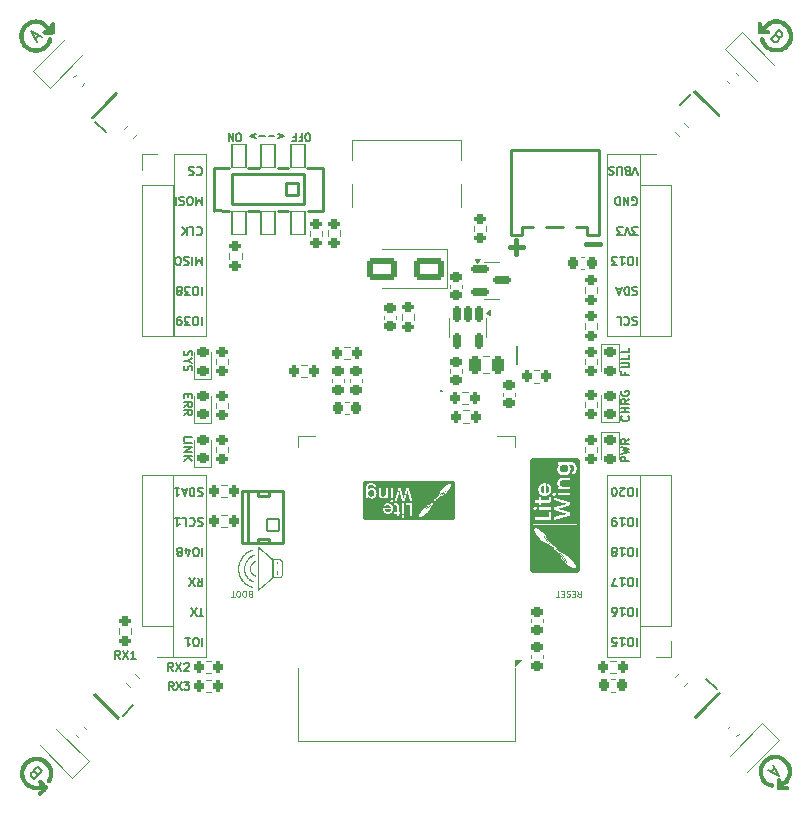
<source format=gbr>
%TF.GenerationSoftware,KiCad,Pcbnew,9.0.0*%
%TF.CreationDate,2025-11-21T14:04:07-05:00*%
%TF.ProjectId,LiteWingV2.5C,4c697465-5769-46e6-9756-322e35432e6b,rev?*%
%TF.SameCoordinates,Original*%
%TF.FileFunction,Legend,Top*%
%TF.FilePolarity,Positive*%
%FSLAX46Y46*%
G04 Gerber Fmt 4.6, Leading zero omitted, Abs format (unit mm)*
G04 Created by KiCad (PCBNEW 9.0.0) date 2025-11-21 14:04:07*
%MOMM*%
%LPD*%
G01*
G04 APERTURE LIST*
G04 Aperture macros list*
%AMRoundRect*
0 Rectangle with rounded corners*
0 $1 Rounding radius*
0 $2 $3 $4 $5 $6 $7 $8 $9 X,Y pos of 4 corners*
0 Add a 4 corners polygon primitive as box body*
4,1,4,$2,$3,$4,$5,$6,$7,$8,$9,$2,$3,0*
0 Add four circle primitives for the rounded corners*
1,1,$1+$1,$2,$3*
1,1,$1+$1,$4,$5*
1,1,$1+$1,$6,$7*
1,1,$1+$1,$8,$9*
0 Add four rect primitives between the rounded corners*
20,1,$1+$1,$2,$3,$4,$5,0*
20,1,$1+$1,$4,$5,$6,$7,0*
20,1,$1+$1,$6,$7,$8,$9,0*
20,1,$1+$1,$8,$9,$2,$3,0*%
%AMRotRect*
0 Rectangle, with rotation*
0 The origin of the aperture is its center*
0 $1 length*
0 $2 width*
0 $3 Rotation angle, in degrees counterclockwise*
0 Add horizontal line*
21,1,$1,$2,0,0,$3*%
G04 Aperture macros list end*
%ADD10C,0.100000*%
%ADD11C,0.175000*%
%ADD12C,0.168275*%
%ADD13C,0.125000*%
%ADD14C,0.158750*%
%ADD15C,0.200000*%
%ADD16C,0.381000*%
%ADD17C,0.254000*%
%ADD18C,0.120000*%
%ADD19C,0.000000*%
%ADD20RoundRect,0.050800X0.500000X-0.500000X0.500000X0.500000X-0.500000X0.500000X-0.500000X-0.500000X0*%
%ADD21O,1.101600X1.101600*%
%ADD22RoundRect,0.218750X0.256250X-0.218750X0.256250X0.218750X-0.256250X0.218750X-0.256250X-0.218750X0*%
%ADD23RoundRect,0.200000X-0.200000X-0.275000X0.200000X-0.275000X0.200000X0.275000X-0.200000X0.275000X0*%
%ADD24RoundRect,0.225000X0.225000X0.250000X-0.225000X0.250000X-0.225000X-0.250000X0.225000X-0.250000X0*%
%ADD25RoundRect,0.200000X-0.275000X0.200000X-0.275000X-0.200000X0.275000X-0.200000X0.275000X0.200000X0*%
%ADD26R,1.600000X1.050000*%
%ADD27RoundRect,0.200000X0.275000X-0.200000X0.275000X0.200000X-0.275000X0.200000X-0.275000X-0.200000X0*%
%ADD28RoundRect,0.225000X-0.250000X0.225000X-0.250000X-0.225000X0.250000X-0.225000X0.250000X0.225000X0*%
%ADD29RoundRect,0.200000X0.200000X0.275000X-0.200000X0.275000X-0.200000X-0.275000X0.200000X-0.275000X0*%
%ADD30RotRect,0.600000X1.300000X135.000000*%
%ADD31RoundRect,0.218750X-0.256250X0.218750X-0.256250X-0.218750X0.256250X-0.218750X0.256250X0.218750X0*%
%ADD32RoundRect,0.200000X-0.335876X-0.053033X-0.053033X-0.335876X0.335876X0.053033X0.053033X0.335876X0*%
%ADD33RotRect,0.600000X1.300000X225.000000*%
%ADD34R,1.700000X1.700000*%
%ADD35O,1.700000X1.700000*%
%ADD36RoundRect,0.250000X1.000000X0.650000X-1.000000X0.650000X-1.000000X-0.650000X1.000000X-0.650000X0*%
%ADD37RoundRect,0.200000X0.053033X-0.335876X0.335876X-0.053033X-0.053033X0.335876X-0.335876X0.053033X0*%
%ADD38RoundRect,0.250000X0.000000X0.424264X-0.424264X0.000000X0.000000X-0.424264X0.424264X0.000000X0*%
%ADD39RoundRect,0.250000X0.424264X0.000000X0.000000X0.424264X-0.424264X0.000000X0.000000X-0.424264X0*%
%ADD40RoundRect,0.250000X-0.250000X-0.475000X0.250000X-0.475000X0.250000X0.475000X-0.250000X0.475000X0*%
%ADD41RoundRect,0.050800X-0.599950X-1.000000X0.599950X-1.000000X0.599950X1.000000X-0.599950X1.000000X0*%
%ADD42RotRect,0.600000X1.300000X315.000000*%
%ADD43RotRect,0.600000X1.300000X45.000000*%
%ADD44RoundRect,0.225000X-0.225000X-0.250000X0.225000X-0.250000X0.225000X0.250000X-0.225000X0.250000X0*%
%ADD45C,0.650000*%
%ADD46R,0.600000X1.240000*%
%ADD47R,0.300000X1.240000*%
%ADD48O,1.000000X2.100000*%
%ADD49O,1.000000X1.800000*%
%ADD50O,1.901600X1.901600*%
%ADD51R,1.500000X0.900000*%
%ADD52R,0.900000X1.500000*%
%ADD53C,0.600000*%
%ADD54R,3.900000X3.900000*%
%ADD55RoundRect,0.250000X-0.424264X0.000000X0.000000X-0.424264X0.424264X0.000000X0.000000X0.424264X0*%
%ADD56RoundRect,0.225000X-0.017678X0.335876X-0.335876X0.017678X0.017678X-0.335876X0.335876X-0.017678X0*%
%ADD57RoundRect,0.225000X-0.335876X-0.017678X-0.017678X-0.335876X0.335876X0.017678X0.017678X0.335876X0*%
%ADD58RoundRect,0.225000X0.335876X0.017678X0.017678X0.335876X-0.335876X-0.017678X-0.017678X-0.335876X0*%
%ADD59RoundRect,0.200000X0.335876X0.053033X0.053033X0.335876X-0.335876X-0.053033X-0.053033X-0.335876X0*%
%ADD60RoundRect,0.150000X-0.150000X0.512500X-0.150000X-0.512500X0.150000X-0.512500X0.150000X0.512500X0*%
%ADD61R,0.700000X1.525000*%
%ADD62R,3.402000X2.513000*%
%ADD63RoundRect,0.225000X0.250000X-0.225000X0.250000X0.225000X-0.250000X0.225000X-0.250000X-0.225000X0*%
%ADD64RoundRect,0.225000X0.017678X-0.335876X0.335876X-0.017678X-0.017678X0.335876X-0.335876X0.017678X0*%
%ADD65RoundRect,0.250000X0.000000X-0.424264X0.424264X0.000000X0.000000X0.424264X-0.424264X0.000000X0*%
%ADD66RoundRect,0.150000X-0.587500X-0.150000X0.587500X-0.150000X0.587500X0.150000X-0.587500X0.150000X0*%
%ADD67R,0.800000X0.350000*%
%ADD68R,0.350000X0.850000*%
%ADD69R,2.700000X2.600000*%
%ADD70RoundRect,0.200000X-0.053033X0.335876X-0.335876X0.053033X0.053033X-0.335876X0.335876X-0.053033X0*%
G04 APERTURE END LIST*
D10*
X164387500Y-100054000D02*
X167137500Y-100054000D01*
X167137500Y-115414000D01*
X164387500Y-115414000D01*
X164387500Y-100054000D01*
X127621476Y-100054000D02*
X130371476Y-100054000D01*
X130371476Y-115414000D01*
X127621476Y-115414000D01*
X127621476Y-100054000D01*
X127657189Y-72874000D02*
X130407189Y-72874000D01*
X130407189Y-88234000D01*
X127657189Y-88234000D01*
X127657189Y-72874000D01*
X164391500Y-72874000D02*
X167141500Y-72874000D01*
X167141500Y-88234000D01*
X164391500Y-88234000D01*
X164391500Y-72874000D01*
D11*
X123131297Y-115624233D02*
X122897964Y-115290900D01*
X122731297Y-115624233D02*
X122731297Y-114924233D01*
X122731297Y-114924233D02*
X122997964Y-114924233D01*
X122997964Y-114924233D02*
X123064631Y-114957566D01*
X123064631Y-114957566D02*
X123097964Y-114990900D01*
X123097964Y-114990900D02*
X123131297Y-115057566D01*
X123131297Y-115057566D02*
X123131297Y-115157566D01*
X123131297Y-115157566D02*
X123097964Y-115224233D01*
X123097964Y-115224233D02*
X123064631Y-115257566D01*
X123064631Y-115257566D02*
X122997964Y-115290900D01*
X122997964Y-115290900D02*
X122731297Y-115290900D01*
X123364631Y-114924233D02*
X123831297Y-115624233D01*
X123831297Y-114924233D02*
X123364631Y-115624233D01*
X124464631Y-115624233D02*
X124064631Y-115624233D01*
X124264631Y-115624233D02*
X124264631Y-114924233D01*
X124264631Y-114924233D02*
X124197964Y-115024233D01*
X124197964Y-115024233D02*
X124131298Y-115090900D01*
X124131298Y-115090900D02*
X124064631Y-115124233D01*
X166877203Y-108735642D02*
X166877203Y-109435642D01*
X166410537Y-109435642D02*
X166277203Y-109435642D01*
X166277203Y-109435642D02*
X166210537Y-109402309D01*
X166210537Y-109402309D02*
X166143870Y-109335642D01*
X166143870Y-109335642D02*
X166110537Y-109202309D01*
X166110537Y-109202309D02*
X166110537Y-108968976D01*
X166110537Y-108968976D02*
X166143870Y-108835642D01*
X166143870Y-108835642D02*
X166210537Y-108768976D01*
X166210537Y-108768976D02*
X166277203Y-108735642D01*
X166277203Y-108735642D02*
X166410537Y-108735642D01*
X166410537Y-108735642D02*
X166477203Y-108768976D01*
X166477203Y-108768976D02*
X166543870Y-108835642D01*
X166543870Y-108835642D02*
X166577203Y-108968976D01*
X166577203Y-108968976D02*
X166577203Y-109202309D01*
X166577203Y-109202309D02*
X166543870Y-109335642D01*
X166543870Y-109335642D02*
X166477203Y-109402309D01*
X166477203Y-109402309D02*
X166410537Y-109435642D01*
X165443870Y-108735642D02*
X165843870Y-108735642D01*
X165643870Y-108735642D02*
X165643870Y-109435642D01*
X165643870Y-109435642D02*
X165710537Y-109335642D01*
X165710537Y-109335642D02*
X165777204Y-109268976D01*
X165777204Y-109268976D02*
X165843870Y-109235642D01*
X165210537Y-109435642D02*
X164743870Y-109435642D01*
X164743870Y-109435642D02*
X165043870Y-108735642D01*
X129642703Y-74001433D02*
X129676036Y-73968100D01*
X129676036Y-73968100D02*
X129776036Y-73934766D01*
X129776036Y-73934766D02*
X129842703Y-73934766D01*
X129842703Y-73934766D02*
X129942703Y-73968100D01*
X129942703Y-73968100D02*
X130009370Y-74034766D01*
X130009370Y-74034766D02*
X130042703Y-74101433D01*
X130042703Y-74101433D02*
X130076036Y-74234766D01*
X130076036Y-74234766D02*
X130076036Y-74334766D01*
X130076036Y-74334766D02*
X130042703Y-74468100D01*
X130042703Y-74468100D02*
X130009370Y-74534766D01*
X130009370Y-74534766D02*
X129942703Y-74601433D01*
X129942703Y-74601433D02*
X129842703Y-74634766D01*
X129842703Y-74634766D02*
X129776036Y-74634766D01*
X129776036Y-74634766D02*
X129676036Y-74601433D01*
X129676036Y-74601433D02*
X129642703Y-74568100D01*
X129376036Y-73968100D02*
X129276036Y-73934766D01*
X129276036Y-73934766D02*
X129109370Y-73934766D01*
X129109370Y-73934766D02*
X129042703Y-73968100D01*
X129042703Y-73968100D02*
X129009370Y-74001433D01*
X129009370Y-74001433D02*
X128976036Y-74068100D01*
X128976036Y-74068100D02*
X128976036Y-74134766D01*
X128976036Y-74134766D02*
X129009370Y-74201433D01*
X129009370Y-74201433D02*
X129042703Y-74234766D01*
X129042703Y-74234766D02*
X129109370Y-74268100D01*
X129109370Y-74268100D02*
X129242703Y-74301433D01*
X129242703Y-74301433D02*
X129309370Y-74334766D01*
X129309370Y-74334766D02*
X129342703Y-74368100D01*
X129342703Y-74368100D02*
X129376036Y-74434766D01*
X129376036Y-74434766D02*
X129376036Y-74501433D01*
X129376036Y-74501433D02*
X129342703Y-74568100D01*
X129342703Y-74568100D02*
X129309370Y-74601433D01*
X129309370Y-74601433D02*
X129242703Y-74634766D01*
X129242703Y-74634766D02*
X129076036Y-74634766D01*
X129076036Y-74634766D02*
X128976036Y-74601433D01*
X130042703Y-86634766D02*
X130042703Y-87334766D01*
X129576037Y-87334766D02*
X129442703Y-87334766D01*
X129442703Y-87334766D02*
X129376037Y-87301433D01*
X129376037Y-87301433D02*
X129309370Y-87234766D01*
X129309370Y-87234766D02*
X129276037Y-87101433D01*
X129276037Y-87101433D02*
X129276037Y-86868100D01*
X129276037Y-86868100D02*
X129309370Y-86734766D01*
X129309370Y-86734766D02*
X129376037Y-86668100D01*
X129376037Y-86668100D02*
X129442703Y-86634766D01*
X129442703Y-86634766D02*
X129576037Y-86634766D01*
X129576037Y-86634766D02*
X129642703Y-86668100D01*
X129642703Y-86668100D02*
X129709370Y-86734766D01*
X129709370Y-86734766D02*
X129742703Y-86868100D01*
X129742703Y-86868100D02*
X129742703Y-87101433D01*
X129742703Y-87101433D02*
X129709370Y-87234766D01*
X129709370Y-87234766D02*
X129642703Y-87301433D01*
X129642703Y-87301433D02*
X129576037Y-87334766D01*
X129042704Y-87334766D02*
X128609370Y-87334766D01*
X128609370Y-87334766D02*
X128842704Y-87068100D01*
X128842704Y-87068100D02*
X128742704Y-87068100D01*
X128742704Y-87068100D02*
X128676037Y-87034766D01*
X128676037Y-87034766D02*
X128642704Y-87001433D01*
X128642704Y-87001433D02*
X128609370Y-86934766D01*
X128609370Y-86934766D02*
X128609370Y-86768100D01*
X128609370Y-86768100D02*
X128642704Y-86701433D01*
X128642704Y-86701433D02*
X128676037Y-86668100D01*
X128676037Y-86668100D02*
X128742704Y-86634766D01*
X128742704Y-86634766D02*
X128942704Y-86634766D01*
X128942704Y-86634766D02*
X129009370Y-86668100D01*
X129009370Y-86668100D02*
X129042704Y-86701433D01*
X128276037Y-86634766D02*
X128142703Y-86634766D01*
X128142703Y-86634766D02*
X128076037Y-86668100D01*
X128076037Y-86668100D02*
X128042703Y-86701433D01*
X128042703Y-86701433D02*
X127976037Y-86801433D01*
X127976037Y-86801433D02*
X127942703Y-86934766D01*
X127942703Y-86934766D02*
X127942703Y-87201433D01*
X127942703Y-87201433D02*
X127976037Y-87268100D01*
X127976037Y-87268100D02*
X128009370Y-87301433D01*
X128009370Y-87301433D02*
X128076037Y-87334766D01*
X128076037Y-87334766D02*
X128209370Y-87334766D01*
X128209370Y-87334766D02*
X128276037Y-87301433D01*
X128276037Y-87301433D02*
X128309370Y-87268100D01*
X128309370Y-87268100D02*
X128342703Y-87201433D01*
X128342703Y-87201433D02*
X128342703Y-87034766D01*
X128342703Y-87034766D02*
X128309370Y-86968100D01*
X128309370Y-86968100D02*
X128276037Y-86934766D01*
X128276037Y-86934766D02*
X128209370Y-86901433D01*
X128209370Y-86901433D02*
X128076037Y-86901433D01*
X128076037Y-86901433D02*
X128009370Y-86934766D01*
X128009370Y-86934766D02*
X127976037Y-86968100D01*
X127976037Y-86968100D02*
X127942703Y-87034766D01*
X166877203Y-111275641D02*
X166877203Y-111975641D01*
X166410537Y-111975641D02*
X166277203Y-111975641D01*
X166277203Y-111975641D02*
X166210537Y-111942308D01*
X166210537Y-111942308D02*
X166143870Y-111875641D01*
X166143870Y-111875641D02*
X166110537Y-111742308D01*
X166110537Y-111742308D02*
X166110537Y-111508975D01*
X166110537Y-111508975D02*
X166143870Y-111375641D01*
X166143870Y-111375641D02*
X166210537Y-111308975D01*
X166210537Y-111308975D02*
X166277203Y-111275641D01*
X166277203Y-111275641D02*
X166410537Y-111275641D01*
X166410537Y-111275641D02*
X166477203Y-111308975D01*
X166477203Y-111308975D02*
X166543870Y-111375641D01*
X166543870Y-111375641D02*
X166577203Y-111508975D01*
X166577203Y-111508975D02*
X166577203Y-111742308D01*
X166577203Y-111742308D02*
X166543870Y-111875641D01*
X166543870Y-111875641D02*
X166477203Y-111942308D01*
X166477203Y-111942308D02*
X166410537Y-111975641D01*
X165443870Y-111275641D02*
X165843870Y-111275641D01*
X165643870Y-111275641D02*
X165643870Y-111975641D01*
X165643870Y-111975641D02*
X165710537Y-111875641D01*
X165710537Y-111875641D02*
X165777204Y-111808975D01*
X165777204Y-111808975D02*
X165843870Y-111775641D01*
X164843870Y-111975641D02*
X164977203Y-111975641D01*
X164977203Y-111975641D02*
X165043870Y-111942308D01*
X165043870Y-111942308D02*
X165077203Y-111908975D01*
X165077203Y-111908975D02*
X165143870Y-111808975D01*
X165143870Y-111808975D02*
X165177203Y-111675641D01*
X165177203Y-111675641D02*
X165177203Y-111408975D01*
X165177203Y-111408975D02*
X165143870Y-111342308D01*
X165143870Y-111342308D02*
X165110537Y-111308975D01*
X165110537Y-111308975D02*
X165043870Y-111275641D01*
X165043870Y-111275641D02*
X164910537Y-111275641D01*
X164910537Y-111275641D02*
X164843870Y-111308975D01*
X164843870Y-111308975D02*
X164810537Y-111342308D01*
X164810537Y-111342308D02*
X164777203Y-111408975D01*
X164777203Y-111408975D02*
X164777203Y-111575641D01*
X164777203Y-111575641D02*
X164810537Y-111642308D01*
X164810537Y-111642308D02*
X164843870Y-111675641D01*
X164843870Y-111675641D02*
X164910537Y-111708975D01*
X164910537Y-111708975D02*
X165043870Y-111708975D01*
X165043870Y-111708975D02*
X165110537Y-111675641D01*
X165110537Y-111675641D02*
X165143870Y-111642308D01*
X165143870Y-111642308D02*
X165177203Y-111575641D01*
X165854066Y-91301703D02*
X165854066Y-91535036D01*
X166220733Y-91535036D02*
X165520733Y-91535036D01*
X165520733Y-91535036D02*
X165520733Y-91201703D01*
X165520733Y-90935036D02*
X166087400Y-90935036D01*
X166087400Y-90935036D02*
X166154066Y-90901703D01*
X166154066Y-90901703D02*
X166187400Y-90868369D01*
X166187400Y-90868369D02*
X166220733Y-90801703D01*
X166220733Y-90801703D02*
X166220733Y-90668369D01*
X166220733Y-90668369D02*
X166187400Y-90601703D01*
X166187400Y-90601703D02*
X166154066Y-90568369D01*
X166154066Y-90568369D02*
X166087400Y-90535036D01*
X166087400Y-90535036D02*
X165520733Y-90535036D01*
X166220733Y-89868370D02*
X166220733Y-90201703D01*
X166220733Y-90201703D02*
X165520733Y-90201703D01*
X166220733Y-89301703D02*
X166220733Y-89635036D01*
X166220733Y-89635036D02*
X165520733Y-89635036D01*
D12*
X166957688Y-74631417D02*
X166733321Y-73931417D01*
X166733321Y-73931417D02*
X166508954Y-74631417D01*
X166060221Y-74298084D02*
X165964064Y-74264751D01*
X165964064Y-74264751D02*
X165932011Y-74231417D01*
X165932011Y-74231417D02*
X165899959Y-74164751D01*
X165899959Y-74164751D02*
X165899959Y-74064751D01*
X165899959Y-74064751D02*
X165932011Y-73998084D01*
X165932011Y-73998084D02*
X165964064Y-73964751D01*
X165964064Y-73964751D02*
X166028169Y-73931417D01*
X166028169Y-73931417D02*
X166284588Y-73931417D01*
X166284588Y-73931417D02*
X166284588Y-74631417D01*
X166284588Y-74631417D02*
X166060221Y-74631417D01*
X166060221Y-74631417D02*
X165996116Y-74598084D01*
X165996116Y-74598084D02*
X165964064Y-74564751D01*
X165964064Y-74564751D02*
X165932011Y-74498084D01*
X165932011Y-74498084D02*
X165932011Y-74431417D01*
X165932011Y-74431417D02*
X165964064Y-74364751D01*
X165964064Y-74364751D02*
X165996116Y-74331417D01*
X165996116Y-74331417D02*
X166060221Y-74298084D01*
X166060221Y-74298084D02*
X166284588Y-74298084D01*
X165611488Y-74631417D02*
X165611488Y-74064751D01*
X165611488Y-74064751D02*
X165579435Y-73998084D01*
X165579435Y-73998084D02*
X165547383Y-73964751D01*
X165547383Y-73964751D02*
X165483278Y-73931417D01*
X165483278Y-73931417D02*
X165355069Y-73931417D01*
X165355069Y-73931417D02*
X165290964Y-73964751D01*
X165290964Y-73964751D02*
X165258911Y-73998084D01*
X165258911Y-73998084D02*
X165226859Y-74064751D01*
X165226859Y-74064751D02*
X165226859Y-74631417D01*
X164938388Y-73964751D02*
X164842231Y-73931417D01*
X164842231Y-73931417D02*
X164681969Y-73931417D01*
X164681969Y-73931417D02*
X164617864Y-73964751D01*
X164617864Y-73964751D02*
X164585812Y-73998084D01*
X164585812Y-73998084D02*
X164553759Y-74064751D01*
X164553759Y-74064751D02*
X164553759Y-74131417D01*
X164553759Y-74131417D02*
X164585812Y-74198084D01*
X164585812Y-74198084D02*
X164617864Y-74231417D01*
X164617864Y-74231417D02*
X164681969Y-74264751D01*
X164681969Y-74264751D02*
X164810178Y-74298084D01*
X164810178Y-74298084D02*
X164874283Y-74331417D01*
X164874283Y-74331417D02*
X164906336Y-74364751D01*
X164906336Y-74364751D02*
X164938388Y-74431417D01*
X164938388Y-74431417D02*
X164938388Y-74498084D01*
X164938388Y-74498084D02*
X164906336Y-74564751D01*
X164906336Y-74564751D02*
X164874283Y-74598084D01*
X164874283Y-74598084D02*
X164810178Y-74631417D01*
X164810178Y-74631417D02*
X164649917Y-74631417D01*
X164649917Y-74631417D02*
X164553759Y-74598084D01*
D11*
X130126036Y-101148975D02*
X130026036Y-101115641D01*
X130026036Y-101115641D02*
X129859370Y-101115641D01*
X129859370Y-101115641D02*
X129792703Y-101148975D01*
X129792703Y-101148975D02*
X129759370Y-101182308D01*
X129759370Y-101182308D02*
X129726036Y-101248975D01*
X129726036Y-101248975D02*
X129726036Y-101315641D01*
X129726036Y-101315641D02*
X129759370Y-101382308D01*
X129759370Y-101382308D02*
X129792703Y-101415641D01*
X129792703Y-101415641D02*
X129859370Y-101448975D01*
X129859370Y-101448975D02*
X129992703Y-101482308D01*
X129992703Y-101482308D02*
X130059370Y-101515641D01*
X130059370Y-101515641D02*
X130092703Y-101548975D01*
X130092703Y-101548975D02*
X130126036Y-101615641D01*
X130126036Y-101615641D02*
X130126036Y-101682308D01*
X130126036Y-101682308D02*
X130092703Y-101748975D01*
X130092703Y-101748975D02*
X130059370Y-101782308D01*
X130059370Y-101782308D02*
X129992703Y-101815641D01*
X129992703Y-101815641D02*
X129826036Y-101815641D01*
X129826036Y-101815641D02*
X129726036Y-101782308D01*
X129426036Y-101115641D02*
X129426036Y-101815641D01*
X129426036Y-101815641D02*
X129259369Y-101815641D01*
X129259369Y-101815641D02*
X129159369Y-101782308D01*
X129159369Y-101782308D02*
X129092703Y-101715641D01*
X129092703Y-101715641D02*
X129059369Y-101648975D01*
X129059369Y-101648975D02*
X129026036Y-101515641D01*
X129026036Y-101515641D02*
X129026036Y-101415641D01*
X129026036Y-101415641D02*
X129059369Y-101282308D01*
X129059369Y-101282308D02*
X129092703Y-101215641D01*
X129092703Y-101215641D02*
X129159369Y-101148975D01*
X129159369Y-101148975D02*
X129259369Y-101115641D01*
X129259369Y-101115641D02*
X129426036Y-101115641D01*
X128759369Y-101315641D02*
X128426036Y-101315641D01*
X128826036Y-101115641D02*
X128592703Y-101815641D01*
X128592703Y-101815641D02*
X128359369Y-101115641D01*
X127759369Y-101115641D02*
X128159369Y-101115641D01*
X127959369Y-101115641D02*
X127959369Y-101815641D01*
X127959369Y-101815641D02*
X128026036Y-101715641D01*
X128026036Y-101715641D02*
X128092703Y-101648975D01*
X128092703Y-101648975D02*
X128159369Y-101615641D01*
D13*
X161859502Y-109842690D02*
X162026168Y-110080785D01*
X162145216Y-109842690D02*
X162145216Y-110342690D01*
X162145216Y-110342690D02*
X161954740Y-110342690D01*
X161954740Y-110342690D02*
X161907121Y-110318880D01*
X161907121Y-110318880D02*
X161883311Y-110295071D01*
X161883311Y-110295071D02*
X161859502Y-110247452D01*
X161859502Y-110247452D02*
X161859502Y-110176023D01*
X161859502Y-110176023D02*
X161883311Y-110128404D01*
X161883311Y-110128404D02*
X161907121Y-110104595D01*
X161907121Y-110104595D02*
X161954740Y-110080785D01*
X161954740Y-110080785D02*
X162145216Y-110080785D01*
X161645216Y-110104595D02*
X161478549Y-110104595D01*
X161407121Y-109842690D02*
X161645216Y-109842690D01*
X161645216Y-109842690D02*
X161645216Y-110342690D01*
X161645216Y-110342690D02*
X161407121Y-110342690D01*
X161216644Y-109866500D02*
X161145216Y-109842690D01*
X161145216Y-109842690D02*
X161026168Y-109842690D01*
X161026168Y-109842690D02*
X160978549Y-109866500D01*
X160978549Y-109866500D02*
X160954740Y-109890309D01*
X160954740Y-109890309D02*
X160930930Y-109937928D01*
X160930930Y-109937928D02*
X160930930Y-109985547D01*
X160930930Y-109985547D02*
X160954740Y-110033166D01*
X160954740Y-110033166D02*
X160978549Y-110056976D01*
X160978549Y-110056976D02*
X161026168Y-110080785D01*
X161026168Y-110080785D02*
X161121406Y-110104595D01*
X161121406Y-110104595D02*
X161169025Y-110128404D01*
X161169025Y-110128404D02*
X161192835Y-110152214D01*
X161192835Y-110152214D02*
X161216644Y-110199833D01*
X161216644Y-110199833D02*
X161216644Y-110247452D01*
X161216644Y-110247452D02*
X161192835Y-110295071D01*
X161192835Y-110295071D02*
X161169025Y-110318880D01*
X161169025Y-110318880D02*
X161121406Y-110342690D01*
X161121406Y-110342690D02*
X161002359Y-110342690D01*
X161002359Y-110342690D02*
X160930930Y-110318880D01*
X160716645Y-110104595D02*
X160549978Y-110104595D01*
X160478550Y-109842690D02*
X160716645Y-109842690D01*
X160716645Y-109842690D02*
X160716645Y-110342690D01*
X160716645Y-110342690D02*
X160478550Y-110342690D01*
X160335692Y-110342690D02*
X160049978Y-110342690D01*
X160192835Y-109842690D02*
X160192835Y-110342690D01*
D11*
X130092703Y-113815641D02*
X130092703Y-114515641D01*
X129626037Y-114515641D02*
X129492703Y-114515641D01*
X129492703Y-114515641D02*
X129426037Y-114482308D01*
X129426037Y-114482308D02*
X129359370Y-114415641D01*
X129359370Y-114415641D02*
X129326037Y-114282308D01*
X129326037Y-114282308D02*
X129326037Y-114048975D01*
X129326037Y-114048975D02*
X129359370Y-113915641D01*
X129359370Y-113915641D02*
X129426037Y-113848975D01*
X129426037Y-113848975D02*
X129492703Y-113815641D01*
X129492703Y-113815641D02*
X129626037Y-113815641D01*
X129626037Y-113815641D02*
X129692703Y-113848975D01*
X129692703Y-113848975D02*
X129759370Y-113915641D01*
X129759370Y-113915641D02*
X129792703Y-114048975D01*
X129792703Y-114048975D02*
X129792703Y-114282308D01*
X129792703Y-114282308D02*
X129759370Y-114415641D01*
X129759370Y-114415641D02*
X129692703Y-114482308D01*
X129692703Y-114482308D02*
X129626037Y-114515641D01*
X128659370Y-113815641D02*
X129059370Y-113815641D01*
X128859370Y-113815641D02*
X128859370Y-114515641D01*
X128859370Y-114515641D02*
X128926037Y-114415641D01*
X128926037Y-114415641D02*
X128992704Y-114348975D01*
X128992704Y-114348975D02*
X129059370Y-114315641D01*
X166877203Y-81555642D02*
X166877203Y-82255642D01*
X166410537Y-82255642D02*
X166277203Y-82255642D01*
X166277203Y-82255642D02*
X166210537Y-82222309D01*
X166210537Y-82222309D02*
X166143870Y-82155642D01*
X166143870Y-82155642D02*
X166110537Y-82022309D01*
X166110537Y-82022309D02*
X166110537Y-81788976D01*
X166110537Y-81788976D02*
X166143870Y-81655642D01*
X166143870Y-81655642D02*
X166210537Y-81588976D01*
X166210537Y-81588976D02*
X166277203Y-81555642D01*
X166277203Y-81555642D02*
X166410537Y-81555642D01*
X166410537Y-81555642D02*
X166477203Y-81588976D01*
X166477203Y-81588976D02*
X166543870Y-81655642D01*
X166543870Y-81655642D02*
X166577203Y-81788976D01*
X166577203Y-81788976D02*
X166577203Y-82022309D01*
X166577203Y-82022309D02*
X166543870Y-82155642D01*
X166543870Y-82155642D02*
X166477203Y-82222309D01*
X166477203Y-82222309D02*
X166410537Y-82255642D01*
X165443870Y-81555642D02*
X165843870Y-81555642D01*
X165643870Y-81555642D02*
X165643870Y-82255642D01*
X165643870Y-82255642D02*
X165710537Y-82155642D01*
X165710537Y-82155642D02*
X165777204Y-82088976D01*
X165777204Y-82088976D02*
X165843870Y-82055642D01*
X165210537Y-82255642D02*
X164777203Y-82255642D01*
X164777203Y-82255642D02*
X165010537Y-81988976D01*
X165010537Y-81988976D02*
X164910537Y-81988976D01*
X164910537Y-81988976D02*
X164843870Y-81955642D01*
X164843870Y-81955642D02*
X164810537Y-81922309D01*
X164810537Y-81922309D02*
X164777203Y-81855642D01*
X164777203Y-81855642D02*
X164777203Y-81688976D01*
X164777203Y-81688976D02*
X164810537Y-81622309D01*
X164810537Y-81622309D02*
X164843870Y-81588976D01*
X164843870Y-81588976D02*
X164910537Y-81555642D01*
X164910537Y-81555642D02*
X165110537Y-81555642D01*
X165110537Y-81555642D02*
X165177203Y-81588976D01*
X165177203Y-81588976D02*
X165210537Y-81622309D01*
X166877203Y-113815641D02*
X166877203Y-114515641D01*
X166410537Y-114515641D02*
X166277203Y-114515641D01*
X166277203Y-114515641D02*
X166210537Y-114482308D01*
X166210537Y-114482308D02*
X166143870Y-114415641D01*
X166143870Y-114415641D02*
X166110537Y-114282308D01*
X166110537Y-114282308D02*
X166110537Y-114048975D01*
X166110537Y-114048975D02*
X166143870Y-113915641D01*
X166143870Y-113915641D02*
X166210537Y-113848975D01*
X166210537Y-113848975D02*
X166277203Y-113815641D01*
X166277203Y-113815641D02*
X166410537Y-113815641D01*
X166410537Y-113815641D02*
X166477203Y-113848975D01*
X166477203Y-113848975D02*
X166543870Y-113915641D01*
X166543870Y-113915641D02*
X166577203Y-114048975D01*
X166577203Y-114048975D02*
X166577203Y-114282308D01*
X166577203Y-114282308D02*
X166543870Y-114415641D01*
X166543870Y-114415641D02*
X166477203Y-114482308D01*
X166477203Y-114482308D02*
X166410537Y-114515641D01*
X165443870Y-113815641D02*
X165843870Y-113815641D01*
X165643870Y-113815641D02*
X165643870Y-114515641D01*
X165643870Y-114515641D02*
X165710537Y-114415641D01*
X165710537Y-114415641D02*
X165777204Y-114348975D01*
X165777204Y-114348975D02*
X165843870Y-114315641D01*
X164810537Y-114515641D02*
X165143870Y-114515641D01*
X165143870Y-114515641D02*
X165177203Y-114182308D01*
X165177203Y-114182308D02*
X165143870Y-114215641D01*
X165143870Y-114215641D02*
X165077203Y-114248975D01*
X165077203Y-114248975D02*
X164910537Y-114248975D01*
X164910537Y-114248975D02*
X164843870Y-114215641D01*
X164843870Y-114215641D02*
X164810537Y-114182308D01*
X164810537Y-114182308D02*
X164777203Y-114115641D01*
X164777203Y-114115641D02*
X164777203Y-113948975D01*
X164777203Y-113948975D02*
X164810537Y-113882308D01*
X164810537Y-113882308D02*
X164843870Y-113848975D01*
X164843870Y-113848975D02*
X164910537Y-113815641D01*
X164910537Y-113815641D02*
X165077203Y-113815641D01*
X165077203Y-113815641D02*
X165143870Y-113848975D01*
X165143870Y-113848975D02*
X165177203Y-113882308D01*
D14*
X139088975Y-71757966D02*
X138968022Y-71757966D01*
X138968022Y-71757966D02*
X138907546Y-71727728D01*
X138907546Y-71727728D02*
X138847070Y-71667252D01*
X138847070Y-71667252D02*
X138816832Y-71546300D01*
X138816832Y-71546300D02*
X138816832Y-71334633D01*
X138816832Y-71334633D02*
X138847070Y-71213681D01*
X138847070Y-71213681D02*
X138907546Y-71153205D01*
X138907546Y-71153205D02*
X138968022Y-71122966D01*
X138968022Y-71122966D02*
X139088975Y-71122966D01*
X139088975Y-71122966D02*
X139149451Y-71153205D01*
X139149451Y-71153205D02*
X139209927Y-71213681D01*
X139209927Y-71213681D02*
X139240165Y-71334633D01*
X139240165Y-71334633D02*
X139240165Y-71546300D01*
X139240165Y-71546300D02*
X139209927Y-71667252D01*
X139209927Y-71667252D02*
X139149451Y-71727728D01*
X139149451Y-71727728D02*
X139088975Y-71757966D01*
X138333022Y-71455585D02*
X138544689Y-71455585D01*
X138544689Y-71122966D02*
X138544689Y-71757966D01*
X138544689Y-71757966D02*
X138242308Y-71757966D01*
X137788736Y-71455585D02*
X138000403Y-71455585D01*
X138000403Y-71122966D02*
X138000403Y-71757966D01*
X138000403Y-71757966D02*
X137698022Y-71757966D01*
X136488498Y-71546300D02*
X136972307Y-71364871D01*
X136972307Y-71364871D02*
X136488498Y-71183443D01*
X136186117Y-71364871D02*
X135702308Y-71364871D01*
X135399927Y-71364871D02*
X134916118Y-71364871D01*
X134613737Y-71546300D02*
X134129928Y-71364871D01*
X134129928Y-71364871D02*
X134613737Y-71183443D01*
X133222785Y-71757966D02*
X133101832Y-71757966D01*
X133101832Y-71757966D02*
X133041356Y-71727728D01*
X133041356Y-71727728D02*
X132980880Y-71667252D01*
X132980880Y-71667252D02*
X132950642Y-71546300D01*
X132950642Y-71546300D02*
X132950642Y-71334633D01*
X132950642Y-71334633D02*
X132980880Y-71213681D01*
X132980880Y-71213681D02*
X133041356Y-71153205D01*
X133041356Y-71153205D02*
X133101832Y-71122966D01*
X133101832Y-71122966D02*
X133222785Y-71122966D01*
X133222785Y-71122966D02*
X133283261Y-71153205D01*
X133283261Y-71153205D02*
X133343737Y-71213681D01*
X133343737Y-71213681D02*
X133373975Y-71334633D01*
X133373975Y-71334633D02*
X133373975Y-71546300D01*
X133373975Y-71546300D02*
X133343737Y-71667252D01*
X133343737Y-71667252D02*
X133283261Y-71727728D01*
X133283261Y-71727728D02*
X133222785Y-71757966D01*
X132678499Y-71122966D02*
X132678499Y-71757966D01*
X132678499Y-71757966D02*
X132315642Y-71122966D01*
X132315642Y-71122966D02*
X132315642Y-71757966D01*
D11*
X128562600Y-89520297D02*
X128529266Y-89620297D01*
X128529266Y-89620297D02*
X128529266Y-89786964D01*
X128529266Y-89786964D02*
X128562600Y-89853630D01*
X128562600Y-89853630D02*
X128595933Y-89886964D01*
X128595933Y-89886964D02*
X128662600Y-89920297D01*
X128662600Y-89920297D02*
X128729266Y-89920297D01*
X128729266Y-89920297D02*
X128795933Y-89886964D01*
X128795933Y-89886964D02*
X128829266Y-89853630D01*
X128829266Y-89853630D02*
X128862600Y-89786964D01*
X128862600Y-89786964D02*
X128895933Y-89653630D01*
X128895933Y-89653630D02*
X128929266Y-89586964D01*
X128929266Y-89586964D02*
X128962600Y-89553630D01*
X128962600Y-89553630D02*
X129029266Y-89520297D01*
X129029266Y-89520297D02*
X129095933Y-89520297D01*
X129095933Y-89520297D02*
X129162600Y-89553630D01*
X129162600Y-89553630D02*
X129195933Y-89586964D01*
X129195933Y-89586964D02*
X129229266Y-89653630D01*
X129229266Y-89653630D02*
X129229266Y-89820297D01*
X129229266Y-89820297D02*
X129195933Y-89920297D01*
X128862600Y-90353631D02*
X128529266Y-90353631D01*
X129229266Y-90120297D02*
X128862600Y-90353631D01*
X128862600Y-90353631D02*
X129229266Y-90586964D01*
X128562600Y-90786964D02*
X128529266Y-90886964D01*
X128529266Y-90886964D02*
X128529266Y-91053631D01*
X128529266Y-91053631D02*
X128562600Y-91120297D01*
X128562600Y-91120297D02*
X128595933Y-91153631D01*
X128595933Y-91153631D02*
X128662600Y-91186964D01*
X128662600Y-91186964D02*
X128729266Y-91186964D01*
X128729266Y-91186964D02*
X128795933Y-91153631D01*
X128795933Y-91153631D02*
X128829266Y-91120297D01*
X128829266Y-91120297D02*
X128862600Y-91053631D01*
X128862600Y-91053631D02*
X128895933Y-90920297D01*
X128895933Y-90920297D02*
X128929266Y-90853631D01*
X128929266Y-90853631D02*
X128962600Y-90820297D01*
X128962600Y-90820297D02*
X129029266Y-90786964D01*
X129029266Y-90786964D02*
X129095933Y-90786964D01*
X129095933Y-90786964D02*
X129162600Y-90820297D01*
X129162600Y-90820297D02*
X129195933Y-90853631D01*
X129195933Y-90853631D02*
X129229266Y-90920297D01*
X129229266Y-90920297D02*
X129229266Y-91086964D01*
X129229266Y-91086964D02*
X129195933Y-91186964D01*
X127626297Y-116646233D02*
X127392964Y-116312900D01*
X127226297Y-116646233D02*
X127226297Y-115946233D01*
X127226297Y-115946233D02*
X127492964Y-115946233D01*
X127492964Y-115946233D02*
X127559631Y-115979566D01*
X127559631Y-115979566D02*
X127592964Y-116012900D01*
X127592964Y-116012900D02*
X127626297Y-116079566D01*
X127626297Y-116079566D02*
X127626297Y-116179566D01*
X127626297Y-116179566D02*
X127592964Y-116246233D01*
X127592964Y-116246233D02*
X127559631Y-116279566D01*
X127559631Y-116279566D02*
X127492964Y-116312900D01*
X127492964Y-116312900D02*
X127226297Y-116312900D01*
X127859631Y-115946233D02*
X128326297Y-116646233D01*
X128326297Y-115946233D02*
X127859631Y-116646233D01*
X128559631Y-116012900D02*
X128592964Y-115979566D01*
X128592964Y-115979566D02*
X128659631Y-115946233D01*
X128659631Y-115946233D02*
X128826298Y-115946233D01*
X128826298Y-115946233D02*
X128892964Y-115979566D01*
X128892964Y-115979566D02*
X128926298Y-116012900D01*
X128926298Y-116012900D02*
X128959631Y-116079566D01*
X128959631Y-116079566D02*
X128959631Y-116146233D01*
X128959631Y-116146233D02*
X128926298Y-116246233D01*
X128926298Y-116246233D02*
X128526298Y-116646233D01*
X128526298Y-116646233D02*
X128959631Y-116646233D01*
D15*
X178579694Y-124824647D02*
X178242976Y-125161365D01*
X178445007Y-124555273D02*
X178916411Y-125498082D01*
X178916411Y-125498082D02*
X177973602Y-125026678D01*
D11*
X129692703Y-108735642D02*
X129926036Y-109068976D01*
X130092703Y-108735642D02*
X130092703Y-109435642D01*
X130092703Y-109435642D02*
X129826036Y-109435642D01*
X129826036Y-109435642D02*
X129759370Y-109402309D01*
X129759370Y-109402309D02*
X129726036Y-109368976D01*
X129726036Y-109368976D02*
X129692703Y-109302309D01*
X129692703Y-109302309D02*
X129692703Y-109202309D01*
X129692703Y-109202309D02*
X129726036Y-109135642D01*
X129726036Y-109135642D02*
X129759370Y-109102309D01*
X129759370Y-109102309D02*
X129826036Y-109068976D01*
X129826036Y-109068976D02*
X130092703Y-109068976D01*
X129459370Y-109435642D02*
X128992703Y-108735642D01*
X128992703Y-109435642D02*
X129459370Y-108735642D01*
D13*
X134132549Y-110104595D02*
X134061121Y-110080785D01*
X134061121Y-110080785D02*
X134037311Y-110056976D01*
X134037311Y-110056976D02*
X134013502Y-110009357D01*
X134013502Y-110009357D02*
X134013502Y-109937928D01*
X134013502Y-109937928D02*
X134037311Y-109890309D01*
X134037311Y-109890309D02*
X134061121Y-109866500D01*
X134061121Y-109866500D02*
X134108740Y-109842690D01*
X134108740Y-109842690D02*
X134299216Y-109842690D01*
X134299216Y-109842690D02*
X134299216Y-110342690D01*
X134299216Y-110342690D02*
X134132549Y-110342690D01*
X134132549Y-110342690D02*
X134084930Y-110318880D01*
X134084930Y-110318880D02*
X134061121Y-110295071D01*
X134061121Y-110295071D02*
X134037311Y-110247452D01*
X134037311Y-110247452D02*
X134037311Y-110199833D01*
X134037311Y-110199833D02*
X134061121Y-110152214D01*
X134061121Y-110152214D02*
X134084930Y-110128404D01*
X134084930Y-110128404D02*
X134132549Y-110104595D01*
X134132549Y-110104595D02*
X134299216Y-110104595D01*
X133703978Y-110342690D02*
X133608740Y-110342690D01*
X133608740Y-110342690D02*
X133561121Y-110318880D01*
X133561121Y-110318880D02*
X133513502Y-110271261D01*
X133513502Y-110271261D02*
X133489692Y-110176023D01*
X133489692Y-110176023D02*
X133489692Y-110009357D01*
X133489692Y-110009357D02*
X133513502Y-109914119D01*
X133513502Y-109914119D02*
X133561121Y-109866500D01*
X133561121Y-109866500D02*
X133608740Y-109842690D01*
X133608740Y-109842690D02*
X133703978Y-109842690D01*
X133703978Y-109842690D02*
X133751597Y-109866500D01*
X133751597Y-109866500D02*
X133799216Y-109914119D01*
X133799216Y-109914119D02*
X133823025Y-110009357D01*
X133823025Y-110009357D02*
X133823025Y-110176023D01*
X133823025Y-110176023D02*
X133799216Y-110271261D01*
X133799216Y-110271261D02*
X133751597Y-110318880D01*
X133751597Y-110318880D02*
X133703978Y-110342690D01*
X133180168Y-110342690D02*
X133084930Y-110342690D01*
X133084930Y-110342690D02*
X133037311Y-110318880D01*
X133037311Y-110318880D02*
X132989692Y-110271261D01*
X132989692Y-110271261D02*
X132965882Y-110176023D01*
X132965882Y-110176023D02*
X132965882Y-110009357D01*
X132965882Y-110009357D02*
X132989692Y-109914119D01*
X132989692Y-109914119D02*
X133037311Y-109866500D01*
X133037311Y-109866500D02*
X133084930Y-109842690D01*
X133084930Y-109842690D02*
X133180168Y-109842690D01*
X133180168Y-109842690D02*
X133227787Y-109866500D01*
X133227787Y-109866500D02*
X133275406Y-109914119D01*
X133275406Y-109914119D02*
X133299215Y-110009357D01*
X133299215Y-110009357D02*
X133299215Y-110176023D01*
X133299215Y-110176023D02*
X133275406Y-110271261D01*
X133275406Y-110271261D02*
X133227787Y-110318880D01*
X133227787Y-110318880D02*
X133180168Y-110342690D01*
X132823024Y-110342690D02*
X132537310Y-110342690D01*
X132680167Y-109842690D02*
X132680167Y-110342690D01*
D11*
X166910536Y-86668975D02*
X166810536Y-86635641D01*
X166810536Y-86635641D02*
X166643870Y-86635641D01*
X166643870Y-86635641D02*
X166577203Y-86668975D01*
X166577203Y-86668975D02*
X166543870Y-86702308D01*
X166543870Y-86702308D02*
X166510536Y-86768975D01*
X166510536Y-86768975D02*
X166510536Y-86835641D01*
X166510536Y-86835641D02*
X166543870Y-86902308D01*
X166543870Y-86902308D02*
X166577203Y-86935641D01*
X166577203Y-86935641D02*
X166643870Y-86968975D01*
X166643870Y-86968975D02*
X166777203Y-87002308D01*
X166777203Y-87002308D02*
X166843870Y-87035641D01*
X166843870Y-87035641D02*
X166877203Y-87068975D01*
X166877203Y-87068975D02*
X166910536Y-87135641D01*
X166910536Y-87135641D02*
X166910536Y-87202308D01*
X166910536Y-87202308D02*
X166877203Y-87268975D01*
X166877203Y-87268975D02*
X166843870Y-87302308D01*
X166843870Y-87302308D02*
X166777203Y-87335641D01*
X166777203Y-87335641D02*
X166610536Y-87335641D01*
X166610536Y-87335641D02*
X166510536Y-87302308D01*
X165810536Y-86702308D02*
X165843869Y-86668975D01*
X165843869Y-86668975D02*
X165943869Y-86635641D01*
X165943869Y-86635641D02*
X166010536Y-86635641D01*
X166010536Y-86635641D02*
X166110536Y-86668975D01*
X166110536Y-86668975D02*
X166177203Y-86735641D01*
X166177203Y-86735641D02*
X166210536Y-86802308D01*
X166210536Y-86802308D02*
X166243869Y-86935641D01*
X166243869Y-86935641D02*
X166243869Y-87035641D01*
X166243869Y-87035641D02*
X166210536Y-87168975D01*
X166210536Y-87168975D02*
X166177203Y-87235641D01*
X166177203Y-87235641D02*
X166110536Y-87302308D01*
X166110536Y-87302308D02*
X166010536Y-87335641D01*
X166010536Y-87335641D02*
X165943869Y-87335641D01*
X165943869Y-87335641D02*
X165843869Y-87302308D01*
X165843869Y-87302308D02*
X165810536Y-87268975D01*
X165177203Y-86635641D02*
X165510536Y-86635641D01*
X165510536Y-86635641D02*
X165510536Y-87335641D01*
X130092703Y-106195642D02*
X130092703Y-106895642D01*
X129626037Y-106895642D02*
X129492703Y-106895642D01*
X129492703Y-106895642D02*
X129426037Y-106862309D01*
X129426037Y-106862309D02*
X129359370Y-106795642D01*
X129359370Y-106795642D02*
X129326037Y-106662309D01*
X129326037Y-106662309D02*
X129326037Y-106428976D01*
X129326037Y-106428976D02*
X129359370Y-106295642D01*
X129359370Y-106295642D02*
X129426037Y-106228976D01*
X129426037Y-106228976D02*
X129492703Y-106195642D01*
X129492703Y-106195642D02*
X129626037Y-106195642D01*
X129626037Y-106195642D02*
X129692703Y-106228976D01*
X129692703Y-106228976D02*
X129759370Y-106295642D01*
X129759370Y-106295642D02*
X129792703Y-106428976D01*
X129792703Y-106428976D02*
X129792703Y-106662309D01*
X129792703Y-106662309D02*
X129759370Y-106795642D01*
X129759370Y-106795642D02*
X129692703Y-106862309D01*
X129692703Y-106862309D02*
X129626037Y-106895642D01*
X128726037Y-106662309D02*
X128726037Y-106195642D01*
X128892704Y-106928976D02*
X129059370Y-106428976D01*
X129059370Y-106428976D02*
X128626037Y-106428976D01*
X128259370Y-106595642D02*
X128326037Y-106628976D01*
X128326037Y-106628976D02*
X128359370Y-106662309D01*
X128359370Y-106662309D02*
X128392703Y-106728976D01*
X128392703Y-106728976D02*
X128392703Y-106762309D01*
X128392703Y-106762309D02*
X128359370Y-106828976D01*
X128359370Y-106828976D02*
X128326037Y-106862309D01*
X128326037Y-106862309D02*
X128259370Y-106895642D01*
X128259370Y-106895642D02*
X128126037Y-106895642D01*
X128126037Y-106895642D02*
X128059370Y-106862309D01*
X128059370Y-106862309D02*
X128026037Y-106828976D01*
X128026037Y-106828976D02*
X127992703Y-106762309D01*
X127992703Y-106762309D02*
X127992703Y-106728976D01*
X127992703Y-106728976D02*
X128026037Y-106662309D01*
X128026037Y-106662309D02*
X128059370Y-106628976D01*
X128059370Y-106628976D02*
X128126037Y-106595642D01*
X128126037Y-106595642D02*
X128259370Y-106595642D01*
X128259370Y-106595642D02*
X128326037Y-106562309D01*
X128326037Y-106562309D02*
X128359370Y-106528976D01*
X128359370Y-106528976D02*
X128392703Y-106462309D01*
X128392703Y-106462309D02*
X128392703Y-106328976D01*
X128392703Y-106328976D02*
X128359370Y-106262309D01*
X128359370Y-106262309D02*
X128326037Y-106228976D01*
X128326037Y-106228976D02*
X128259370Y-106195642D01*
X128259370Y-106195642D02*
X128126037Y-106195642D01*
X128126037Y-106195642D02*
X128059370Y-106228976D01*
X128059370Y-106228976D02*
X128026037Y-106262309D01*
X128026037Y-106262309D02*
X127992703Y-106328976D01*
X127992703Y-106328976D02*
X127992703Y-106462309D01*
X127992703Y-106462309D02*
X128026037Y-106528976D01*
X128026037Y-106528976D02*
X128059370Y-106562309D01*
X128059370Y-106562309D02*
X128126037Y-106595642D01*
X166877202Y-103655642D02*
X166877202Y-104355642D01*
X166410536Y-104355642D02*
X166277202Y-104355642D01*
X166277202Y-104355642D02*
X166210536Y-104322309D01*
X166210536Y-104322309D02*
X166143869Y-104255642D01*
X166143869Y-104255642D02*
X166110536Y-104122309D01*
X166110536Y-104122309D02*
X166110536Y-103888976D01*
X166110536Y-103888976D02*
X166143869Y-103755642D01*
X166143869Y-103755642D02*
X166210536Y-103688976D01*
X166210536Y-103688976D02*
X166277202Y-103655642D01*
X166277202Y-103655642D02*
X166410536Y-103655642D01*
X166410536Y-103655642D02*
X166477202Y-103688976D01*
X166477202Y-103688976D02*
X166543869Y-103755642D01*
X166543869Y-103755642D02*
X166577202Y-103888976D01*
X166577202Y-103888976D02*
X166577202Y-104122309D01*
X166577202Y-104122309D02*
X166543869Y-104255642D01*
X166543869Y-104255642D02*
X166477202Y-104322309D01*
X166477202Y-104322309D02*
X166410536Y-104355642D01*
X165443869Y-103655642D02*
X165843869Y-103655642D01*
X165643869Y-103655642D02*
X165643869Y-104355642D01*
X165643869Y-104355642D02*
X165710536Y-104255642D01*
X165710536Y-104255642D02*
X165777203Y-104188976D01*
X165777203Y-104188976D02*
X165843869Y-104155642D01*
X165110536Y-103655642D02*
X164977202Y-103655642D01*
X164977202Y-103655642D02*
X164910536Y-103688976D01*
X164910536Y-103688976D02*
X164877202Y-103722309D01*
X164877202Y-103722309D02*
X164810536Y-103822309D01*
X164810536Y-103822309D02*
X164777202Y-103955642D01*
X164777202Y-103955642D02*
X164777202Y-104222309D01*
X164777202Y-104222309D02*
X164810536Y-104288976D01*
X164810536Y-104288976D02*
X164843869Y-104322309D01*
X164843869Y-104322309D02*
X164910536Y-104355642D01*
X164910536Y-104355642D02*
X165043869Y-104355642D01*
X165043869Y-104355642D02*
X165110536Y-104322309D01*
X165110536Y-104322309D02*
X165143869Y-104288976D01*
X165143869Y-104288976D02*
X165177202Y-104222309D01*
X165177202Y-104222309D02*
X165177202Y-104055642D01*
X165177202Y-104055642D02*
X165143869Y-103988976D01*
X165143869Y-103988976D02*
X165110536Y-103955642D01*
X165110536Y-103955642D02*
X165043869Y-103922309D01*
X165043869Y-103922309D02*
X164910536Y-103922309D01*
X164910536Y-103922309D02*
X164843869Y-103955642D01*
X164843869Y-103955642D02*
X164810536Y-103988976D01*
X164810536Y-103988976D02*
X164777202Y-104055642D01*
X166220733Y-98881702D02*
X165520733Y-98881702D01*
X165520733Y-98881702D02*
X165520733Y-98615035D01*
X165520733Y-98615035D02*
X165554066Y-98548369D01*
X165554066Y-98548369D02*
X165587400Y-98515035D01*
X165587400Y-98515035D02*
X165654066Y-98481702D01*
X165654066Y-98481702D02*
X165754066Y-98481702D01*
X165754066Y-98481702D02*
X165820733Y-98515035D01*
X165820733Y-98515035D02*
X165854066Y-98548369D01*
X165854066Y-98548369D02*
X165887400Y-98615035D01*
X165887400Y-98615035D02*
X165887400Y-98881702D01*
X165520733Y-98248369D02*
X166220733Y-98081702D01*
X166220733Y-98081702D02*
X165720733Y-97948369D01*
X165720733Y-97948369D02*
X166220733Y-97815035D01*
X166220733Y-97815035D02*
X165520733Y-97648369D01*
X166220733Y-96981702D02*
X165887400Y-97215035D01*
X166220733Y-97381702D02*
X165520733Y-97381702D01*
X165520733Y-97381702D02*
X165520733Y-97115035D01*
X165520733Y-97115035D02*
X165554066Y-97048369D01*
X165554066Y-97048369D02*
X165587400Y-97015035D01*
X165587400Y-97015035D02*
X165654066Y-96981702D01*
X165654066Y-96981702D02*
X165754066Y-96981702D01*
X165754066Y-96981702D02*
X165820733Y-97015035D01*
X165820733Y-97015035D02*
X165854066Y-97048369D01*
X165854066Y-97048369D02*
X165887400Y-97115035D01*
X165887400Y-97115035D02*
X165887400Y-97381702D01*
X130126035Y-103688976D02*
X130026035Y-103655642D01*
X130026035Y-103655642D02*
X129859369Y-103655642D01*
X129859369Y-103655642D02*
X129792702Y-103688976D01*
X129792702Y-103688976D02*
X129759369Y-103722309D01*
X129759369Y-103722309D02*
X129726035Y-103788976D01*
X129726035Y-103788976D02*
X129726035Y-103855642D01*
X129726035Y-103855642D02*
X129759369Y-103922309D01*
X129759369Y-103922309D02*
X129792702Y-103955642D01*
X129792702Y-103955642D02*
X129859369Y-103988976D01*
X129859369Y-103988976D02*
X129992702Y-104022309D01*
X129992702Y-104022309D02*
X130059369Y-104055642D01*
X130059369Y-104055642D02*
X130092702Y-104088976D01*
X130092702Y-104088976D02*
X130126035Y-104155642D01*
X130126035Y-104155642D02*
X130126035Y-104222309D01*
X130126035Y-104222309D02*
X130092702Y-104288976D01*
X130092702Y-104288976D02*
X130059369Y-104322309D01*
X130059369Y-104322309D02*
X129992702Y-104355642D01*
X129992702Y-104355642D02*
X129826035Y-104355642D01*
X129826035Y-104355642D02*
X129726035Y-104322309D01*
X129026035Y-103722309D02*
X129059368Y-103688976D01*
X129059368Y-103688976D02*
X129159368Y-103655642D01*
X129159368Y-103655642D02*
X129226035Y-103655642D01*
X129226035Y-103655642D02*
X129326035Y-103688976D01*
X129326035Y-103688976D02*
X129392702Y-103755642D01*
X129392702Y-103755642D02*
X129426035Y-103822309D01*
X129426035Y-103822309D02*
X129459368Y-103955642D01*
X129459368Y-103955642D02*
X129459368Y-104055642D01*
X129459368Y-104055642D02*
X129426035Y-104188976D01*
X129426035Y-104188976D02*
X129392702Y-104255642D01*
X129392702Y-104255642D02*
X129326035Y-104322309D01*
X129326035Y-104322309D02*
X129226035Y-104355642D01*
X129226035Y-104355642D02*
X129159368Y-104355642D01*
X129159368Y-104355642D02*
X129059368Y-104322309D01*
X129059368Y-104322309D02*
X129026035Y-104288976D01*
X128392702Y-103655642D02*
X128726035Y-103655642D01*
X128726035Y-103655642D02*
X128726035Y-104355642D01*
X127792701Y-103655642D02*
X128192701Y-103655642D01*
X127992701Y-103655642D02*
X127992701Y-104355642D01*
X127992701Y-104355642D02*
X128059368Y-104255642D01*
X128059368Y-104255642D02*
X128126035Y-104188976D01*
X128126035Y-104188976D02*
X128192701Y-104155642D01*
X166510535Y-77142309D02*
X166577202Y-77175642D01*
X166577202Y-77175642D02*
X166677202Y-77175642D01*
X166677202Y-77175642D02*
X166777202Y-77142309D01*
X166777202Y-77142309D02*
X166843869Y-77075642D01*
X166843869Y-77075642D02*
X166877202Y-77008976D01*
X166877202Y-77008976D02*
X166910535Y-76875642D01*
X166910535Y-76875642D02*
X166910535Y-76775642D01*
X166910535Y-76775642D02*
X166877202Y-76642309D01*
X166877202Y-76642309D02*
X166843869Y-76575642D01*
X166843869Y-76575642D02*
X166777202Y-76508976D01*
X166777202Y-76508976D02*
X166677202Y-76475642D01*
X166677202Y-76475642D02*
X166610535Y-76475642D01*
X166610535Y-76475642D02*
X166510535Y-76508976D01*
X166510535Y-76508976D02*
X166477202Y-76542309D01*
X166477202Y-76542309D02*
X166477202Y-76775642D01*
X166477202Y-76775642D02*
X166610535Y-76775642D01*
X166177202Y-76475642D02*
X166177202Y-77175642D01*
X166177202Y-77175642D02*
X165777202Y-76475642D01*
X165777202Y-76475642D02*
X165777202Y-77175642D01*
X165443869Y-76475642D02*
X165443869Y-77175642D01*
X165443869Y-77175642D02*
X165277202Y-77175642D01*
X165277202Y-77175642D02*
X165177202Y-77142309D01*
X165177202Y-77142309D02*
X165110536Y-77075642D01*
X165110536Y-77075642D02*
X165077202Y-77008976D01*
X165077202Y-77008976D02*
X165043869Y-76875642D01*
X165043869Y-76875642D02*
X165043869Y-76775642D01*
X165043869Y-76775642D02*
X165077202Y-76642309D01*
X165077202Y-76642309D02*
X165110536Y-76575642D01*
X165110536Y-76575642D02*
X165177202Y-76508976D01*
X165177202Y-76508976D02*
X165277202Y-76475642D01*
X165277202Y-76475642D02*
X165443869Y-76475642D01*
X130192703Y-111975641D02*
X129792703Y-111975641D01*
X129992703Y-111275641D02*
X129992703Y-111975641D01*
X129626037Y-111975641D02*
X129159370Y-111275641D01*
X129159370Y-111975641D02*
X129626037Y-111275641D01*
D15*
X115923305Y-63130352D02*
X116260023Y-62793634D01*
X116057992Y-63399726D02*
X115586588Y-62456917D01*
X115586588Y-62456917D02*
X116529397Y-62928321D01*
D11*
X130042702Y-76474767D02*
X130042702Y-77174767D01*
X130042702Y-77174767D02*
X129809369Y-76674767D01*
X129809369Y-76674767D02*
X129576035Y-77174767D01*
X129576035Y-77174767D02*
X129576035Y-76474767D01*
X129109369Y-77174767D02*
X128976035Y-77174767D01*
X128976035Y-77174767D02*
X128909369Y-77141434D01*
X128909369Y-77141434D02*
X128842702Y-77074767D01*
X128842702Y-77074767D02*
X128809369Y-76941434D01*
X128809369Y-76941434D02*
X128809369Y-76708101D01*
X128809369Y-76708101D02*
X128842702Y-76574767D01*
X128842702Y-76574767D02*
X128909369Y-76508101D01*
X128909369Y-76508101D02*
X128976035Y-76474767D01*
X128976035Y-76474767D02*
X129109369Y-76474767D01*
X129109369Y-76474767D02*
X129176035Y-76508101D01*
X129176035Y-76508101D02*
X129242702Y-76574767D01*
X129242702Y-76574767D02*
X129276035Y-76708101D01*
X129276035Y-76708101D02*
X129276035Y-76941434D01*
X129276035Y-76941434D02*
X129242702Y-77074767D01*
X129242702Y-77074767D02*
X129176035Y-77141434D01*
X129176035Y-77141434D02*
X129109369Y-77174767D01*
X128542702Y-76508101D02*
X128442702Y-76474767D01*
X128442702Y-76474767D02*
X128276036Y-76474767D01*
X128276036Y-76474767D02*
X128209369Y-76508101D01*
X128209369Y-76508101D02*
X128176036Y-76541434D01*
X128176036Y-76541434D02*
X128142702Y-76608101D01*
X128142702Y-76608101D02*
X128142702Y-76674767D01*
X128142702Y-76674767D02*
X128176036Y-76741434D01*
X128176036Y-76741434D02*
X128209369Y-76774767D01*
X128209369Y-76774767D02*
X128276036Y-76808101D01*
X128276036Y-76808101D02*
X128409369Y-76841434D01*
X128409369Y-76841434D02*
X128476036Y-76874767D01*
X128476036Y-76874767D02*
X128509369Y-76908101D01*
X128509369Y-76908101D02*
X128542702Y-76974767D01*
X128542702Y-76974767D02*
X128542702Y-77041434D01*
X128542702Y-77041434D02*
X128509369Y-77108101D01*
X128509369Y-77108101D02*
X128476036Y-77141434D01*
X128476036Y-77141434D02*
X128409369Y-77174767D01*
X128409369Y-77174767D02*
X128242702Y-77174767D01*
X128242702Y-77174767D02*
X128142702Y-77141434D01*
X127842702Y-76474767D02*
X127842702Y-77174767D01*
X166154066Y-95045916D02*
X166187400Y-95079249D01*
X166187400Y-95079249D02*
X166220733Y-95179249D01*
X166220733Y-95179249D02*
X166220733Y-95245916D01*
X166220733Y-95245916D02*
X166187400Y-95345916D01*
X166187400Y-95345916D02*
X166120733Y-95412583D01*
X166120733Y-95412583D02*
X166054066Y-95445916D01*
X166054066Y-95445916D02*
X165920733Y-95479249D01*
X165920733Y-95479249D02*
X165820733Y-95479249D01*
X165820733Y-95479249D02*
X165687400Y-95445916D01*
X165687400Y-95445916D02*
X165620733Y-95412583D01*
X165620733Y-95412583D02*
X165554066Y-95345916D01*
X165554066Y-95345916D02*
X165520733Y-95245916D01*
X165520733Y-95245916D02*
X165520733Y-95179249D01*
X165520733Y-95179249D02*
X165554066Y-95079249D01*
X165554066Y-95079249D02*
X165587400Y-95045916D01*
X166220733Y-94745916D02*
X165520733Y-94745916D01*
X165854066Y-94745916D02*
X165854066Y-94345916D01*
X166220733Y-94345916D02*
X165520733Y-94345916D01*
X166220733Y-93612583D02*
X165887400Y-93845916D01*
X166220733Y-94012583D02*
X165520733Y-94012583D01*
X165520733Y-94012583D02*
X165520733Y-93745916D01*
X165520733Y-93745916D02*
X165554066Y-93679250D01*
X165554066Y-93679250D02*
X165587400Y-93645916D01*
X165587400Y-93645916D02*
X165654066Y-93612583D01*
X165654066Y-93612583D02*
X165754066Y-93612583D01*
X165754066Y-93612583D02*
X165820733Y-93645916D01*
X165820733Y-93645916D02*
X165854066Y-93679250D01*
X165854066Y-93679250D02*
X165887400Y-93745916D01*
X165887400Y-93745916D02*
X165887400Y-94012583D01*
X165554066Y-92945916D02*
X165520733Y-93012583D01*
X165520733Y-93012583D02*
X165520733Y-93112583D01*
X165520733Y-93112583D02*
X165554066Y-93212583D01*
X165554066Y-93212583D02*
X165620733Y-93279250D01*
X165620733Y-93279250D02*
X165687400Y-93312583D01*
X165687400Y-93312583D02*
X165820733Y-93345916D01*
X165820733Y-93345916D02*
X165920733Y-93345916D01*
X165920733Y-93345916D02*
X166054066Y-93312583D01*
X166054066Y-93312583D02*
X166120733Y-93279250D01*
X166120733Y-93279250D02*
X166187400Y-93212583D01*
X166187400Y-93212583D02*
X166220733Y-93112583D01*
X166220733Y-93112583D02*
X166220733Y-93045916D01*
X166220733Y-93045916D02*
X166187400Y-92945916D01*
X166187400Y-92945916D02*
X166154066Y-92912583D01*
X166154066Y-92912583D02*
X165920733Y-92912583D01*
X165920733Y-92912583D02*
X165920733Y-93045916D01*
X128529266Y-97126965D02*
X128529266Y-96793631D01*
X128529266Y-96793631D02*
X129229266Y-96793631D01*
X128529266Y-97360298D02*
X129229266Y-97360298D01*
X128529266Y-97693631D02*
X129229266Y-97693631D01*
X129229266Y-97693631D02*
X128529266Y-98093631D01*
X128529266Y-98093631D02*
X129229266Y-98093631D01*
X128529266Y-98426964D02*
X129229266Y-98426964D01*
X128529266Y-98826964D02*
X128929266Y-98526964D01*
X129229266Y-98826964D02*
X128829266Y-98426964D01*
X128895933Y-93223631D02*
X128895933Y-93456965D01*
X128529266Y-93556965D02*
X128529266Y-93223631D01*
X128529266Y-93223631D02*
X129229266Y-93223631D01*
X129229266Y-93223631D02*
X129229266Y-93556965D01*
X128529266Y-94256964D02*
X128862600Y-94023631D01*
X128529266Y-93856964D02*
X129229266Y-93856964D01*
X129229266Y-93856964D02*
X129229266Y-94123631D01*
X129229266Y-94123631D02*
X129195933Y-94190298D01*
X129195933Y-94190298D02*
X129162600Y-94223631D01*
X129162600Y-94223631D02*
X129095933Y-94256964D01*
X129095933Y-94256964D02*
X128995933Y-94256964D01*
X128995933Y-94256964D02*
X128929266Y-94223631D01*
X128929266Y-94223631D02*
X128895933Y-94190298D01*
X128895933Y-94190298D02*
X128862600Y-94123631D01*
X128862600Y-94123631D02*
X128862600Y-93856964D01*
X128529266Y-94956964D02*
X128862600Y-94723631D01*
X128529266Y-94556964D02*
X129229266Y-94556964D01*
X129229266Y-94556964D02*
X129229266Y-94823631D01*
X129229266Y-94823631D02*
X129195933Y-94890298D01*
X129195933Y-94890298D02*
X129162600Y-94923631D01*
X129162600Y-94923631D02*
X129095933Y-94956964D01*
X129095933Y-94956964D02*
X128995933Y-94956964D01*
X128995933Y-94956964D02*
X128929266Y-94923631D01*
X128929266Y-94923631D02*
X128895933Y-94890298D01*
X128895933Y-94890298D02*
X128862600Y-94823631D01*
X128862600Y-94823631D02*
X128862600Y-94556964D01*
D15*
X115926119Y-125220178D02*
X115858776Y-125085491D01*
X115858776Y-125085491D02*
X115858776Y-125018148D01*
X115858776Y-125018148D02*
X115892447Y-124917133D01*
X115892447Y-124917133D02*
X115993463Y-124816117D01*
X115993463Y-124816117D02*
X116094478Y-124782446D01*
X116094478Y-124782446D02*
X116161821Y-124782446D01*
X116161821Y-124782446D02*
X116262837Y-124816117D01*
X116262837Y-124816117D02*
X116532211Y-125085491D01*
X116532211Y-125085491D02*
X115825104Y-125792598D01*
X115825104Y-125792598D02*
X115589402Y-125556896D01*
X115589402Y-125556896D02*
X115555730Y-125455881D01*
X115555730Y-125455881D02*
X115555730Y-125388537D01*
X115555730Y-125388537D02*
X115589402Y-125287522D01*
X115589402Y-125287522D02*
X115656745Y-125220178D01*
X115656745Y-125220178D02*
X115757760Y-125186507D01*
X115757760Y-125186507D02*
X115825104Y-125186507D01*
X115825104Y-125186507D02*
X115926119Y-125220178D01*
X115926119Y-125220178D02*
X116161821Y-125455881D01*
D11*
X166943870Y-79715642D02*
X166510536Y-79715642D01*
X166510536Y-79715642D02*
X166743870Y-79448976D01*
X166743870Y-79448976D02*
X166643870Y-79448976D01*
X166643870Y-79448976D02*
X166577203Y-79415642D01*
X166577203Y-79415642D02*
X166543870Y-79382309D01*
X166543870Y-79382309D02*
X166510536Y-79315642D01*
X166510536Y-79315642D02*
X166510536Y-79148976D01*
X166510536Y-79148976D02*
X166543870Y-79082309D01*
X166543870Y-79082309D02*
X166577203Y-79048976D01*
X166577203Y-79048976D02*
X166643870Y-79015642D01*
X166643870Y-79015642D02*
X166843870Y-79015642D01*
X166843870Y-79015642D02*
X166910536Y-79048976D01*
X166910536Y-79048976D02*
X166943870Y-79082309D01*
X166310536Y-79715642D02*
X166077203Y-79015642D01*
X166077203Y-79015642D02*
X165843869Y-79715642D01*
X165677203Y-79715642D02*
X165243869Y-79715642D01*
X165243869Y-79715642D02*
X165477203Y-79448976D01*
X165477203Y-79448976D02*
X165377203Y-79448976D01*
X165377203Y-79448976D02*
X165310536Y-79415642D01*
X165310536Y-79415642D02*
X165277203Y-79382309D01*
X165277203Y-79382309D02*
X165243869Y-79315642D01*
X165243869Y-79315642D02*
X165243869Y-79148976D01*
X165243869Y-79148976D02*
X165277203Y-79082309D01*
X165277203Y-79082309D02*
X165310536Y-79048976D01*
X165310536Y-79048976D02*
X165377203Y-79015642D01*
X165377203Y-79015642D02*
X165577203Y-79015642D01*
X165577203Y-79015642D02*
X165643869Y-79048976D01*
X165643869Y-79048976D02*
X165677203Y-79082309D01*
X166910536Y-84128975D02*
X166810536Y-84095641D01*
X166810536Y-84095641D02*
X166643870Y-84095641D01*
X166643870Y-84095641D02*
X166577203Y-84128975D01*
X166577203Y-84128975D02*
X166543870Y-84162308D01*
X166543870Y-84162308D02*
X166510536Y-84228975D01*
X166510536Y-84228975D02*
X166510536Y-84295641D01*
X166510536Y-84295641D02*
X166543870Y-84362308D01*
X166543870Y-84362308D02*
X166577203Y-84395641D01*
X166577203Y-84395641D02*
X166643870Y-84428975D01*
X166643870Y-84428975D02*
X166777203Y-84462308D01*
X166777203Y-84462308D02*
X166843870Y-84495641D01*
X166843870Y-84495641D02*
X166877203Y-84528975D01*
X166877203Y-84528975D02*
X166910536Y-84595641D01*
X166910536Y-84595641D02*
X166910536Y-84662308D01*
X166910536Y-84662308D02*
X166877203Y-84728975D01*
X166877203Y-84728975D02*
X166843870Y-84762308D01*
X166843870Y-84762308D02*
X166777203Y-84795641D01*
X166777203Y-84795641D02*
X166610536Y-84795641D01*
X166610536Y-84795641D02*
X166510536Y-84762308D01*
X166210536Y-84095641D02*
X166210536Y-84795641D01*
X166210536Y-84795641D02*
X166043869Y-84795641D01*
X166043869Y-84795641D02*
X165943869Y-84762308D01*
X165943869Y-84762308D02*
X165877203Y-84695641D01*
X165877203Y-84695641D02*
X165843869Y-84628975D01*
X165843869Y-84628975D02*
X165810536Y-84495641D01*
X165810536Y-84495641D02*
X165810536Y-84395641D01*
X165810536Y-84395641D02*
X165843869Y-84262308D01*
X165843869Y-84262308D02*
X165877203Y-84195641D01*
X165877203Y-84195641D02*
X165943869Y-84128975D01*
X165943869Y-84128975D02*
X166043869Y-84095641D01*
X166043869Y-84095641D02*
X166210536Y-84095641D01*
X165543869Y-84295641D02*
X165210536Y-84295641D01*
X165610536Y-84095641D02*
X165377203Y-84795641D01*
X165377203Y-84795641D02*
X165143869Y-84095641D01*
X166877203Y-106195642D02*
X166877203Y-106895642D01*
X166410537Y-106895642D02*
X166277203Y-106895642D01*
X166277203Y-106895642D02*
X166210537Y-106862309D01*
X166210537Y-106862309D02*
X166143870Y-106795642D01*
X166143870Y-106795642D02*
X166110537Y-106662309D01*
X166110537Y-106662309D02*
X166110537Y-106428976D01*
X166110537Y-106428976D02*
X166143870Y-106295642D01*
X166143870Y-106295642D02*
X166210537Y-106228976D01*
X166210537Y-106228976D02*
X166277203Y-106195642D01*
X166277203Y-106195642D02*
X166410537Y-106195642D01*
X166410537Y-106195642D02*
X166477203Y-106228976D01*
X166477203Y-106228976D02*
X166543870Y-106295642D01*
X166543870Y-106295642D02*
X166577203Y-106428976D01*
X166577203Y-106428976D02*
X166577203Y-106662309D01*
X166577203Y-106662309D02*
X166543870Y-106795642D01*
X166543870Y-106795642D02*
X166477203Y-106862309D01*
X166477203Y-106862309D02*
X166410537Y-106895642D01*
X165443870Y-106195642D02*
X165843870Y-106195642D01*
X165643870Y-106195642D02*
X165643870Y-106895642D01*
X165643870Y-106895642D02*
X165710537Y-106795642D01*
X165710537Y-106795642D02*
X165777204Y-106728976D01*
X165777204Y-106728976D02*
X165843870Y-106695642D01*
X165043870Y-106595642D02*
X165110537Y-106628976D01*
X165110537Y-106628976D02*
X165143870Y-106662309D01*
X165143870Y-106662309D02*
X165177203Y-106728976D01*
X165177203Y-106728976D02*
X165177203Y-106762309D01*
X165177203Y-106762309D02*
X165143870Y-106828976D01*
X165143870Y-106828976D02*
X165110537Y-106862309D01*
X165110537Y-106862309D02*
X165043870Y-106895642D01*
X165043870Y-106895642D02*
X164910537Y-106895642D01*
X164910537Y-106895642D02*
X164843870Y-106862309D01*
X164843870Y-106862309D02*
X164810537Y-106828976D01*
X164810537Y-106828976D02*
X164777203Y-106762309D01*
X164777203Y-106762309D02*
X164777203Y-106728976D01*
X164777203Y-106728976D02*
X164810537Y-106662309D01*
X164810537Y-106662309D02*
X164843870Y-106628976D01*
X164843870Y-106628976D02*
X164910537Y-106595642D01*
X164910537Y-106595642D02*
X165043870Y-106595642D01*
X165043870Y-106595642D02*
X165110537Y-106562309D01*
X165110537Y-106562309D02*
X165143870Y-106528976D01*
X165143870Y-106528976D02*
X165177203Y-106462309D01*
X165177203Y-106462309D02*
X165177203Y-106328976D01*
X165177203Y-106328976D02*
X165143870Y-106262309D01*
X165143870Y-106262309D02*
X165110537Y-106228976D01*
X165110537Y-106228976D02*
X165043870Y-106195642D01*
X165043870Y-106195642D02*
X164910537Y-106195642D01*
X164910537Y-106195642D02*
X164843870Y-106228976D01*
X164843870Y-106228976D02*
X164810537Y-106262309D01*
X164810537Y-106262309D02*
X164777203Y-106328976D01*
X164777203Y-106328976D02*
X164777203Y-106462309D01*
X164777203Y-106462309D02*
X164810537Y-106528976D01*
X164810537Y-106528976D02*
X164843870Y-106562309D01*
X164843870Y-106562309D02*
X164910537Y-106595642D01*
X130042703Y-84094766D02*
X130042703Y-84794766D01*
X129576037Y-84794766D02*
X129442703Y-84794766D01*
X129442703Y-84794766D02*
X129376037Y-84761433D01*
X129376037Y-84761433D02*
X129309370Y-84694766D01*
X129309370Y-84694766D02*
X129276037Y-84561433D01*
X129276037Y-84561433D02*
X129276037Y-84328100D01*
X129276037Y-84328100D02*
X129309370Y-84194766D01*
X129309370Y-84194766D02*
X129376037Y-84128100D01*
X129376037Y-84128100D02*
X129442703Y-84094766D01*
X129442703Y-84094766D02*
X129576037Y-84094766D01*
X129576037Y-84094766D02*
X129642703Y-84128100D01*
X129642703Y-84128100D02*
X129709370Y-84194766D01*
X129709370Y-84194766D02*
X129742703Y-84328100D01*
X129742703Y-84328100D02*
X129742703Y-84561433D01*
X129742703Y-84561433D02*
X129709370Y-84694766D01*
X129709370Y-84694766D02*
X129642703Y-84761433D01*
X129642703Y-84761433D02*
X129576037Y-84794766D01*
X129042704Y-84794766D02*
X128609370Y-84794766D01*
X128609370Y-84794766D02*
X128842704Y-84528100D01*
X128842704Y-84528100D02*
X128742704Y-84528100D01*
X128742704Y-84528100D02*
X128676037Y-84494766D01*
X128676037Y-84494766D02*
X128642704Y-84461433D01*
X128642704Y-84461433D02*
X128609370Y-84394766D01*
X128609370Y-84394766D02*
X128609370Y-84228100D01*
X128609370Y-84228100D02*
X128642704Y-84161433D01*
X128642704Y-84161433D02*
X128676037Y-84128100D01*
X128676037Y-84128100D02*
X128742704Y-84094766D01*
X128742704Y-84094766D02*
X128942704Y-84094766D01*
X128942704Y-84094766D02*
X129009370Y-84128100D01*
X129009370Y-84128100D02*
X129042704Y-84161433D01*
X128209370Y-84494766D02*
X128276037Y-84528100D01*
X128276037Y-84528100D02*
X128309370Y-84561433D01*
X128309370Y-84561433D02*
X128342703Y-84628100D01*
X128342703Y-84628100D02*
X128342703Y-84661433D01*
X128342703Y-84661433D02*
X128309370Y-84728100D01*
X128309370Y-84728100D02*
X128276037Y-84761433D01*
X128276037Y-84761433D02*
X128209370Y-84794766D01*
X128209370Y-84794766D02*
X128076037Y-84794766D01*
X128076037Y-84794766D02*
X128009370Y-84761433D01*
X128009370Y-84761433D02*
X127976037Y-84728100D01*
X127976037Y-84728100D02*
X127942703Y-84661433D01*
X127942703Y-84661433D02*
X127942703Y-84628100D01*
X127942703Y-84628100D02*
X127976037Y-84561433D01*
X127976037Y-84561433D02*
X128009370Y-84528100D01*
X128009370Y-84528100D02*
X128076037Y-84494766D01*
X128076037Y-84494766D02*
X128209370Y-84494766D01*
X128209370Y-84494766D02*
X128276037Y-84461433D01*
X128276037Y-84461433D02*
X128309370Y-84428100D01*
X128309370Y-84428100D02*
X128342703Y-84361433D01*
X128342703Y-84361433D02*
X128342703Y-84228100D01*
X128342703Y-84228100D02*
X128309370Y-84161433D01*
X128309370Y-84161433D02*
X128276037Y-84128100D01*
X128276037Y-84128100D02*
X128209370Y-84094766D01*
X128209370Y-84094766D02*
X128076037Y-84094766D01*
X128076037Y-84094766D02*
X128009370Y-84128100D01*
X128009370Y-84128100D02*
X127976037Y-84161433D01*
X127976037Y-84161433D02*
X127942703Y-84228100D01*
X127942703Y-84228100D02*
X127942703Y-84361433D01*
X127942703Y-84361433D02*
X127976037Y-84428100D01*
X127976037Y-84428100D02*
X128009370Y-84461433D01*
X128009370Y-84461433D02*
X128076037Y-84494766D01*
X130042703Y-81554767D02*
X130042703Y-82254767D01*
X130042703Y-82254767D02*
X129809370Y-81754767D01*
X129809370Y-81754767D02*
X129576036Y-82254767D01*
X129576036Y-82254767D02*
X129576036Y-81554767D01*
X129242703Y-81554767D02*
X129242703Y-82254767D01*
X128942703Y-81588101D02*
X128842703Y-81554767D01*
X128842703Y-81554767D02*
X128676037Y-81554767D01*
X128676037Y-81554767D02*
X128609370Y-81588101D01*
X128609370Y-81588101D02*
X128576037Y-81621434D01*
X128576037Y-81621434D02*
X128542703Y-81688101D01*
X128542703Y-81688101D02*
X128542703Y-81754767D01*
X128542703Y-81754767D02*
X128576037Y-81821434D01*
X128576037Y-81821434D02*
X128609370Y-81854767D01*
X128609370Y-81854767D02*
X128676037Y-81888101D01*
X128676037Y-81888101D02*
X128809370Y-81921434D01*
X128809370Y-81921434D02*
X128876037Y-81954767D01*
X128876037Y-81954767D02*
X128909370Y-81988101D01*
X128909370Y-81988101D02*
X128942703Y-82054767D01*
X128942703Y-82054767D02*
X128942703Y-82121434D01*
X128942703Y-82121434D02*
X128909370Y-82188101D01*
X128909370Y-82188101D02*
X128876037Y-82221434D01*
X128876037Y-82221434D02*
X128809370Y-82254767D01*
X128809370Y-82254767D02*
X128642703Y-82254767D01*
X128642703Y-82254767D02*
X128542703Y-82221434D01*
X128109370Y-82254767D02*
X127976036Y-82254767D01*
X127976036Y-82254767D02*
X127909370Y-82221434D01*
X127909370Y-82221434D02*
X127842703Y-82154767D01*
X127842703Y-82154767D02*
X127809370Y-82021434D01*
X127809370Y-82021434D02*
X127809370Y-81788101D01*
X127809370Y-81788101D02*
X127842703Y-81654767D01*
X127842703Y-81654767D02*
X127909370Y-81588101D01*
X127909370Y-81588101D02*
X127976036Y-81554767D01*
X127976036Y-81554767D02*
X128109370Y-81554767D01*
X128109370Y-81554767D02*
X128176036Y-81588101D01*
X128176036Y-81588101D02*
X128242703Y-81654767D01*
X128242703Y-81654767D02*
X128276036Y-81788101D01*
X128276036Y-81788101D02*
X128276036Y-82021434D01*
X128276036Y-82021434D02*
X128242703Y-82154767D01*
X128242703Y-82154767D02*
X128176036Y-82221434D01*
X128176036Y-82221434D02*
X128109370Y-82254767D01*
D15*
X178831880Y-62956821D02*
X178899223Y-63091508D01*
X178899223Y-63091508D02*
X178899223Y-63158851D01*
X178899223Y-63158851D02*
X178865552Y-63259866D01*
X178865552Y-63259866D02*
X178764536Y-63360882D01*
X178764536Y-63360882D02*
X178663521Y-63394553D01*
X178663521Y-63394553D02*
X178596178Y-63394553D01*
X178596178Y-63394553D02*
X178495162Y-63360882D01*
X178495162Y-63360882D02*
X178225788Y-63091508D01*
X178225788Y-63091508D02*
X178932895Y-62384401D01*
X178932895Y-62384401D02*
X179168597Y-62620103D01*
X179168597Y-62620103D02*
X179202269Y-62721118D01*
X179202269Y-62721118D02*
X179202269Y-62788462D01*
X179202269Y-62788462D02*
X179168597Y-62889477D01*
X179168597Y-62889477D02*
X179101254Y-62956821D01*
X179101254Y-62956821D02*
X179000239Y-62990492D01*
X179000239Y-62990492D02*
X178932895Y-62990492D01*
X178932895Y-62990492D02*
X178831880Y-62956821D01*
X178831880Y-62956821D02*
X178596178Y-62721118D01*
D16*
X162613514Y-80463108D02*
X163774657Y-80463108D01*
D11*
X129642703Y-79081434D02*
X129676036Y-79048101D01*
X129676036Y-79048101D02*
X129776036Y-79014767D01*
X129776036Y-79014767D02*
X129842703Y-79014767D01*
X129842703Y-79014767D02*
X129942703Y-79048101D01*
X129942703Y-79048101D02*
X130009370Y-79114767D01*
X130009370Y-79114767D02*
X130042703Y-79181434D01*
X130042703Y-79181434D02*
X130076036Y-79314767D01*
X130076036Y-79314767D02*
X130076036Y-79414767D01*
X130076036Y-79414767D02*
X130042703Y-79548101D01*
X130042703Y-79548101D02*
X130009370Y-79614767D01*
X130009370Y-79614767D02*
X129942703Y-79681434D01*
X129942703Y-79681434D02*
X129842703Y-79714767D01*
X129842703Y-79714767D02*
X129776036Y-79714767D01*
X129776036Y-79714767D02*
X129676036Y-79681434D01*
X129676036Y-79681434D02*
X129642703Y-79648101D01*
X129009370Y-79014767D02*
X129342703Y-79014767D01*
X129342703Y-79014767D02*
X129342703Y-79714767D01*
X128776036Y-79014767D02*
X128776036Y-79714767D01*
X128376036Y-79014767D02*
X128676036Y-79414767D01*
X128376036Y-79714767D02*
X128776036Y-79314767D01*
X166877203Y-101115641D02*
X166877203Y-101815641D01*
X166410537Y-101815641D02*
X166277203Y-101815641D01*
X166277203Y-101815641D02*
X166210537Y-101782308D01*
X166210537Y-101782308D02*
X166143870Y-101715641D01*
X166143870Y-101715641D02*
X166110537Y-101582308D01*
X166110537Y-101582308D02*
X166110537Y-101348975D01*
X166110537Y-101348975D02*
X166143870Y-101215641D01*
X166143870Y-101215641D02*
X166210537Y-101148975D01*
X166210537Y-101148975D02*
X166277203Y-101115641D01*
X166277203Y-101115641D02*
X166410537Y-101115641D01*
X166410537Y-101115641D02*
X166477203Y-101148975D01*
X166477203Y-101148975D02*
X166543870Y-101215641D01*
X166543870Y-101215641D02*
X166577203Y-101348975D01*
X166577203Y-101348975D02*
X166577203Y-101582308D01*
X166577203Y-101582308D02*
X166543870Y-101715641D01*
X166543870Y-101715641D02*
X166477203Y-101782308D01*
X166477203Y-101782308D02*
X166410537Y-101815641D01*
X165843870Y-101748975D02*
X165810537Y-101782308D01*
X165810537Y-101782308D02*
X165743870Y-101815641D01*
X165743870Y-101815641D02*
X165577204Y-101815641D01*
X165577204Y-101815641D02*
X165510537Y-101782308D01*
X165510537Y-101782308D02*
X165477204Y-101748975D01*
X165477204Y-101748975D02*
X165443870Y-101682308D01*
X165443870Y-101682308D02*
X165443870Y-101615641D01*
X165443870Y-101615641D02*
X165477204Y-101515641D01*
X165477204Y-101515641D02*
X165877204Y-101115641D01*
X165877204Y-101115641D02*
X165443870Y-101115641D01*
X165010537Y-101815641D02*
X164943870Y-101815641D01*
X164943870Y-101815641D02*
X164877203Y-101782308D01*
X164877203Y-101782308D02*
X164843870Y-101748975D01*
X164843870Y-101748975D02*
X164810537Y-101682308D01*
X164810537Y-101682308D02*
X164777203Y-101548975D01*
X164777203Y-101548975D02*
X164777203Y-101382308D01*
X164777203Y-101382308D02*
X164810537Y-101248975D01*
X164810537Y-101248975D02*
X164843870Y-101182308D01*
X164843870Y-101182308D02*
X164877203Y-101148975D01*
X164877203Y-101148975D02*
X164943870Y-101115641D01*
X164943870Y-101115641D02*
X165010537Y-101115641D01*
X165010537Y-101115641D02*
X165077203Y-101148975D01*
X165077203Y-101148975D02*
X165110537Y-101182308D01*
X165110537Y-101182308D02*
X165143870Y-101248975D01*
X165143870Y-101248975D02*
X165177203Y-101382308D01*
X165177203Y-101382308D02*
X165177203Y-101548975D01*
X165177203Y-101548975D02*
X165143870Y-101682308D01*
X165143870Y-101682308D02*
X165110537Y-101748975D01*
X165110537Y-101748975D02*
X165077203Y-101782308D01*
X165077203Y-101782308D02*
X165010537Y-101815641D01*
X127655297Y-118251233D02*
X127421964Y-117917900D01*
X127255297Y-118251233D02*
X127255297Y-117551233D01*
X127255297Y-117551233D02*
X127521964Y-117551233D01*
X127521964Y-117551233D02*
X127588631Y-117584566D01*
X127588631Y-117584566D02*
X127621964Y-117617900D01*
X127621964Y-117617900D02*
X127655297Y-117684566D01*
X127655297Y-117684566D02*
X127655297Y-117784566D01*
X127655297Y-117784566D02*
X127621964Y-117851233D01*
X127621964Y-117851233D02*
X127588631Y-117884566D01*
X127588631Y-117884566D02*
X127521964Y-117917900D01*
X127521964Y-117917900D02*
X127255297Y-117917900D01*
X127888631Y-117551233D02*
X128355297Y-118251233D01*
X128355297Y-117551233D02*
X127888631Y-118251233D01*
X128555298Y-117551233D02*
X128988631Y-117551233D01*
X128988631Y-117551233D02*
X128755298Y-117817900D01*
X128755298Y-117817900D02*
X128855298Y-117817900D01*
X128855298Y-117817900D02*
X128921964Y-117851233D01*
X128921964Y-117851233D02*
X128955298Y-117884566D01*
X128955298Y-117884566D02*
X128988631Y-117951233D01*
X128988631Y-117951233D02*
X128988631Y-118117900D01*
X128988631Y-118117900D02*
X128955298Y-118184566D01*
X128955298Y-118184566D02*
X128921964Y-118217900D01*
X128921964Y-118217900D02*
X128855298Y-118251233D01*
X128855298Y-118251233D02*
X128655298Y-118251233D01*
X128655298Y-118251233D02*
X128588631Y-118217900D01*
X128588631Y-118217900D02*
X128555298Y-118184566D01*
D16*
X156113514Y-80713108D02*
X157274657Y-80713108D01*
X156694085Y-81293679D02*
X156694085Y-80132536D01*
D17*
%TO.C,J14*%
X133461500Y-101429950D02*
X133461500Y-105830050D01*
X133461500Y-105830050D02*
X136961500Y-105830050D01*
X133951000Y-101429950D02*
X133950900Y-105830050D01*
X134801400Y-101789950D02*
X134801400Y-101429350D01*
X134811800Y-105470250D02*
X134811800Y-105830950D01*
X135761000Y-101790250D02*
X134801400Y-101789950D01*
X135761500Y-101469950D02*
X135761000Y-101790250D01*
X135771500Y-105470050D02*
X134811800Y-105470250D01*
X135771900Y-105790350D02*
X135771500Y-105470050D01*
X136961500Y-105830050D02*
X136961500Y-101429950D01*
X136963500Y-101427150D02*
X133463600Y-101427150D01*
D18*
%TO.C,LED4*%
X129400500Y-89611000D02*
X129400500Y-91896000D01*
X129400500Y-91896000D02*
X130870500Y-91896000D01*
X130870500Y-91896000D02*
X130870500Y-89611000D01*
%TO.C,R30*%
X130366242Y-115785500D02*
X130840758Y-115785500D01*
X130366242Y-116830500D02*
X130840758Y-116830500D01*
D19*
%TO.C,G\u002A\u002A\u002A*%
G36*
X159002493Y-101267406D02*
G01*
X159002493Y-101565963D01*
X158989688Y-101563970D01*
X158946887Y-101554535D01*
X158906896Y-101540148D01*
X158870055Y-101521109D01*
X158836706Y-101497718D01*
X158807189Y-101470272D01*
X158781847Y-101439073D01*
X158761022Y-101404419D01*
X158745052Y-101366609D01*
X158738177Y-101343459D01*
X158736160Y-101333992D01*
X158734715Y-101323211D01*
X158733770Y-101310009D01*
X158733254Y-101293280D01*
X158733093Y-101271918D01*
X158733100Y-101265634D01*
X158733217Y-101244935D01*
X158733534Y-101228957D01*
X158734173Y-101216394D01*
X158735258Y-101205943D01*
X158736912Y-101196299D01*
X158739256Y-101186156D01*
X158741322Y-101178257D01*
X158754359Y-101139539D01*
X158771755Y-101103623D01*
X158793091Y-101071010D01*
X158817944Y-101042200D01*
X158845894Y-101017695D01*
X158876519Y-100997995D01*
X158903288Y-100985796D01*
X158923684Y-100979177D01*
X158945631Y-100973836D01*
X158966850Y-100970238D01*
X158985065Y-100968853D01*
X158985795Y-100968850D01*
X159002493Y-100968850D01*
X159002493Y-101267406D01*
G37*
G36*
X160347758Y-106731332D02*
G01*
X160354589Y-106735463D01*
X160364464Y-106742058D01*
X160376523Y-106750503D01*
X160389907Y-106760182D01*
X160403757Y-106770481D01*
X160417213Y-106780787D01*
X160429416Y-106790485D01*
X160431817Y-106792451D01*
X160442909Y-106802011D01*
X160456938Y-106814733D01*
X160472650Y-106829448D01*
X160488795Y-106844983D01*
X160503036Y-106859076D01*
X160558490Y-106919073D01*
X160609300Y-106982805D01*
X160655279Y-107049966D01*
X160696236Y-107120250D01*
X160731981Y-107193353D01*
X160762326Y-107268967D01*
X160768701Y-107287213D01*
X160774519Y-107305350D01*
X160780631Y-107326141D01*
X160786669Y-107348151D01*
X160792262Y-107369951D01*
X160797041Y-107390108D01*
X160800638Y-107407192D01*
X160802497Y-107418280D01*
X160804499Y-107433345D01*
X160795738Y-107418280D01*
X160792122Y-107411932D01*
X160786027Y-107401085D01*
X160777885Y-107386514D01*
X160768129Y-107368996D01*
X160757193Y-107349306D01*
X160745507Y-107328222D01*
X160739821Y-107317948D01*
X160708512Y-107262042D01*
X160678237Y-107209530D01*
X160648464Y-107159613D01*
X160618664Y-107111500D01*
X160588307Y-107064396D01*
X160556861Y-107017506D01*
X160523797Y-106970036D01*
X160488585Y-106921192D01*
X160450693Y-106870179D01*
X160409592Y-106816202D01*
X160375364Y-106772045D01*
X160365052Y-106758684D01*
X160356279Y-106747035D01*
X160349624Y-106737893D01*
X160345666Y-106732048D01*
X160344830Y-106730277D01*
X160347758Y-106731332D01*
G37*
G36*
X159001976Y-104958241D02*
G01*
X159004782Y-104965470D01*
X159008861Y-104976636D01*
X159013887Y-104990852D01*
X159018943Y-105005493D01*
X159049320Y-105090843D01*
X159080234Y-105170570D01*
X159111878Y-105245068D01*
X159144448Y-105314732D01*
X159178137Y-105379954D01*
X159213139Y-105441128D01*
X159249648Y-105498649D01*
X159287859Y-105552909D01*
X159290579Y-105556565D01*
X159344966Y-105625187D01*
X159404842Y-105692884D01*
X159469680Y-105759134D01*
X159538960Y-105823417D01*
X159612155Y-105885214D01*
X159658585Y-105921531D01*
X159670733Y-105930819D01*
X159680953Y-105938750D01*
X159688386Y-105944650D01*
X159692175Y-105947842D01*
X159692482Y-105948200D01*
X159689910Y-105947406D01*
X159682896Y-105944571D01*
X159672488Y-105940133D01*
X159659735Y-105934530D01*
X159658752Y-105934093D01*
X159596069Y-105903119D01*
X159534265Y-105866601D01*
X159473889Y-105825012D01*
X159415491Y-105778824D01*
X159359618Y-105728512D01*
X159306819Y-105674548D01*
X159257644Y-105617404D01*
X159212641Y-105557554D01*
X159199364Y-105538138D01*
X159160363Y-105474864D01*
X159124786Y-105407215D01*
X159092942Y-105335970D01*
X159065141Y-105261913D01*
X159041689Y-105185823D01*
X159022896Y-105108484D01*
X159016160Y-105074128D01*
X159013517Y-105058759D01*
X159010807Y-105041577D01*
X159008161Y-105023601D01*
X159005713Y-105005847D01*
X159003595Y-104989333D01*
X159001939Y-104975074D01*
X159000877Y-104964089D01*
X159000542Y-104957395D01*
X159000766Y-104955836D01*
X159001976Y-104958241D01*
G37*
G36*
X160293663Y-106607434D02*
G01*
X160301279Y-106610626D01*
X160312133Y-106615355D01*
X160325105Y-106621145D01*
X160325679Y-106621403D01*
X160379628Y-106648249D01*
X160434269Y-106680233D01*
X160488714Y-106716676D01*
X160542073Y-106756901D01*
X160593459Y-106800232D01*
X160641981Y-106845989D01*
X160686753Y-106893497D01*
X160695093Y-106903050D01*
X160747137Y-106968038D01*
X160794199Y-107036367D01*
X160836195Y-107107871D01*
X160873049Y-107182387D01*
X160904677Y-107259747D01*
X160930999Y-107339790D01*
X160951935Y-107422351D01*
X160953502Y-107429664D01*
X160956701Y-107445724D01*
X160959990Y-107463845D01*
X160963252Y-107483188D01*
X160966367Y-107502911D01*
X160969218Y-107522176D01*
X160971688Y-107540141D01*
X160973659Y-107555967D01*
X160975013Y-107568813D01*
X160975632Y-107577840D01*
X160975399Y-107582207D01*
X160974901Y-107582357D01*
X160973485Y-107579144D01*
X160970455Y-107571096D01*
X160966123Y-107559088D01*
X160960805Y-107543993D01*
X160954815Y-107526686D01*
X160953248Y-107522114D01*
X160923013Y-107437816D01*
X160891745Y-107358928D01*
X160859173Y-107284882D01*
X160825026Y-107215109D01*
X160789031Y-107149043D01*
X160750919Y-107086115D01*
X160728659Y-107052195D01*
X160676126Y-106979364D01*
X160617733Y-106907840D01*
X160553509Y-106837654D01*
X160483481Y-106768836D01*
X160407680Y-106701416D01*
X160332240Y-106640160D01*
X160318565Y-106629448D01*
X160306837Y-106620128D01*
X160297763Y-106612775D01*
X160292053Y-106607962D01*
X160290407Y-106606264D01*
X160293663Y-106607434D01*
G37*
G36*
X160725726Y-99171472D02*
G01*
X160752909Y-99172485D01*
X160778115Y-99174418D01*
X160799762Y-99177263D01*
X160807310Y-99178704D01*
X160851907Y-99191032D01*
X160893491Y-99208091D01*
X160931733Y-99229580D01*
X160966305Y-99255202D01*
X160996878Y-99284657D01*
X161023126Y-99317646D01*
X161044718Y-99353871D01*
X161061328Y-99393032D01*
X161068447Y-99416577D01*
X161072799Y-99438070D01*
X161075830Y-99462932D01*
X161077455Y-99489211D01*
X161077591Y-99514955D01*
X161076156Y-99538212D01*
X161074220Y-99551710D01*
X161063189Y-99594072D01*
X161046920Y-99633803D01*
X161025728Y-99670608D01*
X160999931Y-99704191D01*
X160969846Y-99734251D01*
X160935789Y-99760495D01*
X160898079Y-99782626D01*
X160857031Y-99800347D01*
X160812962Y-99813359D01*
X160789692Y-99818044D01*
X160767690Y-99820926D01*
X160742112Y-99822858D01*
X160714921Y-99823803D01*
X160688077Y-99823724D01*
X160663540Y-99822584D01*
X160646111Y-99820773D01*
X160600604Y-99811605D01*
X160557742Y-99797549D01*
X160517903Y-99778857D01*
X160481465Y-99755781D01*
X160448807Y-99728574D01*
X160420306Y-99697488D01*
X160396342Y-99662776D01*
X160388613Y-99648893D01*
X160372495Y-99613321D01*
X160361305Y-99577234D01*
X160354799Y-99539477D01*
X160352727Y-99498895D01*
X160353056Y-99482406D01*
X160355404Y-99450401D01*
X160360187Y-99422031D01*
X160367889Y-99395225D01*
X160378995Y-99367918D01*
X160380805Y-99364032D01*
X160395230Y-99336168D01*
X160410737Y-99312127D01*
X160428855Y-99289724D01*
X160443999Y-99273758D01*
X160478167Y-99243757D01*
X160515740Y-99218725D01*
X160556724Y-99198658D01*
X160601126Y-99183552D01*
X160628908Y-99176970D01*
X160648158Y-99174134D01*
X160671767Y-99172281D01*
X160698151Y-99171399D01*
X160725726Y-99171472D01*
G37*
G36*
X160781543Y-98604053D02*
G01*
X160879032Y-98604065D01*
X160971104Y-98604088D01*
X161057836Y-98604122D01*
X161139305Y-98604168D01*
X161215585Y-98604225D01*
X161286754Y-98604292D01*
X161352887Y-98604370D01*
X161414062Y-98604461D01*
X161470353Y-98604563D01*
X161521837Y-98604676D01*
X161568590Y-98604801D01*
X161610691Y-98604939D01*
X161648212Y-98605088D01*
X161681231Y-98605249D01*
X161709825Y-98605422D01*
X161734069Y-98605607D01*
X161754039Y-98605805D01*
X161769813Y-98606015D01*
X161781466Y-98606238D01*
X161789073Y-98606473D01*
X161792576Y-98606702D01*
X161832408Y-98614806D01*
X161870987Y-98628478D01*
X161907701Y-98647297D01*
X161941938Y-98670838D01*
X161973086Y-98698680D01*
X162000530Y-98730399D01*
X162023659Y-98765571D01*
X162024281Y-98766677D01*
X162032187Y-98782648D01*
X162040445Y-98802490D01*
X162048284Y-98824155D01*
X162054929Y-98845591D01*
X162057027Y-98853438D01*
X162057249Y-98854563D01*
X162057461Y-98856231D01*
X162057669Y-98858530D01*
X162057871Y-98861551D01*
X162058066Y-98865380D01*
X162058255Y-98870107D01*
X162058439Y-98875821D01*
X162058616Y-98882611D01*
X162058788Y-98890565D01*
X162058953Y-98899772D01*
X162059115Y-98910321D01*
X162059270Y-98922300D01*
X162059420Y-98935799D01*
X162059565Y-98950906D01*
X162059705Y-98967710D01*
X162059840Y-98986299D01*
X162059970Y-99006763D01*
X162060095Y-99029190D01*
X162060216Y-99053668D01*
X162060332Y-99080288D01*
X162060443Y-99109136D01*
X162060551Y-99140303D01*
X162060654Y-99173877D01*
X162060753Y-99209946D01*
X162060848Y-99248600D01*
X162060939Y-99289926D01*
X162061026Y-99334015D01*
X162061109Y-99380956D01*
X162061189Y-99430835D01*
X162061266Y-99483742D01*
X162061339Y-99539766D01*
X162061409Y-99598996D01*
X162061476Y-99661520D01*
X162061539Y-99727428D01*
X162061600Y-99796808D01*
X162061658Y-99869748D01*
X162061713Y-99946338D01*
X162061766Y-100026666D01*
X162061814Y-100110821D01*
X162061863Y-100198891D01*
X162061908Y-100290967D01*
X162061951Y-100387135D01*
X162061992Y-100487486D01*
X162062031Y-100592107D01*
X162062067Y-100701087D01*
X162062103Y-100814517D01*
X162062136Y-100932484D01*
X162062168Y-101055076D01*
X162062199Y-101182382D01*
X162062227Y-101314492D01*
X162062256Y-101451494D01*
X162062282Y-101593477D01*
X162062308Y-101740529D01*
X162062333Y-101892740D01*
X162062356Y-102050198D01*
X162062379Y-102212992D01*
X162062402Y-102381210D01*
X162062424Y-102554943D01*
X162062446Y-102734275D01*
X162062467Y-102919301D01*
X162062488Y-103110105D01*
X162062509Y-103306778D01*
X162062524Y-103463654D01*
X162062541Y-103630070D01*
X162062553Y-103795067D01*
X162062561Y-103958542D01*
X162062567Y-104120391D01*
X162062567Y-104280510D01*
X162062567Y-104438794D01*
X162062563Y-104595140D01*
X162062555Y-104749444D01*
X162062543Y-104901603D01*
X162062530Y-105051510D01*
X162062513Y-105199065D01*
X162062493Y-105344161D01*
X162062471Y-105486696D01*
X162062445Y-105626565D01*
X162062416Y-105763664D01*
X162062385Y-105897890D01*
X162062351Y-106029137D01*
X162062314Y-106157304D01*
X162062275Y-106282285D01*
X162062233Y-106403976D01*
X162062188Y-106522275D01*
X162062141Y-106637076D01*
X162062091Y-106748275D01*
X162062039Y-106855770D01*
X162061985Y-106959456D01*
X162061928Y-107059228D01*
X162061869Y-107154984D01*
X162061808Y-107246619D01*
X162061744Y-107334029D01*
X162061679Y-107417110D01*
X162061612Y-107495758D01*
X162061542Y-107569870D01*
X162061471Y-107639341D01*
X162061397Y-107704067D01*
X162061322Y-107763945D01*
X162061244Y-107818871D01*
X162061165Y-107868740D01*
X162061084Y-107913449D01*
X162061002Y-107952893D01*
X162060919Y-107986970D01*
X162060832Y-108015574D01*
X162060744Y-108038602D01*
X162060655Y-108055950D01*
X162060565Y-108067514D01*
X162060473Y-108073190D01*
X162060443Y-108073753D01*
X162058321Y-108086217D01*
X162054995Y-108101533D01*
X162051102Y-108116816D01*
X162050197Y-108120013D01*
X162035539Y-108160071D01*
X162015833Y-108197270D01*
X161991522Y-108231234D01*
X161963049Y-108261586D01*
X161930858Y-108287949D01*
X161895392Y-108309947D01*
X161857094Y-108327203D01*
X161816406Y-108339340D01*
X161785853Y-108344702D01*
X161781127Y-108344917D01*
X161770577Y-108345125D01*
X161754406Y-108345326D01*
X161732817Y-108345519D01*
X161706012Y-108345705D01*
X161674195Y-108345883D01*
X161637567Y-108346054D01*
X161599741Y-108346204D01*
X161596331Y-108346219D01*
X161550690Y-108346374D01*
X161500847Y-108346523D01*
X161447004Y-108346664D01*
X161389364Y-108346798D01*
X161328129Y-108346925D01*
X161263502Y-108347044D01*
X161195686Y-108347156D01*
X161124883Y-108347261D01*
X161051296Y-108347358D01*
X160975127Y-108347448D01*
X160896580Y-108347530D01*
X160815856Y-108347605D01*
X160733159Y-108347673D01*
X160648691Y-108347733D01*
X160562654Y-108347785D01*
X160475252Y-108347831D01*
X160386686Y-108347870D01*
X160297160Y-108347901D01*
X160206876Y-108347924D01*
X160116037Y-108347940D01*
X160024846Y-108347949D01*
X159955702Y-108347950D01*
X159933504Y-108347950D01*
X159842215Y-108347944D01*
X159806127Y-108347939D01*
X159751181Y-108347931D01*
X159660606Y-108347910D01*
X159570690Y-108347882D01*
X159481638Y-108347846D01*
X159393652Y-108347803D01*
X159306934Y-108347753D01*
X159221685Y-108347695D01*
X159138112Y-108347630D01*
X159056416Y-108347558D01*
X158976798Y-108347478D01*
X158899461Y-108347391D01*
X158824607Y-108347297D01*
X158752442Y-108347195D01*
X158683166Y-108347086D01*
X158616981Y-108346970D01*
X158554091Y-108346846D01*
X158494699Y-108346715D01*
X158439006Y-108346576D01*
X158387216Y-108346431D01*
X158339530Y-108346276D01*
X158296153Y-108346117D01*
X158257286Y-108345949D01*
X158223132Y-108345773D01*
X158193893Y-108345591D01*
X158169774Y-108345401D01*
X158150974Y-108345204D01*
X158137698Y-108344999D01*
X158131722Y-108344830D01*
X158130148Y-108344787D01*
X158128630Y-108344684D01*
X158085862Y-108336547D01*
X158045487Y-108323107D01*
X158007868Y-108304729D01*
X157973367Y-108281783D01*
X157942347Y-108254635D01*
X157915171Y-108223655D01*
X157892199Y-108189212D01*
X157873795Y-108151672D01*
X157860322Y-108111405D01*
X157852143Y-108068778D01*
X157851485Y-108063073D01*
X157851356Y-108058844D01*
X157851228Y-108048716D01*
X157851103Y-108032816D01*
X157850981Y-108011270D01*
X157850863Y-107984206D01*
X157850747Y-107951751D01*
X157850634Y-107914030D01*
X157850524Y-107871172D01*
X157850416Y-107823303D01*
X157850312Y-107770551D01*
X157850210Y-107713040D01*
X157850112Y-107650901D01*
X157850016Y-107584257D01*
X157849923Y-107513238D01*
X157849832Y-107437969D01*
X157849746Y-107358577D01*
X157849661Y-107275190D01*
X157849579Y-107187934D01*
X157849500Y-107096937D01*
X157849424Y-107002324D01*
X157849351Y-106904223D01*
X157849280Y-106802762D01*
X157849213Y-106698066D01*
X157849148Y-106590262D01*
X157849086Y-106479479D01*
X157849053Y-106415960D01*
X159991596Y-106415960D01*
X159994204Y-106416442D01*
X159999906Y-106417910D01*
X160009666Y-106421938D01*
X160022387Y-106427957D01*
X160036976Y-106435400D01*
X160052336Y-106443701D01*
X160067376Y-106452292D01*
X160080998Y-106460604D01*
X160087058Y-106464561D01*
X160133014Y-106498737D01*
X160177751Y-106538538D01*
X160221027Y-106583641D01*
X160262603Y-106633725D01*
X160302236Y-106688469D01*
X160339686Y-106747551D01*
X160374710Y-106810649D01*
X160407069Y-106877441D01*
X160421524Y-106910582D01*
X160442115Y-106957993D01*
X160462134Y-107000779D01*
X160482305Y-107040207D01*
X160503351Y-107077538D01*
X160525996Y-107114034D01*
X160550963Y-107150958D01*
X160578977Y-107189573D01*
X160589223Y-107203179D01*
X160627808Y-107251806D01*
X160671086Y-107302378D01*
X160718350Y-107354176D01*
X160768889Y-107406481D01*
X160821993Y-107458573D01*
X160876953Y-107509732D01*
X160933057Y-107559240D01*
X160977854Y-107596822D01*
X161032987Y-107640956D01*
X161088590Y-107683464D01*
X161144212Y-107724063D01*
X161199401Y-107762471D01*
X161253706Y-107798405D01*
X161306675Y-107831583D01*
X161357857Y-107861721D01*
X161406801Y-107888537D01*
X161453054Y-107911749D01*
X161496164Y-107931074D01*
X161535683Y-107946229D01*
X161536467Y-107946499D01*
X161551693Y-107951519D01*
X161563643Y-107954725D01*
X161574646Y-107956521D01*
X161587028Y-107957312D01*
X161599741Y-107957494D01*
X161614093Y-107957455D01*
X161624438Y-107956912D01*
X161632797Y-107955427D01*
X161641188Y-107952560D01*
X161651632Y-107947869D01*
X161658075Y-107944790D01*
X161675344Y-107935615D01*
X161689520Y-107925749D01*
X161703398Y-107913216D01*
X161704970Y-107911646D01*
X161723858Y-107889307D01*
X161736891Y-107866004D01*
X161744150Y-107841400D01*
X161745712Y-107815159D01*
X161741661Y-107786944D01*
X161737886Y-107773053D01*
X161728599Y-107747230D01*
X161715563Y-107717435D01*
X161699077Y-107684158D01*
X161679441Y-107647889D01*
X161656955Y-107609120D01*
X161631920Y-107568340D01*
X161604634Y-107526040D01*
X161575396Y-107482711D01*
X161544510Y-107438844D01*
X161512272Y-107394926D01*
X161484315Y-107358290D01*
X161471196Y-107341661D01*
X161454914Y-107321427D01*
X161436253Y-107298534D01*
X161415999Y-107273928D01*
X161394939Y-107248555D01*
X161373858Y-107223361D01*
X161353541Y-107199291D01*
X161334776Y-107177293D01*
X161318346Y-107158312D01*
X161315749Y-107155347D01*
X161244097Y-107078025D01*
X161169404Y-107005876D01*
X161091499Y-106938772D01*
X161010209Y-106876587D01*
X160925362Y-106819192D01*
X160836784Y-106766461D01*
X160744303Y-106718266D01*
X160687372Y-106691698D01*
X160606111Y-106653404D01*
X160529648Y-106613400D01*
X160458140Y-106571798D01*
X160391747Y-106528710D01*
X160330626Y-106484244D01*
X160274937Y-106438513D01*
X160224837Y-106391627D01*
X160180484Y-106343696D01*
X160167045Y-106327557D01*
X160157729Y-106315529D01*
X160148032Y-106302189D01*
X160140942Y-106291769D01*
X160134806Y-106282696D01*
X160130937Y-106278244D01*
X160128638Y-106277787D01*
X160127514Y-106279717D01*
X160114504Y-106309051D01*
X160096853Y-106336556D01*
X160075413Y-106361324D01*
X160051037Y-106382446D01*
X160024577Y-106399016D01*
X160008852Y-106406089D01*
X159998516Y-106410485D01*
X159992606Y-106413887D01*
X159991596Y-106415960D01*
X157849053Y-106415960D01*
X157849027Y-106365842D01*
X157848976Y-106259698D01*
X159841437Y-106259698D01*
X159845421Y-106284906D01*
X159854714Y-106309110D01*
X159869332Y-106331544D01*
X159875314Y-106338415D01*
X159890435Y-106352959D01*
X159905565Y-106363509D01*
X159923077Y-106371613D01*
X159930180Y-106374147D01*
X159955703Y-106379710D01*
X159981369Y-106379668D01*
X160006353Y-106374358D01*
X160029826Y-106364124D01*
X160050958Y-106349304D01*
X160068921Y-106330239D01*
X160080278Y-106312491D01*
X160090864Y-106286564D01*
X160095446Y-106260232D01*
X160094017Y-106233547D01*
X160091554Y-106221981D01*
X160082106Y-106197101D01*
X160067807Y-106174886D01*
X160049427Y-106156025D01*
X160027736Y-106141211D01*
X160003505Y-106131133D01*
X159986054Y-106127350D01*
X159959900Y-106126649D01*
X159933922Y-106131436D01*
X159909364Y-106141286D01*
X159887468Y-106155774D01*
X159878342Y-106164176D01*
X159861217Y-106185727D01*
X159849349Y-106209342D01*
X159842751Y-106234255D01*
X159841437Y-106259698D01*
X157848976Y-106259698D01*
X157848971Y-106249479D01*
X157848917Y-106130516D01*
X157848867Y-106009080D01*
X157848818Y-105885298D01*
X157848773Y-105759297D01*
X157848731Y-105631205D01*
X157848692Y-105501148D01*
X157848655Y-105369251D01*
X157848621Y-105235643D01*
X157848590Y-105100451D01*
X157848562Y-104963802D01*
X157848536Y-104825822D01*
X157848513Y-104686638D01*
X157848512Y-104679471D01*
X158190389Y-104679471D01*
X158191517Y-104697111D01*
X158195521Y-104717741D01*
X158198214Y-104728389D01*
X158205768Y-104751637D01*
X158217054Y-104778949D01*
X158231806Y-104809879D01*
X158249757Y-104843983D01*
X158270642Y-104880816D01*
X158294192Y-104919933D01*
X158320143Y-104960889D01*
X158348226Y-105003241D01*
X158378177Y-105046544D01*
X158409728Y-105090350D01*
X158437002Y-105126858D01*
X158451077Y-105145035D01*
X158468290Y-105166697D01*
X158487964Y-105191035D01*
X158509425Y-105217242D01*
X158531993Y-105244508D01*
X158554997Y-105272027D01*
X158577758Y-105298991D01*
X158599602Y-105324591D01*
X158619851Y-105348020D01*
X158637832Y-105368470D01*
X158652866Y-105385132D01*
X158655039Y-105387485D01*
X158725330Y-105459563D01*
X158797878Y-105526502D01*
X158873134Y-105588619D01*
X158951548Y-105646239D01*
X159033571Y-105699682D01*
X159119656Y-105749269D01*
X159210251Y-105795322D01*
X159260110Y-105818343D01*
X159340630Y-105856403D01*
X159416810Y-105896675D01*
X159488377Y-105938984D01*
X159555056Y-105983149D01*
X159616577Y-106028994D01*
X159672665Y-106076341D01*
X159710628Y-106112354D01*
X159728697Y-106131096D01*
X159746873Y-106151162D01*
X159764109Y-106171316D01*
X159779361Y-106190323D01*
X159791583Y-106206948D01*
X159795043Y-106212117D01*
X159806128Y-106229251D01*
X159820533Y-106200231D01*
X159837165Y-106172513D01*
X159857944Y-106147305D01*
X159881799Y-106125702D01*
X159907660Y-106108801D01*
X159912030Y-106106548D01*
X159923594Y-106101050D01*
X159933476Y-106096785D01*
X159940206Y-106094368D01*
X159941909Y-106094045D01*
X159944871Y-106093602D01*
X159944144Y-106092066D01*
X159939235Y-106089133D01*
X159929646Y-106084495D01*
X159917825Y-106079152D01*
X159881610Y-106060561D01*
X159844309Y-106036711D01*
X159806518Y-106008126D01*
X159768835Y-105975333D01*
X159731854Y-105938859D01*
X159696173Y-105899230D01*
X159662388Y-105856970D01*
X159655398Y-105847549D01*
X159639546Y-105829642D01*
X159633727Y-105825120D01*
X159625018Y-105818351D01*
X159632221Y-105818351D01*
X159633727Y-105819858D01*
X159635234Y-105818351D01*
X159633727Y-105816845D01*
X159632221Y-105818351D01*
X159625018Y-105818351D01*
X159619538Y-105814092D01*
X159619527Y-105814084D01*
X159572473Y-105780307D01*
X159525596Y-105741226D01*
X159479546Y-105697545D01*
X159434977Y-105649969D01*
X159392540Y-105599200D01*
X159352888Y-105545944D01*
X159316673Y-105490902D01*
X159310290Y-105480393D01*
X159288753Y-105442335D01*
X159267588Y-105400925D01*
X159247532Y-105357811D01*
X159229319Y-105314636D01*
X159213687Y-105273047D01*
X159203332Y-105241353D01*
X159198239Y-105223648D01*
X159193224Y-105204858D01*
X159188529Y-105186041D01*
X159184396Y-105168259D01*
X159181067Y-105152571D01*
X159178782Y-105140040D01*
X159177784Y-105131725D01*
X159177839Y-105129509D01*
X159179489Y-105130078D01*
X159183603Y-105135601D01*
X159189919Y-105145657D01*
X159198174Y-105159826D01*
X159208104Y-105177689D01*
X159208718Y-105178814D01*
X159244170Y-105243182D01*
X159277903Y-105302845D01*
X159310483Y-105358676D01*
X159342477Y-105411544D01*
X159374449Y-105462321D01*
X159406967Y-105511880D01*
X159440596Y-105561091D01*
X159475902Y-105610826D01*
X159513451Y-105661956D01*
X159553808Y-105715352D01*
X159575688Y-105743778D01*
X159589455Y-105761515D01*
X159602020Y-105777601D01*
X159612917Y-105791445D01*
X159621676Y-105802458D01*
X159627832Y-105810049D01*
X159630917Y-105813629D01*
X159631171Y-105813832D01*
X159630268Y-105811562D01*
X159626694Y-105805591D01*
X159621202Y-105797172D01*
X159620754Y-105796507D01*
X159605809Y-105773049D01*
X159589494Y-105745133D01*
X159572441Y-105713980D01*
X159555283Y-105680816D01*
X159538652Y-105646864D01*
X159523181Y-105613349D01*
X159509501Y-105581494D01*
X159508874Y-105579963D01*
X159484171Y-105523750D01*
X159456462Y-105468908D01*
X159425355Y-105414844D01*
X159390457Y-105360969D01*
X159351377Y-105306688D01*
X159307724Y-105251414D01*
X159259104Y-105194553D01*
X159237555Y-105170546D01*
X159182512Y-105112310D01*
X159123276Y-105053891D01*
X159060557Y-104995841D01*
X158995061Y-104938713D01*
X158927499Y-104883058D01*
X158858578Y-104829428D01*
X158789007Y-104778376D01*
X158719493Y-104730454D01*
X158650748Y-104686214D01*
X158583476Y-104646208D01*
X158521912Y-104612799D01*
X158479155Y-104591627D01*
X158440813Y-104574461D01*
X158406822Y-104561277D01*
X158377117Y-104552050D01*
X158351632Y-104546760D01*
X158333160Y-104545338D01*
X158309844Y-104548104D01*
X158285987Y-104555900D01*
X158262755Y-104567974D01*
X158241306Y-104583576D01*
X158222802Y-104601955D01*
X158208404Y-104622358D01*
X158205442Y-104627972D01*
X158197232Y-104646555D01*
X158192255Y-104663170D01*
X158190389Y-104679471D01*
X157848512Y-104679471D01*
X157848493Y-104546378D01*
X157848476Y-104405168D01*
X157848462Y-104263134D01*
X157848453Y-104159668D01*
X158131722Y-104159668D01*
X158131722Y-104203357D01*
X158131722Y-104247048D01*
X159956123Y-104247047D01*
X161780524Y-104247047D01*
X161780525Y-104203357D01*
X161780524Y-104159668D01*
X159956123Y-104159668D01*
X159891343Y-104159668D01*
X158276349Y-104159668D01*
X158131722Y-104159668D01*
X157848453Y-104159668D01*
X157848450Y-104120406D01*
X157848442Y-103977106D01*
X157848436Y-103833365D01*
X157848432Y-103689309D01*
X157848432Y-103620332D01*
X158276349Y-103620332D01*
X158276349Y-103733322D01*
X158276349Y-103846311D01*
X158958804Y-103846311D01*
X159641260Y-103846311D01*
X159641260Y-103502824D01*
X159641260Y-103159336D01*
X159550868Y-103159336D01*
X159460477Y-103159336D01*
X159460477Y-103389834D01*
X159460477Y-103620332D01*
X158868413Y-103620332D01*
X158559575Y-103620332D01*
X158285663Y-103620332D01*
X158276349Y-103620332D01*
X157848432Y-103620332D01*
X157848432Y-103545065D01*
X157848434Y-103400758D01*
X157848439Y-103256517D01*
X157848447Y-103112469D01*
X157848458Y-102968739D01*
X157848468Y-102863998D01*
X158128853Y-102863998D01*
X158131901Y-102890721D01*
X158139302Y-102915918D01*
X158147668Y-102932917D01*
X158164520Y-102955595D01*
X158184853Y-102973969D01*
X158207901Y-102987931D01*
X158232896Y-102997371D01*
X158259073Y-103002182D01*
X158285663Y-103002254D01*
X158311902Y-102997480D01*
X158337020Y-102987752D01*
X158360253Y-102972960D01*
X158370151Y-102964373D01*
X158386208Y-102947276D01*
X158397924Y-102930227D01*
X158406614Y-102911184D01*
X158409131Y-102903836D01*
X158413199Y-102884926D01*
X158414792Y-102863070D01*
X158414652Y-102859538D01*
X158559575Y-102859538D01*
X158559575Y-102972527D01*
X159100417Y-102972527D01*
X159641260Y-102972527D01*
X159641260Y-102859538D01*
X159641260Y-102768388D01*
X159891278Y-102768388D01*
X159892064Y-102895126D01*
X159892849Y-103021863D01*
X160445000Y-103174087D01*
X160501126Y-103189576D01*
X160555644Y-103204652D01*
X160608273Y-103219235D01*
X160658734Y-103233251D01*
X160706748Y-103246616D01*
X160752034Y-103259253D01*
X160794314Y-103271085D01*
X160833307Y-103282031D01*
X160868734Y-103292014D01*
X160900314Y-103300955D01*
X160927771Y-103308775D01*
X160950822Y-103315395D01*
X160969188Y-103320737D01*
X160982590Y-103324723D01*
X160990748Y-103327273D01*
X160993384Y-103328309D01*
X160993375Y-103328315D01*
X160990111Y-103329253D01*
X160981294Y-103331599D01*
X160967213Y-103335282D01*
X160948152Y-103340227D01*
X160924404Y-103346360D01*
X160896253Y-103353608D01*
X160863988Y-103361897D01*
X160827896Y-103371152D01*
X160788266Y-103381302D01*
X160745385Y-103392270D01*
X160699540Y-103403985D01*
X160651020Y-103416372D01*
X160600112Y-103429358D01*
X160547104Y-103442868D01*
X160492283Y-103456829D01*
X160440471Y-103470014D01*
X159891343Y-103609707D01*
X159891342Y-103729145D01*
X159891343Y-103848583D01*
X159916199Y-103841488D01*
X159921411Y-103840008D01*
X159932151Y-103836965D01*
X159948146Y-103832433D01*
X159969126Y-103826491D01*
X159994817Y-103819217D01*
X160024951Y-103810686D01*
X160059254Y-103800976D01*
X160097457Y-103790163D01*
X160139287Y-103778323D01*
X160184472Y-103765534D01*
X160232742Y-103751873D01*
X160283826Y-103737417D01*
X160337451Y-103722241D01*
X160393347Y-103706424D01*
X160451241Y-103690041D01*
X160510864Y-103673170D01*
X160571942Y-103655888D01*
X160596396Y-103648969D01*
X160657671Y-103631630D01*
X160717433Y-103614716D01*
X160775423Y-103598301D01*
X160831379Y-103582460D01*
X160885037Y-103567265D01*
X160936143Y-103552790D01*
X160984433Y-103539110D01*
X161029646Y-103526298D01*
X161071525Y-103514428D01*
X161109806Y-103503574D01*
X161144230Y-103493810D01*
X161174537Y-103485209D01*
X161200466Y-103477846D01*
X161221757Y-103471793D01*
X161238149Y-103467125D01*
X161249383Y-103463917D01*
X161255195Y-103462240D01*
X161255976Y-103462005D01*
X161257022Y-103460883D01*
X161257850Y-103458014D01*
X161258470Y-103452885D01*
X161258889Y-103444984D01*
X161259116Y-103433794D01*
X161259159Y-103418804D01*
X161259028Y-103399501D01*
X161258730Y-103375371D01*
X161258275Y-103345900D01*
X161258090Y-103334864D01*
X161257621Y-103307991D01*
X161257159Y-103283064D01*
X161256718Y-103260709D01*
X161256311Y-103241555D01*
X161255953Y-103226229D01*
X161255656Y-103215360D01*
X161255434Y-103209575D01*
X161255355Y-103208786D01*
X161252448Y-103207897D01*
X161244056Y-103205394D01*
X161230473Y-103201362D01*
X161211995Y-103195890D01*
X161188916Y-103189062D01*
X161161532Y-103180970D01*
X161130138Y-103171697D01*
X161095029Y-103161333D01*
X161056500Y-103149961D01*
X161014846Y-103137671D01*
X160970363Y-103124551D01*
X160923343Y-103110687D01*
X160874085Y-103096166D01*
X160822882Y-103081075D01*
X160770030Y-103065500D01*
X160756088Y-103061394D01*
X160702606Y-103045636D01*
X160650549Y-103030298D01*
X160600227Y-103015471D01*
X160551941Y-103001245D01*
X160506001Y-102987709D01*
X160462711Y-102974954D01*
X160422380Y-102963070D01*
X160385313Y-102952148D01*
X160351816Y-102942277D01*
X160322197Y-102933549D01*
X160296761Y-102926053D01*
X160275815Y-102919880D01*
X160259667Y-102915120D01*
X160248619Y-102911864D01*
X160242982Y-102910201D01*
X160242513Y-102910062D01*
X160233782Y-102906957D01*
X160230952Y-102904536D01*
X160231967Y-102903434D01*
X160235290Y-102902407D01*
X160244125Y-102899854D01*
X160258173Y-102895863D01*
X160277140Y-102890511D01*
X160300727Y-102883884D01*
X160328638Y-102876063D01*
X160360576Y-102867133D01*
X160396246Y-102857175D01*
X160435349Y-102846272D01*
X160477590Y-102834508D01*
X160522671Y-102821965D01*
X160570296Y-102808726D01*
X160620167Y-102794873D01*
X160671989Y-102780490D01*
X160725464Y-102765660D01*
X160746295Y-102759886D01*
X161256254Y-102618551D01*
X161256254Y-102491463D01*
X161256254Y-102364375D01*
X161241942Y-102359758D01*
X161237387Y-102358363D01*
X161227451Y-102355377D01*
X161212443Y-102350891D01*
X161192673Y-102344996D01*
X161168449Y-102337785D01*
X161140081Y-102329349D01*
X161107879Y-102319778D01*
X161072151Y-102309166D01*
X161033207Y-102297604D01*
X160991357Y-102285183D01*
X160946910Y-102271994D01*
X160900174Y-102258132D01*
X160851461Y-102243685D01*
X160801078Y-102228747D01*
X160749334Y-102213408D01*
X160696541Y-102197760D01*
X160643007Y-102181896D01*
X160589041Y-102165905D01*
X160534952Y-102149881D01*
X160481050Y-102133915D01*
X160427644Y-102118099D01*
X160375044Y-102102523D01*
X160323558Y-102087281D01*
X160273497Y-102072462D01*
X160225170Y-102058160D01*
X160178885Y-102044466D01*
X160174569Y-102043190D01*
X160134953Y-102031471D01*
X160093682Y-102019267D01*
X160055382Y-102007945D01*
X160020362Y-101997598D01*
X159988933Y-101988317D01*
X159961403Y-101980194D01*
X159938079Y-101973319D01*
X159919275Y-101967786D01*
X159905296Y-101963685D01*
X159900657Y-101962333D01*
X159896455Y-101961108D01*
X159893059Y-101960147D01*
X159893033Y-101960143D01*
X159892663Y-101963049D01*
X159892322Y-101971342D01*
X159892017Y-101984383D01*
X159891758Y-102001532D01*
X159891554Y-102022149D01*
X159891415Y-102045596D01*
X159891347Y-102071233D01*
X159891343Y-102080093D01*
X159891342Y-102200045D01*
X160439718Y-102341277D01*
X160495831Y-102355739D01*
X160550363Y-102369809D01*
X160603028Y-102383416D01*
X160653540Y-102396485D01*
X160701615Y-102408941D01*
X160746968Y-102420709D01*
X160789315Y-102431716D01*
X160828368Y-102441889D01*
X160863845Y-102451151D01*
X160895459Y-102459428D01*
X160922927Y-102466648D01*
X160945961Y-102472734D01*
X160964279Y-102477611D01*
X160977594Y-102481209D01*
X160985622Y-102483450D01*
X160988092Y-102484252D01*
X160985232Y-102485110D01*
X160976882Y-102487383D01*
X160963388Y-102490981D01*
X160945095Y-102495816D01*
X160922348Y-102501796D01*
X160895494Y-102508834D01*
X160864877Y-102516837D01*
X160830843Y-102525718D01*
X160793737Y-102535388D01*
X160753906Y-102545757D01*
X160711693Y-102556734D01*
X160667446Y-102568231D01*
X160621509Y-102580157D01*
X160574228Y-102592426D01*
X160525948Y-102604943D01*
X160477016Y-102617622D01*
X160427776Y-102630374D01*
X160378571Y-102643108D01*
X160329752Y-102655734D01*
X160281661Y-102668164D01*
X160234643Y-102680307D01*
X160189047Y-102692075D01*
X160145214Y-102703378D01*
X160103494Y-102714125D01*
X160064227Y-102724229D01*
X160027763Y-102733598D01*
X159994446Y-102742144D01*
X159964622Y-102749777D01*
X159938635Y-102756406D01*
X159916832Y-102761946D01*
X159904116Y-102765158D01*
X159891278Y-102768388D01*
X159641260Y-102768388D01*
X159641260Y-102746548D01*
X159100417Y-102746548D01*
X158559575Y-102746548D01*
X158559575Y-102859538D01*
X158414652Y-102859538D01*
X158413907Y-102840822D01*
X158410539Y-102820729D01*
X158409272Y-102816225D01*
X158400781Y-102794377D01*
X158389465Y-102775852D01*
X158373905Y-102758388D01*
X158371575Y-102756152D01*
X158349074Y-102738754D01*
X158324399Y-102726510D01*
X158298308Y-102719315D01*
X158271556Y-102717057D01*
X158244899Y-102719629D01*
X158219094Y-102726920D01*
X158194898Y-102738821D01*
X158173067Y-102755224D01*
X158154357Y-102776019D01*
X158145995Y-102788731D01*
X158135884Y-102811597D01*
X158130176Y-102837155D01*
X158128853Y-102863998D01*
X157848468Y-102863998D01*
X157848471Y-102825456D01*
X157848487Y-102682746D01*
X157848506Y-102540735D01*
X157848528Y-102399551D01*
X157848553Y-102259321D01*
X157848566Y-102192147D01*
X158288328Y-102192147D01*
X158289118Y-102305890D01*
X158289907Y-102419633D01*
X158424741Y-102420417D01*
X158559575Y-102421201D01*
X158559575Y-102484488D01*
X158559575Y-102547775D01*
X158650720Y-102546978D01*
X158741865Y-102546181D01*
X158742679Y-102483821D01*
X158743493Y-102421460D01*
X159068088Y-102420373D01*
X159119949Y-102420193D01*
X159166147Y-102420014D01*
X159207045Y-102419830D01*
X159243004Y-102419633D01*
X159274389Y-102419421D01*
X159301561Y-102419184D01*
X159324883Y-102418915D01*
X159344719Y-102418610D01*
X159361431Y-102418260D01*
X159375381Y-102417861D01*
X159386933Y-102417404D01*
X159396449Y-102416884D01*
X159404291Y-102416295D01*
X159410825Y-102415629D01*
X159416410Y-102414881D01*
X159421307Y-102414063D01*
X159459605Y-102405204D01*
X159493139Y-102393351D01*
X159522540Y-102378201D01*
X159548433Y-102359452D01*
X159562920Y-102345971D01*
X159581844Y-102324829D01*
X159596693Y-102303579D01*
X159608995Y-102279895D01*
X159613867Y-102268422D01*
X159620031Y-102252466D01*
X159625190Y-102237374D01*
X159629434Y-102222414D01*
X159632850Y-102206857D01*
X159635527Y-102189970D01*
X159637553Y-102171023D01*
X159639016Y-102149286D01*
X159640003Y-102124026D01*
X159640605Y-102094514D01*
X159640908Y-102060018D01*
X159640968Y-102043755D01*
X159641260Y-101930012D01*
X159547855Y-101930012D01*
X159454451Y-101930012D01*
X159454346Y-102009105D01*
X159454098Y-102041307D01*
X159453406Y-102068132D01*
X159452207Y-102090215D01*
X159450437Y-102108191D01*
X159448034Y-102122697D01*
X159444933Y-102134369D01*
X159441072Y-102143842D01*
X159440899Y-102144186D01*
X159429735Y-102160404D01*
X159414460Y-102174256D01*
X159397326Y-102183881D01*
X159380631Y-102190641D01*
X159115142Y-102191324D01*
X159062001Y-102191461D01*
X158743371Y-102192281D01*
X158743371Y-102061146D01*
X158743371Y-101930012D01*
X158651473Y-101930012D01*
X158559575Y-101930012D01*
X158559575Y-102061080D01*
X158559575Y-102192147D01*
X158423952Y-102192147D01*
X158288328Y-102192147D01*
X157848566Y-102192147D01*
X157848579Y-102120172D01*
X157848609Y-101982230D01*
X157848642Y-101845622D01*
X157848677Y-101710476D01*
X157848716Y-101576918D01*
X157848756Y-101445075D01*
X157848799Y-101315074D01*
X157848820Y-101260129D01*
X158541497Y-101260129D01*
X158544145Y-101321086D01*
X158552002Y-101379188D01*
X158564933Y-101434270D01*
X158582805Y-101486170D01*
X158605484Y-101534731D01*
X158632838Y-101579792D01*
X158664732Y-101621190D01*
X158701034Y-101658766D01*
X158741610Y-101692359D01*
X158786326Y-101721810D01*
X158835050Y-101746954D01*
X158887647Y-101767634D01*
X158943984Y-101783688D01*
X158982910Y-101791630D01*
X159011707Y-101795578D01*
X159044574Y-101798302D01*
X159079666Y-101799763D01*
X159115142Y-101799917D01*
X159149160Y-101798723D01*
X159179878Y-101796138D01*
X159180054Y-101796118D01*
X159238739Y-101786564D01*
X159294499Y-101771984D01*
X159347128Y-101752558D01*
X159396416Y-101728467D01*
X159442158Y-101699892D01*
X159483119Y-101667818D01*
X159743847Y-101667818D01*
X159746895Y-101694541D01*
X159754296Y-101719738D01*
X159762663Y-101736737D01*
X159779514Y-101759415D01*
X159799847Y-101777789D01*
X159822895Y-101791751D01*
X159847890Y-101801191D01*
X159874067Y-101806001D01*
X159900657Y-101806074D01*
X159926896Y-101801300D01*
X159952014Y-101791572D01*
X159975247Y-101776780D01*
X159985145Y-101768192D01*
X160001202Y-101751096D01*
X160012918Y-101734047D01*
X160021608Y-101715005D01*
X160024125Y-101707656D01*
X160028193Y-101688745D01*
X160029788Y-101666890D01*
X160028901Y-101644640D01*
X160025533Y-101624549D01*
X160024266Y-101620044D01*
X160015775Y-101598196D01*
X160004459Y-101579671D01*
X159988899Y-101562208D01*
X159986568Y-101559972D01*
X159974148Y-101550368D01*
X160174568Y-101550368D01*
X160174569Y-101663357D01*
X160174569Y-101776347D01*
X160715412Y-101776347D01*
X161256254Y-101776347D01*
X161256254Y-101663357D01*
X161256254Y-101550368D01*
X160715412Y-101550368D01*
X160174568Y-101550368D01*
X159974148Y-101550368D01*
X159964068Y-101542573D01*
X159939395Y-101530330D01*
X159913302Y-101523134D01*
X159886550Y-101520877D01*
X159859893Y-101523448D01*
X159834088Y-101530740D01*
X159809892Y-101542641D01*
X159788061Y-101559044D01*
X159769352Y-101579838D01*
X159760989Y-101592551D01*
X159750878Y-101615417D01*
X159745170Y-101640975D01*
X159743847Y-101667818D01*
X159483119Y-101667818D01*
X159484146Y-101667014D01*
X159522172Y-101630014D01*
X159556028Y-101589072D01*
X159585509Y-101544370D01*
X159610405Y-101496089D01*
X159630509Y-101444408D01*
X159645434Y-101390324D01*
X159648926Y-101373587D01*
X159652177Y-101356030D01*
X159654738Y-101340168D01*
X159655826Y-101331922D01*
X159657398Y-101312835D01*
X159658402Y-101289677D01*
X159658832Y-101264353D01*
X159658685Y-101238765D01*
X159657956Y-101214818D01*
X159656641Y-101194410D01*
X159656151Y-101189437D01*
X159647217Y-101132292D01*
X159633218Y-101078303D01*
X159614177Y-101027535D01*
X159590118Y-100980051D01*
X159569060Y-100947014D01*
X159559846Y-100934844D01*
X159547523Y-100920026D01*
X159533374Y-100904031D01*
X159518684Y-100888333D01*
X159511812Y-100881331D01*
X159474671Y-100847240D01*
X159436437Y-100818464D01*
X159396020Y-100794291D01*
X159352328Y-100774011D01*
X159339041Y-100768814D01*
X159318864Y-100761219D01*
X159318864Y-100882825D01*
X159318864Y-101004431D01*
X159336189Y-101014187D01*
X159369605Y-101036259D01*
X159398419Y-101062208D01*
X159422551Y-101091929D01*
X159441925Y-101125325D01*
X159456465Y-101162292D01*
X159461110Y-101178855D01*
X159463738Y-101190442D01*
X159465596Y-101201690D01*
X159466810Y-101214051D01*
X159467503Y-101228974D01*
X159467804Y-101247909D01*
X159467841Y-101256596D01*
X159467657Y-101280476D01*
X159466856Y-101299930D01*
X159465228Y-101316543D01*
X159462566Y-101331901D01*
X159458662Y-101347589D01*
X159453832Y-101363560D01*
X159438658Y-101401449D01*
X159418509Y-101436460D01*
X159393879Y-101468171D01*
X159365261Y-101496156D01*
X159333149Y-101519993D01*
X159298037Y-101539257D01*
X159260419Y-101553525D01*
X159222446Y-101562123D01*
X159210197Y-101564021D01*
X159199257Y-101565732D01*
X159191876Y-101566902D01*
X159191562Y-101566953D01*
X159183275Y-101568296D01*
X159183276Y-101154412D01*
X159183276Y-100740529D01*
X159172971Y-100738595D01*
X159154877Y-100736104D01*
X159132156Y-100734373D01*
X159106158Y-100733395D01*
X159078232Y-100733158D01*
X159049727Y-100733653D01*
X159021991Y-100734866D01*
X158996377Y-100736792D01*
X158974232Y-100739418D01*
X158969709Y-100740130D01*
X158913559Y-100752276D01*
X158860531Y-100769384D01*
X158810823Y-100791290D01*
X158764635Y-100817829D01*
X158722166Y-100848832D01*
X158683614Y-100884140D01*
X158649179Y-100923581D01*
X158619059Y-100966993D01*
X158593454Y-101014211D01*
X158572561Y-101065067D01*
X158569997Y-101072548D01*
X158558419Y-101111429D01*
X158550051Y-101149886D01*
X158544638Y-101189580D01*
X158541930Y-101232174D01*
X158541497Y-101260129D01*
X157848820Y-101260129D01*
X157848847Y-101187042D01*
X157848896Y-101061106D01*
X157848949Y-100937392D01*
X157849002Y-100816029D01*
X157849057Y-100700564D01*
X160156894Y-100700564D01*
X160157381Y-100726194D01*
X160158373Y-100749507D01*
X160159770Y-100768475D01*
X160161756Y-100784775D01*
X160164518Y-100800085D01*
X160166544Y-100809157D01*
X160180329Y-100857396D01*
X160197906Y-100901234D01*
X160219522Y-100941150D01*
X160245428Y-100977617D01*
X160267583Y-101002746D01*
X160292937Y-101029111D01*
X160233753Y-101029111D01*
X160174569Y-101029111D01*
X160174569Y-101142099D01*
X160174569Y-101255089D01*
X160715412Y-101255089D01*
X161256254Y-101255089D01*
X161256254Y-101142187D01*
X161256254Y-101029284D01*
X160916533Y-101028421D01*
X160576811Y-101027558D01*
X160546681Y-101019363D01*
X160530573Y-101014293D01*
X160512052Y-101007405D01*
X160493976Y-100999801D01*
X160485050Y-100995609D01*
X160470485Y-100988117D01*
X160459007Y-100981267D01*
X160448813Y-100973737D01*
X160438100Y-100964209D01*
X160426295Y-100952606D01*
X160404485Y-100928583D01*
X160387449Y-100904766D01*
X160374349Y-100879585D01*
X160364344Y-100851472D01*
X160357706Y-100824372D01*
X160354576Y-100803131D01*
X160352926Y-100778180D01*
X160352715Y-100751374D01*
X160353901Y-100724566D01*
X160356440Y-100699611D01*
X160360292Y-100678360D01*
X160361120Y-100675077D01*
X160373710Y-100638545D01*
X160390993Y-100605724D01*
X160412835Y-100576714D01*
X160439105Y-100551615D01*
X160469674Y-100530527D01*
X160504406Y-100513549D01*
X160543172Y-100500781D01*
X160585839Y-100492323D01*
X160605724Y-100490001D01*
X160615115Y-100489426D01*
X160630335Y-100488901D01*
X160651184Y-100488430D01*
X160677468Y-100488013D01*
X160708985Y-100487654D01*
X160745540Y-100487353D01*
X160786934Y-100487113D01*
X160832969Y-100486935D01*
X160883447Y-100486821D01*
X160938172Y-100486774D01*
X160948170Y-100486772D01*
X161256254Y-100486762D01*
X161256254Y-100375279D01*
X161256254Y-100263796D01*
X160924065Y-100263799D01*
X160871245Y-100263828D01*
X160821478Y-100263914D01*
X160775056Y-100264053D01*
X160732275Y-100264243D01*
X160700490Y-100264439D01*
X160693428Y-100264482D01*
X160658809Y-100264767D01*
X160628713Y-100265096D01*
X160603430Y-100265467D01*
X160583258Y-100265876D01*
X160568489Y-100266321D01*
X160559417Y-100266802D01*
X160558733Y-100266861D01*
X160503773Y-100274478D01*
X160452318Y-100286795D01*
X160404500Y-100303709D01*
X160360446Y-100325116D01*
X160320287Y-100350913D01*
X160284151Y-100380995D01*
X160252167Y-100415259D01*
X160224466Y-100453600D01*
X160201176Y-100495915D01*
X160182426Y-100542101D01*
X160171908Y-100577322D01*
X160164981Y-100607698D01*
X160160289Y-100637149D01*
X160157653Y-100667496D01*
X160156894Y-100700564D01*
X157849057Y-100700564D01*
X157849059Y-100697141D01*
X157849120Y-100580858D01*
X157849182Y-100467305D01*
X157849248Y-100356608D01*
X157849316Y-100248896D01*
X157849387Y-100144295D01*
X157849461Y-100042932D01*
X157849537Y-99944934D01*
X157849616Y-99850427D01*
X157849698Y-99759542D01*
X157849783Y-99672399D01*
X157849870Y-99589130D01*
X157849920Y-99545184D01*
X160158111Y-99545184D01*
X160158217Y-99568712D01*
X160158502Y-99587361D01*
X160159044Y-99602277D01*
X160159923Y-99614606D01*
X160161217Y-99625495D01*
X160163006Y-99636089D01*
X160165061Y-99646121D01*
X160179766Y-99700604D01*
X160199573Y-99752000D01*
X160224298Y-99800115D01*
X160253756Y-99844756D01*
X160287765Y-99885730D01*
X160326140Y-99922843D01*
X160368696Y-99955903D01*
X160415252Y-99984716D01*
X160465621Y-100009089D01*
X160519622Y-100028828D01*
X160533122Y-100032861D01*
X160586948Y-100045405D01*
X160643040Y-100053096D01*
X160700490Y-100055996D01*
X160758388Y-100054176D01*
X160815824Y-100047701D01*
X160871890Y-100036639D01*
X160925676Y-100021056D01*
X160976272Y-100001018D01*
X160978140Y-100000161D01*
X161027918Y-99974015D01*
X161073800Y-99943451D01*
X161115573Y-99908738D01*
X161153025Y-99870141D01*
X161185942Y-99827926D01*
X161214115Y-99782361D01*
X161237328Y-99733712D01*
X161255369Y-99682246D01*
X161265908Y-99639358D01*
X161269112Y-99618616D01*
X161271402Y-99593758D01*
X161272765Y-99566350D01*
X161273188Y-99537960D01*
X161272661Y-99510153D01*
X161271169Y-99484496D01*
X161268702Y-99462556D01*
X161267364Y-99454793D01*
X161254881Y-99405114D01*
X161237457Y-99357131D01*
X161215474Y-99311524D01*
X161189315Y-99268973D01*
X161159363Y-99230158D01*
X161126000Y-99195760D01*
X161117386Y-99188115D01*
X161095791Y-99169529D01*
X161217453Y-99170868D01*
X161248276Y-99171229D01*
X161273774Y-99171592D01*
X161294643Y-99171995D01*
X161311583Y-99172474D01*
X161325291Y-99173066D01*
X161336468Y-99173808D01*
X161345810Y-99174737D01*
X161354019Y-99175890D01*
X161361791Y-99177303D01*
X161369141Y-99178861D01*
X161406289Y-99188860D01*
X161438886Y-99201603D01*
X161467994Y-99217648D01*
X161494678Y-99237553D01*
X161512542Y-99254140D01*
X161537669Y-99282653D01*
X161557922Y-99313006D01*
X161573499Y-99345735D01*
X161584599Y-99381378D01*
X161591423Y-99420470D01*
X161594169Y-99463550D01*
X161594243Y-99474378D01*
X161593353Y-99507610D01*
X161590716Y-99536820D01*
X161586065Y-99563829D01*
X161579130Y-99590459D01*
X161575321Y-99602419D01*
X161561772Y-99636236D01*
X161544525Y-99668438D01*
X161524371Y-99697813D01*
X161502100Y-99723151D01*
X161488283Y-99735719D01*
X161478596Y-99742963D01*
X161466366Y-99751007D01*
X161452849Y-99759148D01*
X161439303Y-99766688D01*
X161426985Y-99772926D01*
X161417152Y-99777162D01*
X161411120Y-99778695D01*
X161410007Y-99779502D01*
X161409103Y-99782275D01*
X161408387Y-99787542D01*
X161407838Y-99795835D01*
X161407437Y-99807681D01*
X161407163Y-99823610D01*
X161406997Y-99844154D01*
X161406919Y-99869837D01*
X161406906Y-99890178D01*
X161406906Y-100001661D01*
X161414566Y-100001661D01*
X161423714Y-100000818D01*
X161437064Y-99998516D01*
X161453066Y-99995096D01*
X161470170Y-99990898D01*
X161486827Y-99986265D01*
X161492690Y-99984469D01*
X161534342Y-99968206D01*
X161573786Y-99946553D01*
X161610757Y-99919822D01*
X161644992Y-99888327D01*
X161676226Y-99852382D01*
X161704196Y-99812301D01*
X161728638Y-99768395D01*
X161749287Y-99720979D01*
X161765880Y-99670367D01*
X161769781Y-99655590D01*
X161781136Y-99600026D01*
X161788272Y-99541654D01*
X161791092Y-99482062D01*
X161789498Y-99422840D01*
X161786250Y-99386999D01*
X161776741Y-99329770D01*
X161761898Y-99275281D01*
X161741739Y-99223585D01*
X161716283Y-99174737D01*
X161703022Y-99153572D01*
X161687705Y-99132656D01*
X161668676Y-99110163D01*
X161647243Y-99087408D01*
X161624719Y-99065707D01*
X161602412Y-99046376D01*
X161581634Y-99030728D01*
X161578650Y-99028727D01*
X161532276Y-99001660D01*
X161483237Y-98979764D01*
X161431325Y-98962971D01*
X161376332Y-98951216D01*
X161318051Y-98944432D01*
X161315009Y-98944220D01*
X161306070Y-98943827D01*
X161291293Y-98943458D01*
X161270865Y-98943111D01*
X161244974Y-98942789D01*
X161213805Y-98942491D01*
X161177548Y-98942220D01*
X161136391Y-98941977D01*
X161090517Y-98941761D01*
X161040117Y-98941575D01*
X160985378Y-98941418D01*
X160926487Y-98941294D01*
X160863632Y-98941201D01*
X160796999Y-98941141D01*
X160726777Y-98941115D01*
X160722191Y-98941115D01*
X160174569Y-98941068D01*
X160174569Y-99055564D01*
X160174569Y-99170061D01*
X160251558Y-99170060D01*
X160328548Y-99170060D01*
X160311066Y-99184784D01*
X160278017Y-99216395D01*
X160248075Y-99252697D01*
X160221634Y-99292995D01*
X160199086Y-99336604D01*
X160180822Y-99382833D01*
X160167235Y-99430989D01*
X160164856Y-99442054D01*
X160162554Y-99454107D01*
X160160827Y-99465256D01*
X160159599Y-99476681D01*
X160158791Y-99489565D01*
X160158326Y-99505088D01*
X160158128Y-99524434D01*
X160158111Y-99545184D01*
X157849920Y-99545184D01*
X157849960Y-99509859D01*
X157850053Y-99434715D01*
X157850148Y-99363825D01*
X157850246Y-99297315D01*
X157850347Y-99235311D01*
X157850450Y-99177942D01*
X157850556Y-99125333D01*
X157850665Y-99077612D01*
X157850777Y-99034906D01*
X157850891Y-98997342D01*
X157851008Y-98965046D01*
X157851128Y-98938145D01*
X157851250Y-98916766D01*
X157851375Y-98901037D01*
X157851503Y-98891084D01*
X157851628Y-98887077D01*
X157858937Y-98844288D01*
X157871664Y-98803701D01*
X157889482Y-98765699D01*
X157912065Y-98730666D01*
X157939084Y-98698983D01*
X157970215Y-98671035D01*
X158005129Y-98647205D01*
X158043499Y-98627874D01*
X158085000Y-98613427D01*
X158085235Y-98613362D01*
X158115151Y-98605113D01*
X159941058Y-98604261D01*
X160078596Y-98604200D01*
X160210184Y-98604150D01*
X160335898Y-98604109D01*
X160455815Y-98604080D01*
X160570010Y-98604060D01*
X160678561Y-98604051D01*
X160781543Y-98604053D01*
G37*
D18*
%TO.C,C9*%
X142495081Y-93853000D02*
X142213919Y-93853000D01*
X142495081Y-94873000D02*
X142213919Y-94873000D01*
%TO.C,R13*%
X131242000Y-97633742D02*
X131242000Y-98108258D01*
X132287000Y-97633742D02*
X132287000Y-98108258D01*
%TO.C,R19*%
X138464742Y-90702000D02*
X138939258Y-90702000D01*
X138464742Y-91747000D02*
X138939258Y-91747000D01*
%TO.C,R28*%
X123030000Y-113504258D02*
X123030000Y-113029742D01*
X124075000Y-113504258D02*
X124075000Y-113029742D01*
%TO.C,C10*%
X142592500Y-91908419D02*
X142592500Y-92189581D01*
X143612500Y-91908419D02*
X143612500Y-92189581D01*
%TO.C,R6*%
X162479000Y-94315805D02*
X162479000Y-93841289D01*
X163524000Y-94315805D02*
X163524000Y-93841289D01*
%TO.C,R17*%
X142599758Y-89173500D02*
X142125242Y-89173500D01*
X142599758Y-90218500D02*
X142125242Y-90218500D01*
D19*
%TO.C,G\u002A\u002A\u002A*%
G36*
X146054804Y-102967686D02*
G01*
X146047255Y-103001928D01*
X146035745Y-103033923D01*
X146020513Y-103063397D01*
X146001798Y-103090078D01*
X145979841Y-103113692D01*
X145954881Y-103133967D01*
X145927155Y-103150629D01*
X145896907Y-103163404D01*
X145878386Y-103168905D01*
X145870812Y-103170519D01*
X145862187Y-103171675D01*
X145851625Y-103172430D01*
X145838241Y-103172843D01*
X145821151Y-103172971D01*
X145816124Y-103172966D01*
X145799564Y-103172873D01*
X145786781Y-103172620D01*
X145776730Y-103172108D01*
X145768368Y-103171240D01*
X145760652Y-103169917D01*
X145752538Y-103168041D01*
X145746218Y-103166389D01*
X145715242Y-103155958D01*
X145686508Y-103142041D01*
X145660417Y-103124972D01*
X145637368Y-103105088D01*
X145617763Y-103082728D01*
X145602002Y-103058226D01*
X145592241Y-103036810D01*
X145586947Y-103020492D01*
X145582674Y-103002934D01*
X145579796Y-102985958D01*
X145578687Y-102971385D01*
X145578685Y-102970801D01*
X145578685Y-102957442D01*
X145817541Y-102957442D01*
X146056398Y-102957442D01*
X146054804Y-102967686D01*
G37*
G36*
X150738474Y-101522779D02*
G01*
X150733395Y-101525671D01*
X150724717Y-101530547D01*
X150713060Y-101537061D01*
X150699044Y-101544866D01*
X150683292Y-101553616D01*
X150666424Y-101562965D01*
X150658204Y-101567512D01*
X150613478Y-101592562D01*
X150571465Y-101616783D01*
X150531530Y-101640602D01*
X150493038Y-101664443D01*
X150455353Y-101688731D01*
X150417839Y-101713888D01*
X150379862Y-101740341D01*
X150340784Y-101768512D01*
X150299972Y-101798827D01*
X150256789Y-101831710D01*
X150221461Y-101859093D01*
X150210772Y-101867343D01*
X150201453Y-101874362D01*
X150194138Y-101879686D01*
X150189462Y-101882853D01*
X150188044Y-101883521D01*
X150188888Y-101881179D01*
X150192194Y-101875714D01*
X150197470Y-101867813D01*
X150204226Y-101858166D01*
X150211969Y-101847458D01*
X150220210Y-101836378D01*
X150228456Y-101825612D01*
X150236214Y-101815850D01*
X150237787Y-101813928D01*
X150245435Y-101805054D01*
X150255613Y-101793831D01*
X150267385Y-101781261D01*
X150279813Y-101768344D01*
X150291089Y-101756951D01*
X150339089Y-101712586D01*
X150390078Y-101671935D01*
X150443808Y-101635150D01*
X150500038Y-101602384D01*
X150558523Y-101573786D01*
X150619019Y-101549509D01*
X150633614Y-101544409D01*
X150648125Y-101539754D01*
X150664758Y-101534864D01*
X150682367Y-101530034D01*
X150699808Y-101525559D01*
X150715935Y-101521736D01*
X150729603Y-101518858D01*
X150738473Y-101517370D01*
X150750527Y-101515769D01*
X150738474Y-101522779D01*
G37*
G36*
X149561718Y-102407482D02*
G01*
X149559450Y-102413093D01*
X149555899Y-102421420D01*
X149551419Y-102431623D01*
X149551068Y-102432409D01*
X149526287Y-102482559D01*
X149497071Y-102532005D01*
X149463799Y-102580307D01*
X149426847Y-102627028D01*
X149386595Y-102671729D01*
X149343422Y-102713969D01*
X149297705Y-102753311D01*
X149249822Y-102789316D01*
X149234289Y-102799939D01*
X149183667Y-102831140D01*
X149129545Y-102859603D01*
X149072547Y-102885079D01*
X149013298Y-102907321D01*
X148952424Y-102926083D01*
X148890550Y-102941118D01*
X148863063Y-102946508D01*
X148850767Y-102948622D01*
X148837021Y-102950791D01*
X148822640Y-102952907D01*
X148808436Y-102954865D01*
X148795224Y-102956560D01*
X148783816Y-102957884D01*
X148775027Y-102958735D01*
X148769672Y-102959003D01*
X148768425Y-102958823D01*
X148770348Y-102957856D01*
X148776133Y-102955610D01*
X148785065Y-102952347D01*
X148796439Y-102948326D01*
X148808153Y-102944281D01*
X148876436Y-102919979D01*
X148940219Y-102895246D01*
X148999822Y-102869929D01*
X149055555Y-102843873D01*
X149107735Y-102816920D01*
X149156678Y-102788917D01*
X149202696Y-102759709D01*
X149246106Y-102729139D01*
X149249031Y-102726962D01*
X149303932Y-102683450D01*
X149358092Y-102635548D01*
X149411094Y-102583674D01*
X149462523Y-102528248D01*
X149511963Y-102469689D01*
X149541017Y-102432544D01*
X149548448Y-102422824D01*
X149554794Y-102414648D01*
X149559514Y-102408701D01*
X149562068Y-102405670D01*
X149562353Y-102405425D01*
X149561718Y-102407482D01*
G37*
G36*
X150869622Y-101379041D02*
G01*
X150869741Y-101379440D01*
X150867171Y-101380573D01*
X150860732Y-101382998D01*
X150851125Y-101386464D01*
X150839049Y-101390718D01*
X150825201Y-101395510D01*
X150821546Y-101396763D01*
X150754103Y-101420953D01*
X150690990Y-101445969D01*
X150631750Y-101472027D01*
X150575930Y-101499347D01*
X150523074Y-101528143D01*
X150472729Y-101558635D01*
X150445592Y-101576444D01*
X150387324Y-101618472D01*
X150330102Y-101665189D01*
X150273952Y-101716571D01*
X150218894Y-101772594D01*
X150164955Y-101833239D01*
X150115949Y-101893594D01*
X150107378Y-101904534D01*
X150099922Y-101913918D01*
X150094039Y-101921177D01*
X150090189Y-101925745D01*
X150088830Y-101927062D01*
X150089767Y-101924457D01*
X150092320Y-101918364D01*
X150096104Y-101909680D01*
X150100735Y-101899302D01*
X150100942Y-101898843D01*
X150122420Y-101855682D01*
X150148008Y-101811966D01*
X150177164Y-101768409D01*
X150209345Y-101725719D01*
X150244012Y-101684609D01*
X150280620Y-101645789D01*
X150318627Y-101609970D01*
X150326269Y-101603298D01*
X150378263Y-101561660D01*
X150432929Y-101524009D01*
X150490135Y-101490410D01*
X150549749Y-101460926D01*
X150611641Y-101435621D01*
X150675679Y-101414564D01*
X150741730Y-101397815D01*
X150747581Y-101396561D01*
X150760430Y-101394001D01*
X150774928Y-101391370D01*
X150790402Y-101388761D01*
X150806182Y-101386268D01*
X150821594Y-101383987D01*
X150835967Y-101382011D01*
X150848628Y-101380434D01*
X150858906Y-101379351D01*
X150866128Y-101378856D01*
X150869622Y-101379041D01*
G37*
G36*
X144434120Y-101298433D02*
G01*
X144444920Y-101299982D01*
X144478810Y-101308807D01*
X144510597Y-101321823D01*
X144540042Y-101338777D01*
X144566909Y-101359416D01*
X144590959Y-101383485D01*
X144611955Y-101410731D01*
X144629660Y-101440901D01*
X144643838Y-101473741D01*
X144654249Y-101508998D01*
X144657996Y-101527615D01*
X144660302Y-101545218D01*
X144661848Y-101565679D01*
X144662604Y-101587434D01*
X144662541Y-101608911D01*
X144661628Y-101628541D01*
X144660180Y-101642485D01*
X144652845Y-101678893D01*
X144641600Y-101713184D01*
X144626645Y-101745057D01*
X144608184Y-101774208D01*
X144586417Y-101800336D01*
X144561547Y-101823136D01*
X144533776Y-101842309D01*
X144522670Y-101848494D01*
X144494210Y-101861389D01*
X144465339Y-101870341D01*
X144435132Y-101875546D01*
X144402665Y-101877202D01*
X144389473Y-101876940D01*
X144363868Y-101875062D01*
X144341171Y-101871236D01*
X144319725Y-101865073D01*
X144297878Y-101856188D01*
X144294769Y-101854741D01*
X144272477Y-101843199D01*
X144253244Y-101830793D01*
X144235320Y-101816298D01*
X144222547Y-101804183D01*
X144198545Y-101776847D01*
X144178519Y-101746787D01*
X144162464Y-101713998D01*
X144150379Y-101678475D01*
X144145113Y-101656249D01*
X144142843Y-101640848D01*
X144141362Y-101621959D01*
X144140657Y-101600851D01*
X144140714Y-101578790D01*
X144141523Y-101557043D01*
X144143072Y-101536878D01*
X144145347Y-101519559D01*
X144146499Y-101513520D01*
X144156363Y-101477840D01*
X144170011Y-101444572D01*
X144187203Y-101413977D01*
X144207702Y-101386318D01*
X144231267Y-101361858D01*
X144257659Y-101340859D01*
X144286640Y-101323585D01*
X144317971Y-101310295D01*
X144336807Y-101304600D01*
X144354003Y-101301118D01*
X144373893Y-101298694D01*
X144394918Y-101297395D01*
X144415514Y-101297285D01*
X144434120Y-101298433D01*
G37*
G36*
X151482245Y-102212597D02*
G01*
X151482240Y-102285632D01*
X151482236Y-102314503D01*
X151482229Y-102358463D01*
X151482213Y-102430927D01*
X151482190Y-102502863D01*
X151482162Y-102574108D01*
X151482128Y-102644500D01*
X151482087Y-102713878D01*
X151482041Y-102782079D01*
X151481989Y-102848941D01*
X151481931Y-102914302D01*
X151481868Y-102977999D01*
X151481797Y-103039872D01*
X151481722Y-103099757D01*
X151481640Y-103157492D01*
X151481553Y-103212916D01*
X151481461Y-103265866D01*
X151481362Y-103316180D01*
X151481257Y-103363697D01*
X151481146Y-103408253D01*
X151481030Y-103449687D01*
X151480906Y-103487837D01*
X151480778Y-103522541D01*
X151480643Y-103553636D01*
X151480503Y-103580960D01*
X151480358Y-103604352D01*
X151480206Y-103623649D01*
X151480048Y-103638690D01*
X151479884Y-103649310D01*
X151479749Y-103654091D01*
X151479714Y-103655351D01*
X151479632Y-103656565D01*
X151473123Y-103690782D01*
X151462370Y-103723083D01*
X151447667Y-103753180D01*
X151429310Y-103780782D01*
X151407590Y-103805599D01*
X151382805Y-103827342D01*
X151355248Y-103845721D01*
X151325215Y-103860443D01*
X151293000Y-103871222D01*
X151258897Y-103877767D01*
X151254332Y-103878292D01*
X151250949Y-103878397D01*
X151242846Y-103878498D01*
X151230126Y-103878597D01*
X151212888Y-103878695D01*
X151191236Y-103878791D01*
X151165270Y-103878883D01*
X151135093Y-103878973D01*
X151100805Y-103879061D01*
X151062509Y-103879147D01*
X151020304Y-103879230D01*
X150974293Y-103879312D01*
X150924579Y-103879392D01*
X150871262Y-103879467D01*
X150814443Y-103879542D01*
X150754225Y-103879614D01*
X150690709Y-103879684D01*
X150623996Y-103879752D01*
X150554188Y-103879817D01*
X150481387Y-103879879D01*
X150405693Y-103879941D01*
X150327209Y-103880000D01*
X150246036Y-103880056D01*
X150162275Y-103880110D01*
X150076029Y-103880162D01*
X149987398Y-103880210D01*
X149896484Y-103880258D01*
X149803388Y-103880304D01*
X149708213Y-103880347D01*
X149611060Y-103880387D01*
X149512030Y-103880425D01*
X149411225Y-103880461D01*
X149308746Y-103880495D01*
X149204694Y-103880527D01*
X149099172Y-103880556D01*
X148992282Y-103880583D01*
X148884123Y-103880608D01*
X148774798Y-103880631D01*
X148664409Y-103880651D01*
X148553057Y-103880669D01*
X148440843Y-103880685D01*
X148327869Y-103880699D01*
X148214237Y-103880711D01*
X148100048Y-103880720D01*
X147985404Y-103880727D01*
X147870406Y-103880732D01*
X147755156Y-103880734D01*
X147639754Y-103880735D01*
X147524304Y-103880733D01*
X147408906Y-103880729D01*
X147293661Y-103880722D01*
X147178672Y-103880714D01*
X147064040Y-103880703D01*
X146949866Y-103880691D01*
X146836254Y-103880675D01*
X146723300Y-103880658D01*
X146611111Y-103880638D01*
X146499785Y-103880617D01*
X146389427Y-103880593D01*
X146280136Y-103880567D01*
X146172014Y-103880539D01*
X146065162Y-103880508D01*
X145959683Y-103880476D01*
X145855677Y-103880440D01*
X145753247Y-103880403D01*
X145652493Y-103880364D01*
X145553518Y-103880321D01*
X145456422Y-103880278D01*
X145361307Y-103880233D01*
X145268276Y-103880184D01*
X145177429Y-103880134D01*
X145088868Y-103880082D01*
X145002694Y-103880027D01*
X144919010Y-103879971D01*
X144837916Y-103879911D01*
X144759513Y-103879850D01*
X144683905Y-103879787D01*
X144611191Y-103879722D01*
X144541475Y-103879655D01*
X144474856Y-103879584D01*
X144411437Y-103879512D01*
X144351319Y-103879438D01*
X144294604Y-103879362D01*
X144241393Y-103879283D01*
X144191788Y-103879203D01*
X144145890Y-103879120D01*
X144103802Y-103879034D01*
X144065623Y-103878948D01*
X144031457Y-103878858D01*
X144001403Y-103878767D01*
X143975566Y-103878674D01*
X143954044Y-103878578D01*
X143936941Y-103878480D01*
X143924356Y-103878380D01*
X143916393Y-103878278D01*
X143913188Y-103878177D01*
X143878955Y-103872330D01*
X143846484Y-103862148D01*
X143816081Y-103847893D01*
X143788052Y-103829826D01*
X143762705Y-103808209D01*
X143740346Y-103783304D01*
X143721280Y-103755371D01*
X143705816Y-103724673D01*
X143694257Y-103691471D01*
X143694205Y-103691283D01*
X143687605Y-103667350D01*
X143687547Y-103542219D01*
X146977317Y-103542219D01*
X146979373Y-103563546D01*
X146985208Y-103584191D01*
X146994729Y-103603549D01*
X147007852Y-103621014D01*
X147024488Y-103635983D01*
X147034659Y-103642673D01*
X147052952Y-103650762D01*
X147073400Y-103655329D01*
X147094874Y-103656387D01*
X147116255Y-103653949D01*
X147136413Y-103648028D01*
X147150013Y-103641334D01*
X147168157Y-103627852D01*
X147182857Y-103611585D01*
X147194026Y-103593146D01*
X147201579Y-103573149D01*
X147205427Y-103552205D01*
X147205485Y-103530933D01*
X147201666Y-103509941D01*
X147193884Y-103489845D01*
X147182049Y-103471258D01*
X147175178Y-103463339D01*
X147161501Y-103450493D01*
X147147861Y-103441120D01*
X147132627Y-103434167D01*
X147126747Y-103432154D01*
X147111618Y-103428899D01*
X147094133Y-103427625D01*
X147076333Y-103428333D01*
X147060258Y-103431027D01*
X147056655Y-103432041D01*
X147039176Y-103438834D01*
X147024355Y-103447887D01*
X147010384Y-103460336D01*
X147008595Y-103462200D01*
X146994674Y-103480202D01*
X146984880Y-103499942D01*
X146979123Y-103520817D01*
X146977317Y-103542219D01*
X143687547Y-103542219D01*
X143687246Y-102896848D01*
X145390122Y-102896848D01*
X145390517Y-102919653D01*
X145391489Y-102941842D01*
X145393030Y-102962335D01*
X145395130Y-102980052D01*
X145395700Y-102983671D01*
X145405417Y-103028593D01*
X145419106Y-103071018D01*
X145436631Y-103110785D01*
X145457861Y-103147737D01*
X145482667Y-103181714D01*
X145510913Y-103212557D01*
X145542467Y-103240107D01*
X145577200Y-103264204D01*
X145614975Y-103284689D01*
X145655662Y-103301402D01*
X145661647Y-103303455D01*
X145692754Y-103312718D01*
X145723520Y-103319413D01*
X145755277Y-103323744D01*
X145789354Y-103325910D01*
X145811719Y-103326256D01*
X145860488Y-103324137D01*
X145906971Y-103317852D01*
X145951038Y-103307507D01*
X145992561Y-103293209D01*
X146031411Y-103275064D01*
X146067461Y-103253181D01*
X146100582Y-103227663D01*
X146130644Y-103198620D01*
X146157520Y-103166158D01*
X146181080Y-103130383D01*
X146201198Y-103091403D01*
X146217742Y-103049323D01*
X146230586Y-103004251D01*
X146236940Y-102973110D01*
X146240098Y-102950070D01*
X146242278Y-102923776D01*
X146243447Y-102895701D01*
X146243569Y-102867319D01*
X146242616Y-102840103D01*
X146240547Y-102815527D01*
X146240531Y-102815385D01*
X146232887Y-102768436D01*
X146221223Y-102723826D01*
X146205681Y-102681721D01*
X146186407Y-102642288D01*
X146163546Y-102605693D01*
X146137243Y-102572101D01*
X146107641Y-102541679D01*
X146074886Y-102514593D01*
X146039123Y-102491007D01*
X146000496Y-102471089D01*
X145959150Y-102455005D01*
X145927980Y-102446404D01*
X146347651Y-102446404D01*
X146347651Y-102521131D01*
X146347651Y-102595859D01*
X146410928Y-102595943D01*
X146436692Y-102596141D01*
X146458152Y-102596694D01*
X146475819Y-102597653D01*
X146490201Y-102599069D01*
X146501806Y-102600992D01*
X146511144Y-102603473D01*
X146518723Y-102606563D01*
X146518998Y-102606700D01*
X146531974Y-102615632D01*
X146543056Y-102627853D01*
X146550756Y-102641561D01*
X146556164Y-102654917D01*
X146556711Y-102867320D01*
X146556821Y-102909833D01*
X146557476Y-103164748D01*
X146452563Y-103164749D01*
X146347651Y-103164749D01*
X146347651Y-103238271D01*
X146347651Y-103311793D01*
X146452510Y-103311793D01*
X146557369Y-103311793D01*
X146557369Y-103420297D01*
X146557369Y-103528801D01*
X146648368Y-103528169D01*
X146739366Y-103527537D01*
X146739993Y-103419665D01*
X146740621Y-103311793D01*
X146791253Y-103311793D01*
X146841885Y-103311793D01*
X146841247Y-103238874D01*
X146840609Y-103165954D01*
X146790720Y-103165303D01*
X146740828Y-103164652D01*
X146739959Y-102904964D01*
X146739814Y-102863472D01*
X146739671Y-102826512D01*
X146739524Y-102793793D01*
X146739367Y-102765024D01*
X146739197Y-102739914D01*
X146739007Y-102718176D01*
X146738792Y-102699517D01*
X146738548Y-102683648D01*
X146738268Y-102670278D01*
X146737947Y-102659117D01*
X146737583Y-102649875D01*
X146737167Y-102642262D01*
X146736696Y-102635987D01*
X146736163Y-102630761D01*
X146735564Y-102626293D01*
X146734910Y-102622375D01*
X146727823Y-102591735D01*
X146718340Y-102564906D01*
X146706220Y-102541385D01*
X146691220Y-102520669D01*
X146680434Y-102509079D01*
X146663520Y-102493939D01*
X146646518Y-102482059D01*
X146627571Y-102472217D01*
X146618392Y-102468319D01*
X146605627Y-102463388D01*
X146593552Y-102459260D01*
X146581584Y-102455865D01*
X146569137Y-102453132D01*
X146555627Y-102450990D01*
X146540469Y-102449370D01*
X146523078Y-102448199D01*
X146502870Y-102447409D01*
X146479259Y-102446928D01*
X146451661Y-102446686D01*
X146438649Y-102446638D01*
X146347651Y-102446404D01*
X147000911Y-102446404D01*
X147000911Y-102879099D01*
X147000911Y-103311793D01*
X147091307Y-103311793D01*
X147181703Y-103311793D01*
X147181703Y-102879099D01*
X147181703Y-102446404D01*
X147331157Y-102446404D01*
X147331157Y-102518722D01*
X147331157Y-102591037D01*
X147515564Y-102591037D01*
X147699971Y-102591037D01*
X147699971Y-103064711D01*
X147699971Y-103311793D01*
X147699970Y-103530933D01*
X147699971Y-103538385D01*
X147790367Y-103538384D01*
X147880763Y-103538385D01*
X148131460Y-103538385D01*
X148131461Y-103654091D01*
X148166413Y-103654091D01*
X148201367Y-103654091D01*
X148201367Y-103492934D01*
X148440011Y-103492934D01*
X148442224Y-103511589D01*
X148448461Y-103530674D01*
X148458120Y-103549261D01*
X148470603Y-103566420D01*
X148485306Y-103581225D01*
X148501630Y-103592743D01*
X148506122Y-103595113D01*
X148520989Y-103601681D01*
X148534282Y-103605664D01*
X148547322Y-103607156D01*
X148561434Y-103606253D01*
X148577940Y-103603050D01*
X148586459Y-103600895D01*
X148605058Y-103594852D01*
X148626909Y-103585823D01*
X148651654Y-103574021D01*
X148678938Y-103559659D01*
X148708407Y-103542951D01*
X148739701Y-103524109D01*
X148772468Y-103503348D01*
X148806351Y-103480880D01*
X148840994Y-103456918D01*
X148876041Y-103431677D01*
X148905248Y-103409856D01*
X148919791Y-103398596D01*
X148937122Y-103384825D01*
X148956593Y-103369085D01*
X148977560Y-103351916D01*
X148999374Y-103333859D01*
X149021390Y-103315456D01*
X149042962Y-103297246D01*
X149063443Y-103279770D01*
X149082187Y-103263570D01*
X149098547Y-103249185D01*
X149111877Y-103237157D01*
X149113760Y-103235418D01*
X149171426Y-103179183D01*
X149224978Y-103121142D01*
X149274675Y-103060934D01*
X149320774Y-102998200D01*
X149363530Y-102932578D01*
X149403203Y-102863707D01*
X149440046Y-102791227D01*
X149458464Y-102751339D01*
X149488912Y-102686919D01*
X149521132Y-102625972D01*
X149554980Y-102568717D01*
X149590315Y-102515370D01*
X149626992Y-102466152D01*
X149664872Y-102421279D01*
X149693683Y-102390907D01*
X149708678Y-102376451D01*
X149724731Y-102361910D01*
X149740855Y-102348120D01*
X149756061Y-102335917D01*
X149769362Y-102326140D01*
X149773497Y-102323372D01*
X149787206Y-102314503D01*
X149763989Y-102302979D01*
X149741813Y-102289673D01*
X149721645Y-102273049D01*
X149704362Y-102253964D01*
X149690841Y-102233275D01*
X149689038Y-102229778D01*
X149684640Y-102220527D01*
X149681227Y-102212620D01*
X149679294Y-102207236D01*
X149679036Y-102205873D01*
X149678682Y-102203504D01*
X149677452Y-102204084D01*
X149675106Y-102208013D01*
X149671395Y-102215684D01*
X149667120Y-102225141D01*
X149652247Y-102254114D01*
X149633166Y-102283957D01*
X149610297Y-102314191D01*
X149584062Y-102344340D01*
X149554881Y-102373925D01*
X149523175Y-102402472D01*
X149489366Y-102429501D01*
X149481830Y-102435093D01*
X149467504Y-102447775D01*
X149463885Y-102452431D01*
X149455063Y-102463782D01*
X149455056Y-102463791D01*
X149428033Y-102501436D01*
X149396767Y-102538940D01*
X149361821Y-102575781D01*
X149323758Y-102611439D01*
X149283141Y-102645390D01*
X149240534Y-102677113D01*
X149196499Y-102706086D01*
X149188090Y-102711193D01*
X149157642Y-102728423D01*
X149124513Y-102745356D01*
X149090020Y-102761402D01*
X149055478Y-102775973D01*
X149022206Y-102788479D01*
X148996849Y-102796763D01*
X148982685Y-102800838D01*
X148967652Y-102804850D01*
X148952598Y-102808606D01*
X148938373Y-102811912D01*
X148925821Y-102814576D01*
X148915796Y-102816404D01*
X148909143Y-102817202D01*
X148907370Y-102817159D01*
X148907825Y-102815839D01*
X148912244Y-102812547D01*
X148920289Y-102807494D01*
X148931625Y-102800890D01*
X148945916Y-102792945D01*
X148946816Y-102792455D01*
X148998313Y-102764091D01*
X149046047Y-102737103D01*
X149090712Y-102711038D01*
X149133009Y-102685442D01*
X149173633Y-102659863D01*
X149213282Y-102633847D01*
X149252652Y-102606943D01*
X149292442Y-102578697D01*
X149333347Y-102548656D01*
X149376066Y-102516368D01*
X149398809Y-102498864D01*
X149412999Y-102487850D01*
X149425867Y-102477797D01*
X149436944Y-102469080D01*
X149445755Y-102462072D01*
X149451828Y-102457147D01*
X149454692Y-102454679D01*
X149454854Y-102454475D01*
X149453039Y-102455198D01*
X149448261Y-102458058D01*
X149441526Y-102462451D01*
X149440994Y-102462811D01*
X149422227Y-102474766D01*
X149399892Y-102487819D01*
X149374969Y-102501462D01*
X149348436Y-102515189D01*
X149321274Y-102528494D01*
X149294460Y-102540872D01*
X149268975Y-102551816D01*
X149267750Y-102552318D01*
X149222778Y-102572081D01*
X149178902Y-102594249D01*
X149135649Y-102619136D01*
X149092546Y-102647056D01*
X149049120Y-102678321D01*
X149004898Y-102713246D01*
X148959408Y-102752143D01*
X148940201Y-102769384D01*
X148893610Y-102813420D01*
X148846873Y-102860811D01*
X148800432Y-102910989D01*
X148754726Y-102963387D01*
X148710200Y-103017440D01*
X148667294Y-103072579D01*
X148626450Y-103128238D01*
X148588111Y-103183852D01*
X148552716Y-103238852D01*
X148520711Y-103292672D01*
X148493982Y-103341925D01*
X148477044Y-103376133D01*
X148463311Y-103406807D01*
X148452763Y-103434001D01*
X148445382Y-103457766D01*
X148441148Y-103478156D01*
X148440011Y-103492934D01*
X148201367Y-103492934D01*
X148201367Y-102452431D01*
X149457265Y-102452431D01*
X149458470Y-102453636D01*
X149459675Y-102452431D01*
X149458470Y-102451225D01*
X149457265Y-102452431D01*
X148201367Y-102452431D01*
X148201367Y-102194501D01*
X148201367Y-102191480D01*
X149705120Y-102191480D01*
X149708950Y-102212264D01*
X149716830Y-102231911D01*
X149728421Y-102249428D01*
X149735143Y-102256730D01*
X149752384Y-102270429D01*
X149771278Y-102279925D01*
X149791209Y-102285203D01*
X149811565Y-102286254D01*
X149831732Y-102283068D01*
X149851096Y-102275632D01*
X149869043Y-102263938D01*
X149874541Y-102259153D01*
X149886177Y-102247054D01*
X149894617Y-102234950D01*
X149901100Y-102220941D01*
X149903128Y-102215257D01*
X149907578Y-102194839D01*
X149907544Y-102174304D01*
X149903297Y-102154316D01*
X149895109Y-102135537D01*
X149883252Y-102118630D01*
X149868000Y-102104259D01*
X149853801Y-102095173D01*
X149833058Y-102086704D01*
X149811992Y-102083038D01*
X149790642Y-102084181D01*
X149781388Y-102086152D01*
X149761484Y-102093710D01*
X149743711Y-102105150D01*
X149728622Y-102119855D01*
X149716770Y-102137208D01*
X149708707Y-102156594D01*
X149705680Y-102170556D01*
X149705120Y-102191480D01*
X148201367Y-102191480D01*
X148201367Y-102056483D01*
X149826036Y-102056483D01*
X149827579Y-102057382D01*
X149851048Y-102067791D01*
X149873055Y-102081912D01*
X149892869Y-102099065D01*
X149909768Y-102118567D01*
X149923023Y-102139736D01*
X149928683Y-102152317D01*
X149932200Y-102160586D01*
X149934921Y-102165314D01*
X149936580Y-102166122D01*
X149936965Y-102164035D01*
X149938139Y-102159473D01*
X149941362Y-102151666D01*
X149946178Y-102141489D01*
X149952133Y-102129817D01*
X149958774Y-102117527D01*
X149965646Y-102105495D01*
X149972297Y-102094597D01*
X149975462Y-102089748D01*
X150002804Y-102052982D01*
X150034646Y-102017191D01*
X150070730Y-101982568D01*
X150110800Y-101949306D01*
X150154597Y-101917598D01*
X150201865Y-101887637D01*
X150252345Y-101859616D01*
X150305782Y-101833730D01*
X150332296Y-101822163D01*
X150370226Y-101805690D01*
X150404457Y-101789674D01*
X150436001Y-101773536D01*
X150465867Y-101756699D01*
X150495065Y-101738582D01*
X150524606Y-101718607D01*
X150555499Y-101696195D01*
X150566384Y-101687998D01*
X150605288Y-101657129D01*
X150645748Y-101622504D01*
X150687188Y-101584691D01*
X150729034Y-101544258D01*
X150770709Y-101501773D01*
X150811639Y-101457803D01*
X150851248Y-101412918D01*
X150881314Y-101377078D01*
X150916623Y-101332970D01*
X150950631Y-101288485D01*
X150983112Y-101243986D01*
X151013840Y-101199832D01*
X151042588Y-101156386D01*
X151069132Y-101114009D01*
X151093243Y-101073061D01*
X151114697Y-101033905D01*
X151133268Y-100996900D01*
X151148728Y-100962410D01*
X151160853Y-100930794D01*
X151161069Y-100930166D01*
X151165085Y-100917985D01*
X151167650Y-100908425D01*
X151169087Y-100899622D01*
X151169720Y-100889714D01*
X151169865Y-100879546D01*
X151169834Y-100868064D01*
X151169400Y-100859786D01*
X151168213Y-100853099D01*
X151165918Y-100846386D01*
X151162165Y-100838030D01*
X151159702Y-100832876D01*
X151152361Y-100819060D01*
X151144468Y-100807718D01*
X151134442Y-100796616D01*
X151133186Y-100795357D01*
X151115313Y-100780246D01*
X151096670Y-100769820D01*
X151076986Y-100764013D01*
X151055992Y-100762762D01*
X151033419Y-100766004D01*
X151022305Y-100769024D01*
X151001646Y-100776454D01*
X150977809Y-100786883D01*
X150951186Y-100800072D01*
X150922171Y-100815782D01*
X150891153Y-100833771D01*
X150858527Y-100853801D01*
X150824687Y-100875631D01*
X150790021Y-100899021D01*
X150754926Y-100923732D01*
X150719789Y-100949523D01*
X150690480Y-100971889D01*
X150677176Y-100982385D01*
X150660989Y-100995412D01*
X150642673Y-101010342D01*
X150622987Y-101026545D01*
X150602687Y-101043394D01*
X150582532Y-101060260D01*
X150563274Y-101076514D01*
X150545675Y-101091528D01*
X150530489Y-101104671D01*
X150528117Y-101106750D01*
X150466257Y-101164074D01*
X150408535Y-101223831D01*
X150354849Y-101286157D01*
X150305099Y-101351191D01*
X150259181Y-101419074D01*
X150216994Y-101489941D01*
X150178436Y-101563928D01*
X150157180Y-101609476D01*
X150126544Y-101674487D01*
X150094539Y-101735660D01*
X150061256Y-101792869D01*
X150026784Y-101845986D01*
X149991209Y-101894885D01*
X149954623Y-101939439D01*
X149917112Y-101979521D01*
X149878767Y-102015004D01*
X149865854Y-102025756D01*
X149856231Y-102033209D01*
X149845559Y-102040967D01*
X149837222Y-102046639D01*
X149829964Y-102051548D01*
X149826402Y-102054644D01*
X149826036Y-102056483D01*
X148201367Y-102056483D01*
X148201367Y-100734911D01*
X148166413Y-100734911D01*
X148131461Y-100734911D01*
X148131461Y-102194501D01*
X148131461Y-102246328D01*
X148131460Y-103538385D01*
X147880763Y-103538385D01*
X147880763Y-102992395D01*
X147880763Y-102446404D01*
X147605960Y-102446404D01*
X147331157Y-102446404D01*
X147181703Y-102446404D01*
X147091307Y-102446404D01*
X147000911Y-102446404D01*
X146347651Y-102446404D01*
X145927980Y-102446404D01*
X145915880Y-102443065D01*
X145902490Y-102440271D01*
X145888444Y-102437670D01*
X145875754Y-102435621D01*
X145869156Y-102434750D01*
X145853886Y-102433493D01*
X145835360Y-102432690D01*
X145815099Y-102432346D01*
X145794627Y-102432463D01*
X145775468Y-102433046D01*
X145759142Y-102434099D01*
X145755163Y-102434491D01*
X145709444Y-102441639D01*
X145666252Y-102452838D01*
X145625635Y-102468071D01*
X145587646Y-102487320D01*
X145561214Y-102504167D01*
X145551479Y-102511538D01*
X145539624Y-102521397D01*
X145526827Y-102532717D01*
X145514268Y-102544469D01*
X145508667Y-102549967D01*
X145481392Y-102579682D01*
X145458370Y-102610270D01*
X145439031Y-102642605D01*
X145422807Y-102677561D01*
X145418650Y-102688191D01*
X145412572Y-102704334D01*
X145509862Y-102704333D01*
X145607151Y-102704333D01*
X145614956Y-102690473D01*
X145632615Y-102663739D01*
X145653374Y-102640686D01*
X145677153Y-102621380D01*
X145703871Y-102605880D01*
X145733446Y-102594247D01*
X145746698Y-102590531D01*
X145755967Y-102588427D01*
X145764966Y-102586942D01*
X145774855Y-102585971D01*
X145786794Y-102585417D01*
X145801942Y-102585176D01*
X145808892Y-102585146D01*
X145827998Y-102585291D01*
X145843562Y-102585934D01*
X145856854Y-102587236D01*
X145869140Y-102589366D01*
X145881691Y-102592490D01*
X145894467Y-102596353D01*
X145924780Y-102608493D01*
X145952791Y-102624614D01*
X145978160Y-102644318D01*
X146000550Y-102667214D01*
X146019620Y-102692904D01*
X146035032Y-102720995D01*
X146046447Y-102751091D01*
X146053326Y-102781471D01*
X146054846Y-102791271D01*
X146056213Y-102800023D01*
X146057149Y-102805928D01*
X146057190Y-102806179D01*
X146058264Y-102812808D01*
X145727143Y-102812808D01*
X145396019Y-102812808D01*
X145394472Y-102821054D01*
X145392479Y-102835529D01*
X145391095Y-102853706D01*
X145390312Y-102874506D01*
X145390122Y-102896848D01*
X143687246Y-102896848D01*
X143686944Y-102250163D01*
X146020327Y-102250163D01*
X146022385Y-102271489D01*
X146028218Y-102292133D01*
X146037740Y-102311493D01*
X146050862Y-102328958D01*
X146067498Y-102343927D01*
X146077670Y-102350616D01*
X146095963Y-102358705D01*
X146116410Y-102363272D01*
X146137886Y-102364330D01*
X146159265Y-102361892D01*
X146179424Y-102355971D01*
X146193023Y-102349277D01*
X146211167Y-102335797D01*
X146225867Y-102319528D01*
X146237037Y-102301089D01*
X146244589Y-102281092D01*
X146248438Y-102260150D01*
X146248479Y-102244976D01*
X146371757Y-102244976D01*
X146374082Y-102245272D01*
X146380716Y-102245545D01*
X146391150Y-102245789D01*
X146404869Y-102245995D01*
X146421364Y-102246159D01*
X146440123Y-102246271D01*
X146460633Y-102246325D01*
X146467722Y-102246328D01*
X146563687Y-102246328D01*
X146676678Y-101807608D01*
X146688248Y-101762715D01*
X146699506Y-101719087D01*
X146710391Y-101676953D01*
X146720847Y-101636542D01*
X146730812Y-101598078D01*
X146740228Y-101561795D01*
X146749033Y-101527917D01*
X146757172Y-101496672D01*
X146764582Y-101468290D01*
X146771204Y-101442996D01*
X146776979Y-101421022D01*
X146781848Y-101402593D01*
X146785751Y-101387939D01*
X146788629Y-101377286D01*
X146790422Y-101370865D01*
X146791064Y-101368887D01*
X146791750Y-101371175D01*
X146793568Y-101377855D01*
X146796448Y-101388651D01*
X146800315Y-101403287D01*
X146805100Y-101421485D01*
X146810730Y-101442970D01*
X146817133Y-101467464D01*
X146824239Y-101494693D01*
X146831975Y-101524380D01*
X146840270Y-101556245D01*
X146849052Y-101590017D01*
X146858250Y-101625416D01*
X146867792Y-101662168D01*
X146877606Y-101699994D01*
X146887621Y-101738620D01*
X146897765Y-101777768D01*
X146907967Y-101817163D01*
X146918154Y-101856527D01*
X146928256Y-101895584D01*
X146938200Y-101934060D01*
X146947916Y-101971674D01*
X146957330Y-102008154D01*
X146966373Y-102043221D01*
X146974971Y-102076600D01*
X146983054Y-102108014D01*
X146990550Y-102137187D01*
X146997387Y-102163842D01*
X147003494Y-102187702D01*
X147008799Y-102208493D01*
X147013230Y-102225936D01*
X147015799Y-102236109D01*
X147018385Y-102246380D01*
X147119779Y-102245752D01*
X147221174Y-102245123D01*
X147342958Y-101803381D01*
X147355350Y-101758479D01*
X147367411Y-101714862D01*
X147379079Y-101672757D01*
X147390291Y-101632386D01*
X147400984Y-101593973D01*
X147411095Y-101557743D01*
X147420560Y-101523916D01*
X147429318Y-101492722D01*
X147437304Y-101464379D01*
X147444457Y-101439112D01*
X147450713Y-101417147D01*
X147456010Y-101398705D01*
X147460284Y-101384011D01*
X147463472Y-101373289D01*
X147465513Y-101366763D01*
X147466342Y-101364654D01*
X147466347Y-101364661D01*
X147467097Y-101367272D01*
X147468974Y-101374325D01*
X147471920Y-101385592D01*
X147475876Y-101400840D01*
X147480783Y-101419840D01*
X147486582Y-101442362D01*
X147493212Y-101468175D01*
X147500618Y-101497050D01*
X147508738Y-101528756D01*
X147517513Y-101563062D01*
X147526886Y-101599740D01*
X147536796Y-101638558D01*
X147547184Y-101679286D01*
X147557993Y-101721695D01*
X147569162Y-101765552D01*
X147579711Y-101807005D01*
X147691471Y-102246328D01*
X147787026Y-102246328D01*
X147882581Y-102246328D01*
X147876906Y-102226441D01*
X147875720Y-102222272D01*
X147873284Y-102213680D01*
X147869660Y-102200884D01*
X147864907Y-102184100D01*
X147859087Y-102163545D01*
X147852262Y-102139437D01*
X147844493Y-102111993D01*
X147835842Y-102081429D01*
X147826370Y-102047965D01*
X147816138Y-102011814D01*
X147805209Y-101973196D01*
X147793643Y-101932326D01*
X147781502Y-101889425D01*
X147768848Y-101844706D01*
X147755741Y-101798388D01*
X147742244Y-101750688D01*
X147728417Y-101701823D01*
X147722882Y-101682259D01*
X147709010Y-101633236D01*
X147695478Y-101585424D01*
X147682346Y-101539031D01*
X147669672Y-101494265D01*
X147657515Y-101451335D01*
X147645935Y-101410448D01*
X147634991Y-101371816D01*
X147624741Y-101335642D01*
X147615244Y-101302138D01*
X147606561Y-101271511D01*
X147598749Y-101243971D01*
X147591868Y-101219725D01*
X147585977Y-101198980D01*
X147581134Y-101181947D01*
X147577400Y-101168832D01*
X147574833Y-101159846D01*
X147573492Y-101155195D01*
X147573303Y-101154570D01*
X147572406Y-101153733D01*
X147570110Y-101153070D01*
X147566008Y-101152575D01*
X147559685Y-101152240D01*
X147550733Y-101152058D01*
X147538741Y-101152023D01*
X147523298Y-101152128D01*
X147503993Y-101152367D01*
X147480415Y-101152731D01*
X147471586Y-101152878D01*
X147450087Y-101153254D01*
X147430144Y-101153623D01*
X147412259Y-101153976D01*
X147396935Y-101154302D01*
X147384674Y-101154589D01*
X147375978Y-101154826D01*
X147371350Y-101155004D01*
X147370717Y-101155067D01*
X147370008Y-101157392D01*
X147368005Y-101164106D01*
X147364780Y-101174973D01*
X147360401Y-101189757D01*
X147354940Y-101208221D01*
X147348465Y-101230129D01*
X147341046Y-101255245D01*
X147332754Y-101283334D01*
X147323656Y-101314159D01*
X147313825Y-101347483D01*
X147303327Y-101383072D01*
X147292236Y-101420689D01*
X147280618Y-101460097D01*
X147268544Y-101501062D01*
X147256085Y-101543346D01*
X147252798Y-101554500D01*
X147240192Y-101597286D01*
X147227922Y-101638933D01*
X147216061Y-101679194D01*
X147204678Y-101717825D01*
X147193847Y-101754579D01*
X147183644Y-101789212D01*
X147174135Y-101821479D01*
X147165398Y-101851134D01*
X147157502Y-101877932D01*
X147150519Y-101901629D01*
X147144522Y-101921979D01*
X147139583Y-101938736D01*
X147135775Y-101951656D01*
X147133171Y-101960494D01*
X147131839Y-101965003D01*
X147131728Y-101965379D01*
X147129244Y-101972364D01*
X147127307Y-101974628D01*
X147126426Y-101973816D01*
X147125604Y-101971156D01*
X147123562Y-101964089D01*
X147120368Y-101952850D01*
X147116087Y-101937676D01*
X147110784Y-101918806D01*
X147104528Y-101896476D01*
X147097383Y-101870923D01*
X147089416Y-101842386D01*
X147080694Y-101811101D01*
X147071282Y-101777308D01*
X147061247Y-101741242D01*
X147050655Y-101703140D01*
X147039573Y-101663241D01*
X147028066Y-101621782D01*
X147016201Y-101578999D01*
X147011582Y-101562334D01*
X146898508Y-101154348D01*
X146796833Y-101154348D01*
X146695158Y-101154348D01*
X146691464Y-101165798D01*
X146690348Y-101169442D01*
X146687959Y-101177391D01*
X146684370Y-101189398D01*
X146679654Y-101205215D01*
X146673885Y-101224595D01*
X146667135Y-101247291D01*
X146659478Y-101273054D01*
X146650988Y-101301637D01*
X146641738Y-101332793D01*
X146631801Y-101366275D01*
X146621251Y-101401835D01*
X146610160Y-101439225D01*
X146598602Y-101478198D01*
X146586650Y-101518506D01*
X146574379Y-101559902D01*
X146561860Y-101602139D01*
X146549167Y-101644969D01*
X146536375Y-101688144D01*
X146523555Y-101731417D01*
X146510781Y-101774540D01*
X146498128Y-101817267D01*
X146485667Y-101859349D01*
X146473472Y-101900541D01*
X146461617Y-101940590D01*
X146450174Y-101979254D01*
X146439218Y-102016284D01*
X146438197Y-102019736D01*
X146428822Y-102051431D01*
X146419059Y-102084449D01*
X146410001Y-102115091D01*
X146401723Y-102143108D01*
X146394297Y-102168253D01*
X146387798Y-102190280D01*
X146382297Y-102208938D01*
X146377871Y-102223982D01*
X146374591Y-102235165D01*
X146373509Y-102238876D01*
X146372529Y-102242239D01*
X146371759Y-102244956D01*
X146371757Y-102244976D01*
X146248479Y-102244976D01*
X146248496Y-102238876D01*
X146244677Y-102217885D01*
X146236893Y-102197789D01*
X146225059Y-102179202D01*
X146218189Y-102171283D01*
X146204511Y-102158437D01*
X146190871Y-102149063D01*
X146175637Y-102142111D01*
X146169758Y-102140097D01*
X146154629Y-102136843D01*
X146137143Y-102135568D01*
X146119343Y-102136276D01*
X146103269Y-102138971D01*
X146099665Y-102139984D01*
X146082186Y-102146778D01*
X146067365Y-102155832D01*
X146053394Y-102168279D01*
X146051606Y-102170144D01*
X146037685Y-102188145D01*
X146027890Y-102207886D01*
X146022133Y-102228760D01*
X146020327Y-102250163D01*
X143686944Y-102250163D01*
X143686924Y-102206554D01*
X143686875Y-102096519D01*
X143686846Y-102019736D01*
X143956382Y-102019736D01*
X144047982Y-102019736D01*
X144139584Y-102019736D01*
X144139584Y-101958141D01*
X144139584Y-101896548D01*
X144151364Y-101910534D01*
X144176655Y-101936975D01*
X144205696Y-101960929D01*
X144237937Y-101982083D01*
X144272826Y-102000122D01*
X144309810Y-102014734D01*
X144348337Y-102025604D01*
X144357190Y-102027508D01*
X144366833Y-102029349D01*
X144375752Y-102030730D01*
X144384893Y-102031713D01*
X144395201Y-102032360D01*
X144407620Y-102032732D01*
X144423096Y-102032890D01*
X144439698Y-102032904D01*
X144458522Y-102032819D01*
X144473441Y-102032591D01*
X144485374Y-102032156D01*
X144495238Y-102031454D01*
X144503950Y-102030419D01*
X144512425Y-102028989D01*
X144520452Y-102027344D01*
X144564040Y-102015579D01*
X144605159Y-101999733D01*
X144643652Y-101979951D01*
X144679367Y-101956384D01*
X144712147Y-101929176D01*
X144741840Y-101898475D01*
X144768289Y-101864427D01*
X144791340Y-101827181D01*
X144810839Y-101786884D01*
X144826632Y-101743681D01*
X144829858Y-101732881D01*
X144839894Y-101689818D01*
X144846046Y-101644942D01*
X144848367Y-101598980D01*
X144846911Y-101552660D01*
X144841731Y-101506707D01*
X144832881Y-101461853D01*
X144820413Y-101418823D01*
X144804383Y-101378344D01*
X144803697Y-101376850D01*
X144782779Y-101337025D01*
X144758327Y-101300318D01*
X144730555Y-101266898D01*
X144699676Y-101236935D01*
X144665903Y-101210599D01*
X144629449Y-101188060D01*
X144590528Y-101169489D01*
X144549352Y-101155056D01*
X144546471Y-101154348D01*
X145014615Y-101154348D01*
X145014617Y-101420111D01*
X145014641Y-101462369D01*
X145014709Y-101502185D01*
X145014820Y-101539324D01*
X145014972Y-101573550D01*
X145015128Y-101598980D01*
X145015164Y-101604630D01*
X145015392Y-101632326D01*
X145015655Y-101656405D01*
X145015952Y-101676632D01*
X145016279Y-101692770D01*
X145016636Y-101704586D01*
X145017020Y-101711843D01*
X145017067Y-101712391D01*
X145023161Y-101756361D01*
X145033015Y-101797526D01*
X145046547Y-101835783D01*
X145063674Y-101871028D01*
X145084312Y-101903157D01*
X145108377Y-101932067D01*
X145135790Y-101957655D01*
X145166466Y-101979817D01*
X145200319Y-101998449D01*
X145237270Y-102013450D01*
X145265447Y-102021867D01*
X145289750Y-102027407D01*
X145313311Y-102031161D01*
X145337590Y-102033270D01*
X145364046Y-102033878D01*
X145384551Y-102033487D01*
X145403202Y-102032695D01*
X145418377Y-102031577D01*
X145431418Y-102029988D01*
X145443668Y-102027778D01*
X145450925Y-102026157D01*
X145489516Y-102015128D01*
X145524590Y-102001066D01*
X145556524Y-101983773D01*
X145585699Y-101963047D01*
X145605803Y-101945322D01*
X145626896Y-101925037D01*
X145626896Y-101972388D01*
X145626896Y-102019735D01*
X145717290Y-102019736D01*
X145807687Y-102019736D01*
X145807687Y-101587042D01*
X145807687Y-101154348D01*
X146043921Y-101154348D01*
X146043921Y-101587042D01*
X146043921Y-102019736D01*
X146134317Y-102019736D01*
X146224713Y-102019736D01*
X146224713Y-101587042D01*
X146224713Y-101154348D01*
X146134317Y-101154348D01*
X146043921Y-101154348D01*
X145807687Y-101154348D01*
X145717361Y-101154348D01*
X145627034Y-101154348D01*
X145626344Y-101426138D01*
X145625654Y-101697927D01*
X145619097Y-101722033D01*
X145615041Y-101734920D01*
X145609530Y-101749737D01*
X145603448Y-101764199D01*
X145600092Y-101771340D01*
X145594099Y-101782993D01*
X145588618Y-101792176D01*
X145582595Y-101800331D01*
X145574972Y-101808902D01*
X145565689Y-101818346D01*
X145546470Y-101835795D01*
X145527415Y-101849425D01*
X145507270Y-101859905D01*
X145484778Y-101867908D01*
X145463098Y-101873220D01*
X145446103Y-101875725D01*
X145426142Y-101877043D01*
X145404695Y-101877213D01*
X145383249Y-101876264D01*
X145363283Y-101874232D01*
X145346282Y-101871151D01*
X145343656Y-101870489D01*
X145314428Y-101860416D01*
X145288171Y-101846589D01*
X145264961Y-101829114D01*
X145244882Y-101808097D01*
X145228010Y-101783642D01*
X145214427Y-101755854D01*
X145204212Y-101724840D01*
X145197445Y-101690705D01*
X145195588Y-101674797D01*
X145195127Y-101667283D01*
X145194708Y-101655106D01*
X145194330Y-101638425D01*
X145193997Y-101617398D01*
X145193710Y-101592183D01*
X145193469Y-101562938D01*
X145193277Y-101529822D01*
X145193134Y-101492992D01*
X145193043Y-101452607D01*
X145193005Y-101408825D01*
X145193004Y-101400827D01*
X145192996Y-101154348D01*
X145103806Y-101154348D01*
X145014615Y-101154348D01*
X144546471Y-101154348D01*
X144515041Y-101146624D01*
X144498446Y-101144061D01*
X144478559Y-101142229D01*
X144456632Y-101141138D01*
X144433919Y-101140799D01*
X144411672Y-101141222D01*
X144391146Y-101142415D01*
X144373592Y-101144390D01*
X144367382Y-101145459D01*
X144327637Y-101155446D01*
X144289249Y-101169386D01*
X144252761Y-101186973D01*
X144218719Y-101207901D01*
X144187665Y-101231864D01*
X144160146Y-101258556D01*
X144154029Y-101265448D01*
X144139160Y-101282724D01*
X144140232Y-101185391D01*
X144140520Y-101160730D01*
X144140810Y-101140331D01*
X144141132Y-101123635D01*
X144141516Y-101110083D01*
X144141989Y-101099115D01*
X144142583Y-101090174D01*
X144143327Y-101082699D01*
X144144249Y-101076132D01*
X144145379Y-101069914D01*
X144146626Y-101064034D01*
X144154626Y-101034314D01*
X144164820Y-101008235D01*
X144177657Y-100984948D01*
X144193581Y-100963599D01*
X144206852Y-100949308D01*
X144229663Y-100929206D01*
X144253947Y-100913002D01*
X144280131Y-100900539D01*
X144308647Y-100891658D01*
X144339922Y-100886199D01*
X144374388Y-100884003D01*
X144383051Y-100883943D01*
X144409637Y-100884656D01*
X144433006Y-100886765D01*
X144454615Y-100890486D01*
X144475919Y-100896035D01*
X144485488Y-100899082D01*
X144512543Y-100909921D01*
X144538307Y-100923720D01*
X144561807Y-100939844D01*
X144582078Y-100957662D01*
X144592133Y-100968716D01*
X144597929Y-100976465D01*
X144604364Y-100986250D01*
X144610877Y-100997064D01*
X144616910Y-101007902D01*
X144621900Y-101017757D01*
X144625289Y-101025622D01*
X144626516Y-101030448D01*
X144627161Y-101031339D01*
X144629379Y-101032061D01*
X144633594Y-101032636D01*
X144640228Y-101033075D01*
X144649706Y-101033396D01*
X144662450Y-101033615D01*
X144678885Y-101033747D01*
X144699434Y-101033810D01*
X144715708Y-101033820D01*
X144804896Y-101033820D01*
X144804897Y-101027691D01*
X144804223Y-101020373D01*
X144802381Y-101009693D01*
X144799644Y-100996891D01*
X144796286Y-100983207D01*
X144792580Y-100969881D01*
X144791142Y-100965189D01*
X144778132Y-100931866D01*
X144760808Y-100900310D01*
X144739422Y-100870732D01*
X144714226Y-100843343D01*
X144685468Y-100818354D01*
X144653401Y-100795977D01*
X144618275Y-100776423D01*
X144580341Y-100759903D01*
X144539849Y-100746628D01*
X144528027Y-100743506D01*
X144483573Y-100734422D01*
X144436874Y-100728713D01*
X144389198Y-100726457D01*
X144341818Y-100727732D01*
X144313144Y-100730330D01*
X144267359Y-100737938D01*
X144223766Y-100749814D01*
X144182408Y-100765941D01*
X144143326Y-100786307D01*
X144126394Y-100796916D01*
X144109660Y-100809170D01*
X144091665Y-100824394D01*
X144073460Y-100841541D01*
X144056099Y-100859562D01*
X144040632Y-100877409D01*
X144028113Y-100894031D01*
X144026513Y-100896419D01*
X144004858Y-100933519D01*
X143987340Y-100972753D01*
X143973906Y-101014284D01*
X143964501Y-101058281D01*
X143959074Y-101104908D01*
X143958904Y-101107342D01*
X143958590Y-101114492D01*
X143958294Y-101126315D01*
X143958017Y-101142658D01*
X143957759Y-101163373D01*
X143957522Y-101188308D01*
X143957304Y-101217315D01*
X143957109Y-101250244D01*
X143956937Y-101286944D01*
X143956788Y-101327265D01*
X143956662Y-101371059D01*
X143956563Y-101418174D01*
X143956488Y-101468460D01*
X143956440Y-101521769D01*
X143956420Y-101577949D01*
X143956420Y-101581618D01*
X143956382Y-102019736D01*
X143686846Y-102019736D01*
X143686835Y-101991243D01*
X143686802Y-101890666D01*
X143686780Y-101794729D01*
X143686763Y-101703368D01*
X143686756Y-101616524D01*
X143686757Y-101534135D01*
X143686767Y-101456139D01*
X143686786Y-101382478D01*
X143686813Y-101313089D01*
X143686849Y-101247911D01*
X143686894Y-101186885D01*
X143686948Y-101129945D01*
X143687011Y-101077037D01*
X143687084Y-101028095D01*
X143687165Y-100983060D01*
X143687256Y-100941871D01*
X143687357Y-100904466D01*
X143687465Y-100870785D01*
X143687585Y-100840766D01*
X143687714Y-100814350D01*
X143687853Y-100791475D01*
X143688001Y-100772078D01*
X143688159Y-100756100D01*
X143688327Y-100743481D01*
X143688505Y-100734158D01*
X143688694Y-100728072D01*
X143688878Y-100725269D01*
X143695360Y-100693403D01*
X143706299Y-100662538D01*
X143721354Y-100633165D01*
X143740188Y-100605774D01*
X143762463Y-100580855D01*
X143787839Y-100558898D01*
X143815978Y-100540394D01*
X143816863Y-100539897D01*
X143829640Y-100533572D01*
X143845514Y-100526965D01*
X143862846Y-100520694D01*
X143879997Y-100515377D01*
X143886275Y-100513698D01*
X143887175Y-100513522D01*
X143888509Y-100513351D01*
X143890349Y-100513185D01*
X143892765Y-100513024D01*
X143895829Y-100512867D01*
X143899611Y-100512715D01*
X143904182Y-100512569D01*
X143909614Y-100512427D01*
X143915978Y-100512290D01*
X143923344Y-100512157D01*
X143931783Y-100512028D01*
X143941367Y-100511904D01*
X143952167Y-100511784D01*
X143964253Y-100511668D01*
X143977697Y-100511556D01*
X143992569Y-100511448D01*
X144008941Y-100511344D01*
X144026882Y-100511244D01*
X144046467Y-100511149D01*
X144067763Y-100511054D01*
X144090843Y-100510965D01*
X144115778Y-100510880D01*
X144142639Y-100510797D01*
X144171496Y-100510718D01*
X144202420Y-100510642D01*
X144235483Y-100510569D01*
X144270756Y-100510499D01*
X144308309Y-100510433D01*
X144348214Y-100510369D01*
X144390542Y-100510307D01*
X144435365Y-100510249D01*
X144482750Y-100510193D01*
X144532772Y-100510139D01*
X144585500Y-100510089D01*
X144641006Y-100510040D01*
X144699361Y-100509994D01*
X144760636Y-100509950D01*
X144824902Y-100509908D01*
X144892229Y-100509869D01*
X144962689Y-100509830D01*
X145036353Y-100509794D01*
X145113291Y-100509760D01*
X145193575Y-100509727D01*
X145277276Y-100509696D01*
X145364465Y-100509666D01*
X145455213Y-100509638D01*
X145549590Y-100509611D01*
X145647669Y-100509586D01*
X145749519Y-100509561D01*
X145855212Y-100509538D01*
X145964819Y-100509516D01*
X146078411Y-100509494D01*
X146196058Y-100509474D01*
X146317832Y-100509454D01*
X146443805Y-100509434D01*
X146574046Y-100509417D01*
X146708627Y-100509399D01*
X146847619Y-100509381D01*
X146991093Y-100509364D01*
X147139120Y-100509347D01*
X147291770Y-100509330D01*
X147449116Y-100509313D01*
X147574623Y-100509300D01*
X147707762Y-100509288D01*
X147839766Y-100509278D01*
X147970552Y-100509270D01*
X148100038Y-100509267D01*
X148228138Y-100509265D01*
X148354772Y-100509266D01*
X148479855Y-100509270D01*
X148603304Y-100509276D01*
X148725036Y-100509285D01*
X148844968Y-100509297D01*
X148963017Y-100509310D01*
X149079100Y-100509325D01*
X149193132Y-100509344D01*
X149305033Y-100509364D01*
X149414718Y-100509387D01*
X149522103Y-100509412D01*
X149627107Y-100509439D01*
X149729645Y-100509469D01*
X149829634Y-100509500D01*
X149926992Y-100509533D01*
X150021635Y-100509570D01*
X150113481Y-100509607D01*
X150202445Y-100509647D01*
X150288444Y-100509689D01*
X150371397Y-100509732D01*
X150451219Y-100509777D01*
X150527827Y-100509826D01*
X150601138Y-100509874D01*
X150671069Y-100509924D01*
X150737537Y-100509978D01*
X150800459Y-100510031D01*
X150859751Y-100510086D01*
X150915331Y-100510144D01*
X150967114Y-100510203D01*
X151015019Y-100510263D01*
X151058961Y-100510325D01*
X151098859Y-100510388D01*
X151134627Y-100510453D01*
X151166185Y-100510519D01*
X151193447Y-100510586D01*
X151216330Y-100510655D01*
X151234756Y-100510725D01*
X151248634Y-100510796D01*
X151257886Y-100510868D01*
X151262427Y-100510942D01*
X151262876Y-100510966D01*
X151272850Y-100512663D01*
X151285102Y-100515324D01*
X151297329Y-100518440D01*
X151299886Y-100519163D01*
X151331934Y-100530890D01*
X151361695Y-100546656D01*
X151388867Y-100566105D01*
X151413150Y-100588884D01*
X151434242Y-100614638D01*
X151451841Y-100643013D01*
X151465646Y-100673653D01*
X151475357Y-100706205D01*
X151479646Y-100730648D01*
X151479818Y-100734429D01*
X151479985Y-100742870D01*
X151480145Y-100755807D01*
X151480300Y-100773079D01*
X151480449Y-100794524D01*
X151480591Y-100819980D01*
X151480728Y-100849283D01*
X151480848Y-100879545D01*
X151480859Y-100882274D01*
X151480984Y-100918787D01*
X151481103Y-100958664D01*
X151481216Y-101001740D01*
X151481324Y-101047855D01*
X151481425Y-101096845D01*
X151481520Y-101148549D01*
X151481610Y-101202805D01*
X151481693Y-101259450D01*
X151481771Y-101318322D01*
X151481843Y-101379260D01*
X151481909Y-101442101D01*
X151481969Y-101506683D01*
X151482023Y-101572844D01*
X151482072Y-101640421D01*
X151482114Y-101709254D01*
X151482150Y-101779179D01*
X151482181Y-101850035D01*
X151482205Y-101921659D01*
X151482224Y-101993889D01*
X151482237Y-102066564D01*
X151482244Y-102139521D01*
X151482245Y-102194839D01*
X151482245Y-102212597D01*
G37*
D18*
%TO.C,LED6*%
X129400500Y-97051000D02*
X129400500Y-99336000D01*
X129400500Y-99336000D02*
X130870500Y-99336000D01*
X130870500Y-99336000D02*
X130870500Y-97051000D01*
%TO.C,C12*%
X157944500Y-115272420D02*
X157944500Y-115553580D01*
X158964500Y-115272420D02*
X158964500Y-115553580D01*
D15*
%TO.C,T1*%
X170549851Y-68741328D02*
X171469090Y-67822090D01*
X171744862Y-67602886D02*
X171815572Y-67532176D01*
X171815572Y-67532176D02*
X173880324Y-69596928D01*
X173809614Y-69667638D02*
X171744862Y-67602886D01*
X173880324Y-69596928D02*
X173809614Y-69667638D01*
D18*
%TO.C,LED1*%
X163884500Y-96406000D02*
X163884500Y-98691000D01*
X165354500Y-96406000D02*
X163884500Y-96406000D01*
X165354500Y-98691000D02*
X165354500Y-96406000D01*
%TO.C,R24*%
X123630664Y-117660089D02*
X123966197Y-117995622D01*
X124369591Y-116921162D02*
X124705124Y-117256695D01*
D15*
%TO.C,T4*%
X120746769Y-69775021D02*
X122811521Y-67710269D01*
X120817479Y-69845731D02*
X120746769Y-69775021D01*
X121955921Y-71040742D02*
X121036683Y-70121503D01*
X122811521Y-67710269D02*
X122882231Y-67780979D01*
X122882231Y-67780979D02*
X120817479Y-69845731D01*
D18*
%TO.C,R2*%
X140735000Y-79812258D02*
X140735000Y-79337742D01*
X141780000Y-79812258D02*
X141780000Y-79337742D01*
%TO.C,J5*%
X124946500Y-112814000D02*
X124946500Y-100054000D01*
X127606500Y-100054000D02*
X124946500Y-100054000D01*
X127606500Y-112814000D02*
X124946500Y-112814000D01*
X127606500Y-112814000D02*
X127606500Y-100054000D01*
X127606500Y-114084000D02*
X127606500Y-115414000D01*
X127606500Y-115414000D02*
X126276500Y-115414000D01*
%TO.C,LED5*%
X129400500Y-93331000D02*
X129400500Y-95616000D01*
X129400500Y-95616000D02*
X130870500Y-95616000D01*
X130870500Y-95616000D02*
X130870500Y-93331000D01*
%TO.C,R5*%
X158637258Y-91177500D02*
X158162742Y-91177500D01*
X158637258Y-92222500D02*
X158162742Y-92222500D01*
%TO.C,R29*%
X130366242Y-117366500D02*
X130840758Y-117366500D01*
X130366242Y-118411500D02*
X130840758Y-118411500D01*
%TO.C,J3*%
X167147500Y-112814000D02*
X167147500Y-100054000D01*
X169807500Y-100054000D02*
X167147500Y-100054000D01*
X169807500Y-112814000D02*
X167147500Y-112814000D01*
X169807500Y-112814000D02*
X169807500Y-100054000D01*
X169807500Y-114084000D02*
X169807500Y-115414000D01*
X169807500Y-115414000D02*
X168477500Y-115414000D01*
%TO.C,R11*%
X131241000Y-90193742D02*
X131241000Y-90668258D01*
X132286000Y-90193742D02*
X132286000Y-90668258D01*
%TO.C,D1*%
X150803000Y-80926000D02*
X145293000Y-80926000D01*
X150803000Y-84226000D02*
X145293000Y-84226000D01*
X150803000Y-84226000D02*
X150803000Y-80926000D01*
%TO.C,R23*%
X170155361Y-117163394D02*
X170490894Y-116827861D01*
X170894288Y-117902321D02*
X171229821Y-117566788D01*
%TO.C,D3*%
X177485318Y-121064226D02*
X174755886Y-123793658D01*
X178899532Y-122478440D02*
X176170100Y-125207872D01*
X178899532Y-122478440D02*
X177485318Y-121064226D01*
D19*
%TO.C,G\u002A\u002A\u002A*%
G36*
X116095707Y-123894245D02*
G01*
X116224137Y-123901970D01*
X116349954Y-123920962D01*
X116472571Y-123950956D01*
X116591398Y-123991680D01*
X116705849Y-124042867D01*
X116815333Y-124104245D01*
X116919262Y-124175547D01*
X117017048Y-124256504D01*
X117108103Y-124346844D01*
X117124324Y-124364745D01*
X117204411Y-124463231D01*
X117274584Y-124567395D01*
X117334730Y-124676502D01*
X117384741Y-124789811D01*
X117424505Y-124906588D01*
X117453910Y-125026094D01*
X117472848Y-125147592D01*
X117481206Y-125270346D01*
X117478875Y-125393616D01*
X117465742Y-125516667D01*
X117441699Y-125638761D01*
X117406634Y-125759161D01*
X117360436Y-125877129D01*
X117353661Y-125892129D01*
X117325260Y-125951399D01*
X117298940Y-126000230D01*
X117273857Y-126039536D01*
X117249172Y-126070230D01*
X117224041Y-126093225D01*
X117197624Y-126109434D01*
X117169078Y-126119769D01*
X117138977Y-126125004D01*
X117094274Y-126124243D01*
X117053079Y-126113471D01*
X117016469Y-126094021D01*
X116985523Y-126067234D01*
X116961317Y-126034448D01*
X116944931Y-125997000D01*
X116937440Y-125956229D01*
X116939924Y-125913473D01*
X116946939Y-125886574D01*
X116953823Y-125867790D01*
X116959845Y-125853621D01*
X116963129Y-125847905D01*
X116969508Y-125838532D01*
X116979341Y-125820490D01*
X116991624Y-125795948D01*
X117005350Y-125767075D01*
X117019514Y-125736044D01*
X117033110Y-125705022D01*
X117045130Y-125676180D01*
X117054571Y-125651688D01*
X117056139Y-125647280D01*
X117086640Y-125542542D01*
X117105870Y-125436453D01*
X117114020Y-125329860D01*
X117111281Y-125223612D01*
X117097844Y-125118559D01*
X117073901Y-125015550D01*
X117039645Y-124915432D01*
X116995265Y-124819053D01*
X116940954Y-124727265D01*
X116876903Y-124640914D01*
X116813177Y-124570642D01*
X116731074Y-124496180D01*
X116643017Y-124431558D01*
X116549722Y-124376981D01*
X116451910Y-124332653D01*
X116350301Y-124298778D01*
X116245611Y-124275563D01*
X116138561Y-124263210D01*
X116029869Y-124261924D01*
X115920254Y-124271909D01*
X115825680Y-124289696D01*
X115725128Y-124319124D01*
X115627946Y-124359275D01*
X115535043Y-124409406D01*
X115447332Y-124468781D01*
X115365721Y-124536660D01*
X115291123Y-124612303D01*
X115224448Y-124694971D01*
X115166607Y-124783924D01*
X115129282Y-124854930D01*
X115087556Y-124956195D01*
X115056909Y-125060202D01*
X115037299Y-125166071D01*
X115028685Y-125272924D01*
X115031029Y-125379881D01*
X115044288Y-125486062D01*
X115068421Y-125590589D01*
X115103389Y-125692584D01*
X115149152Y-125791166D01*
X115174651Y-125836532D01*
X115235272Y-125927103D01*
X115304518Y-126010276D01*
X115381588Y-126085536D01*
X115465683Y-126152367D01*
X115556000Y-126210252D01*
X115651737Y-126258679D01*
X115752094Y-126297128D01*
X115856269Y-126325086D01*
X115959675Y-126341636D01*
X116012583Y-126345472D01*
X116071517Y-126346621D01*
X116131619Y-126345163D01*
X116188034Y-126341171D01*
X116218235Y-126337573D01*
X116241042Y-126333835D01*
X116267954Y-126328693D01*
X116296464Y-126322717D01*
X116324060Y-126316480D01*
X116348232Y-126310555D01*
X116366470Y-126305512D01*
X116376264Y-126301925D01*
X116377049Y-126301375D01*
X116373716Y-126296840D01*
X116363277Y-126285349D01*
X116346959Y-126268190D01*
X116325992Y-126246652D01*
X116301599Y-126222023D01*
X116298347Y-126218767D01*
X116269811Y-126190066D01*
X116248359Y-126167950D01*
X116232661Y-126150846D01*
X116221389Y-126137177D01*
X116213214Y-126125369D01*
X116206806Y-126113846D01*
X116202893Y-126105618D01*
X116189469Y-126063367D01*
X116186600Y-126021082D01*
X116193365Y-125980246D01*
X116208838Y-125942346D01*
X116232099Y-125908867D01*
X116262225Y-125881295D01*
X116298294Y-125861114D01*
X116339380Y-125849811D01*
X116362966Y-125847926D01*
X116390315Y-125849840D01*
X116419637Y-125855325D01*
X116435356Y-125859985D01*
X116470171Y-125872581D01*
X116735394Y-126137803D01*
X116793186Y-126195680D01*
X116843070Y-126245833D01*
X116885510Y-126288741D01*
X116920967Y-126324884D01*
X116949908Y-126354744D01*
X116972793Y-126378801D01*
X116990086Y-126397533D01*
X117002251Y-126411423D01*
X117009750Y-126420950D01*
X117012311Y-126424973D01*
X117026511Y-126462881D01*
X117032292Y-126505056D01*
X117029684Y-126547875D01*
X117018714Y-126587716D01*
X117010918Y-126603955D01*
X117005100Y-126611836D01*
X116993181Y-126625471D01*
X116974862Y-126645165D01*
X116949847Y-126671224D01*
X116917836Y-126703952D01*
X116878529Y-126743656D01*
X116831630Y-126790643D01*
X116776839Y-126845216D01*
X116726296Y-126895362D01*
X116453595Y-127165538D01*
X116423112Y-127175411D01*
X116380229Y-127183989D01*
X116336030Y-127183367D01*
X116300295Y-127175411D01*
X116283611Y-127168647D01*
X116268535Y-127159451D01*
X116251851Y-127145535D01*
X116233958Y-127128241D01*
X116215400Y-127109123D01*
X116203281Y-127094559D01*
X116195390Y-127081194D01*
X116189517Y-127065671D01*
X116186830Y-127056692D01*
X116179382Y-127015155D01*
X116181777Y-126974136D01*
X116192774Y-126934104D01*
X116196607Y-126923889D01*
X116200658Y-126914833D01*
X116205935Y-126905731D01*
X116213443Y-126895379D01*
X116224189Y-126882572D01*
X116239181Y-126866104D01*
X116259423Y-126844771D01*
X116285925Y-126817369D01*
X116316714Y-126785744D01*
X116428424Y-126671118D01*
X116361063Y-126684722D01*
X116253517Y-126702271D01*
X116143987Y-126712218D01*
X116035866Y-126714382D01*
X115932550Y-126708582D01*
X115926203Y-126707937D01*
X115800495Y-126689025D01*
X115678056Y-126659126D01*
X115559503Y-126618671D01*
X115445456Y-126568092D01*
X115336528Y-126507817D01*
X115233337Y-126438279D01*
X115136501Y-126359907D01*
X115046635Y-126273132D01*
X114964357Y-126178385D01*
X114890284Y-126076097D01*
X114825032Y-125966697D01*
X114802852Y-125923703D01*
X114753916Y-125811742D01*
X114715260Y-125695141D01*
X114686953Y-125575021D01*
X114669066Y-125452501D01*
X114661668Y-125328700D01*
X114664830Y-125204738D01*
X114678621Y-125081735D01*
X114703112Y-124960810D01*
X114735668Y-124850861D01*
X114780717Y-124734762D01*
X114833702Y-124625951D01*
X114895818Y-124522128D01*
X114938394Y-124460686D01*
X114963593Y-124428670D01*
X114995948Y-124391425D01*
X115033419Y-124350993D01*
X115073967Y-124309413D01*
X115115551Y-124268724D01*
X115156133Y-124230966D01*
X115193672Y-124198181D01*
X115226127Y-124172407D01*
X115228186Y-124170895D01*
X115337512Y-124098204D01*
X115451040Y-124036391D01*
X115568451Y-123985561D01*
X115689429Y-123945812D01*
X115813659Y-123917246D01*
X115940822Y-123899964D01*
X116070602Y-123894068D01*
X116095707Y-123894245D01*
G37*
D18*
%TO.C,J4*%
X167147500Y-72874000D02*
X168477500Y-72874000D01*
X167147500Y-74204000D02*
X167147500Y-72874000D01*
X167147500Y-75474000D02*
X167147500Y-88234000D01*
X167147500Y-75474000D02*
X169807500Y-75474000D01*
X167147500Y-88234000D02*
X169807500Y-88234000D01*
X169807500Y-75474000D02*
X169807500Y-88234000D01*
%TO.C,J6*%
X124946500Y-72874000D02*
X126276500Y-72874000D01*
X124946500Y-74204000D02*
X124946500Y-72874000D01*
X124946500Y-75474000D02*
X124946500Y-88234000D01*
X124946500Y-75474000D02*
X127606500Y-75474000D01*
X124946500Y-88234000D02*
X127606500Y-88234000D01*
X127606500Y-75474000D02*
X127606500Y-88234000D01*
%TO.C,D4*%
X119054545Y-125665333D02*
X116325113Y-122935901D01*
X119054545Y-125665333D02*
X120468759Y-124251119D01*
X120468759Y-124251119D02*
X117739327Y-121521687D01*
%TO.C,C3*%
X153883247Y-89951000D02*
X154405753Y-89951000D01*
X153883247Y-91421000D02*
X154405753Y-91421000D01*
%TO.C,R27*%
X162478000Y-87176742D02*
X162478000Y-87651258D01*
X163523000Y-87176742D02*
X163523000Y-87651258D01*
%TO.C,C1*%
X151090000Y-83914419D02*
X151090000Y-84195581D01*
X152110000Y-83914419D02*
X152110000Y-84195581D01*
D17*
%TO.C,SW1*%
X131106600Y-74076100D02*
X131106600Y-77654100D01*
X131106600Y-74076100D02*
X132359200Y-74076100D01*
X132353099Y-77654100D02*
X131106600Y-77632000D01*
X132630600Y-74584101D02*
X138726600Y-74584101D01*
X132630600Y-77124100D02*
X132630600Y-74584101D01*
X133998100Y-74076100D02*
X134859100Y-74076100D01*
X134853001Y-77654100D02*
X134004199Y-77654100D01*
X136498100Y-74076100D02*
X137359100Y-74076100D01*
X137202600Y-75346100D02*
X138218600Y-75346100D01*
X137202600Y-76362100D02*
X137202600Y-75346100D01*
X137353001Y-77654100D02*
X136504199Y-77654100D01*
X138218600Y-75346100D02*
X138218600Y-76362100D01*
X138218600Y-76362100D02*
X137202600Y-76362100D01*
X138726600Y-74584101D02*
X138726600Y-77124100D01*
X138726600Y-77124100D02*
X132630600Y-77124100D01*
X138998000Y-74076100D02*
X140278600Y-74076100D01*
X140278600Y-77654100D02*
X139004200Y-77654100D01*
X140278600Y-77654100D02*
X140278600Y-74076000D01*
D18*
%TO.C,R26*%
X162489000Y-84150742D02*
X162489000Y-84625258D01*
X163534000Y-84150742D02*
X163534000Y-84625258D01*
%TO.C,LED2*%
X163884500Y-93298547D02*
X163884500Y-95583547D01*
X163884500Y-95583547D02*
X165354500Y-95583547D01*
X165354500Y-95583547D02*
X165354500Y-93298547D01*
D15*
%TO.C,T3*%
X120927254Y-118634280D02*
X120997964Y-118563570D01*
X120997964Y-118563570D02*
X123062716Y-120628322D01*
X122992006Y-120699032D02*
X120927254Y-118634280D01*
X123062716Y-120628322D02*
X122992006Y-120699032D01*
X124257727Y-119489880D02*
X123338488Y-120409118D01*
%TO.C,T2*%
X171797769Y-120535021D02*
X173862521Y-118470269D01*
X171868479Y-120605731D02*
X171797769Y-120535021D01*
X172724079Y-117275258D02*
X173643317Y-118194497D01*
X173862521Y-118470269D02*
X173933231Y-118540979D01*
X173933231Y-118540979D02*
X171868479Y-120605731D01*
D18*
%TO.C,C5*%
X162132919Y-81597000D02*
X162414081Y-81597000D01*
X162132919Y-82617000D02*
X162414081Y-82617000D01*
%TO.C,J1*%
X142797500Y-71674000D02*
X151957500Y-71674000D01*
X142797500Y-73379000D02*
X142797500Y-71674000D01*
X142797500Y-75389000D02*
X142797500Y-77309000D01*
X151957500Y-71674000D02*
X151957500Y-73379000D01*
X151957500Y-77309000D02*
X151957500Y-75389000D01*
%TO.C,C14*%
X165019081Y-117353000D02*
X164737919Y-117353000D01*
X165019081Y-118373000D02*
X164737919Y-118373000D01*
D19*
%TO.C,G\u002A\u002A\u002A*%
G36*
X178862180Y-61456848D02*
G01*
X178986886Y-61476799D01*
X179110384Y-61508016D01*
X179156469Y-61522734D01*
X179270240Y-61567300D01*
X179380023Y-61622415D01*
X179484977Y-61687337D01*
X179584260Y-61761324D01*
X179677032Y-61843633D01*
X179762450Y-61933523D01*
X179839675Y-62030251D01*
X179907864Y-62133076D01*
X179962589Y-62233842D01*
X180012829Y-62347791D01*
X180052304Y-62462198D01*
X180081795Y-62579534D01*
X180095135Y-62653086D01*
X180099956Y-62693543D01*
X180103413Y-62742758D01*
X180105507Y-62797844D01*
X180106237Y-62855917D01*
X180105604Y-62914093D01*
X180103607Y-62969487D01*
X180100246Y-63019214D01*
X180095522Y-63060388D01*
X180095135Y-63062913D01*
X180069230Y-63191619D01*
X180032662Y-63315603D01*
X179985582Y-63434568D01*
X179928144Y-63548219D01*
X179860500Y-63656262D01*
X179782802Y-63758400D01*
X179695203Y-63854338D01*
X179677326Y-63871964D01*
X179581050Y-63957316D01*
X179478654Y-64032852D01*
X179370742Y-64098347D01*
X179257922Y-64153574D01*
X179140799Y-64198308D01*
X179019981Y-64232324D01*
X178896074Y-64255395D01*
X178769684Y-64267295D01*
X178641418Y-64267800D01*
X178617290Y-64266612D01*
X178491020Y-64253603D01*
X178367745Y-64229567D01*
X178248065Y-64194947D01*
X178132580Y-64150188D01*
X178021889Y-64095732D01*
X177916593Y-64032021D01*
X177817290Y-63959500D01*
X177724580Y-63878610D01*
X177639063Y-63789796D01*
X177561339Y-63693500D01*
X177492007Y-63590165D01*
X177431666Y-63480235D01*
X177380917Y-63364152D01*
X177375101Y-63348755D01*
X177353273Y-63286762D01*
X177337355Y-63233622D01*
X177327298Y-63188092D01*
X177323049Y-63148933D01*
X177324560Y-63114903D01*
X177331778Y-63084762D01*
X177344655Y-63057269D01*
X177362238Y-63032283D01*
X177394385Y-63001211D01*
X177431132Y-62979699D01*
X177470772Y-62967565D01*
X177511596Y-62964624D01*
X177551895Y-62970691D01*
X177589962Y-62985584D01*
X177624088Y-63009117D01*
X177652565Y-63041106D01*
X177666625Y-63065087D01*
X177675039Y-63083237D01*
X177680800Y-63097514D01*
X177682519Y-63103878D01*
X177684637Y-63115016D01*
X177690441Y-63134727D01*
X177699110Y-63160766D01*
X177709820Y-63190888D01*
X177721747Y-63222846D01*
X177734069Y-63254395D01*
X177745964Y-63283289D01*
X177756607Y-63307284D01*
X177758615Y-63311509D01*
X177811108Y-63407138D01*
X177872527Y-63495752D01*
X177942137Y-63576887D01*
X178019202Y-63650079D01*
X178102987Y-63714861D01*
X178192756Y-63770770D01*
X178287773Y-63817341D01*
X178387304Y-63854110D01*
X178490612Y-63880610D01*
X178596962Y-63896379D01*
X178691713Y-63901007D01*
X178802421Y-63895604D01*
X178910382Y-63879033D01*
X179014943Y-63851656D01*
X179115451Y-63813837D01*
X179211253Y-63765941D01*
X179301695Y-63708330D01*
X179386126Y-63641369D01*
X179463892Y-63565422D01*
X179534341Y-63480851D01*
X179588638Y-63401400D01*
X179638930Y-63309490D01*
X179679257Y-63212381D01*
X179709501Y-63111241D01*
X179729538Y-63007235D01*
X179739248Y-62901530D01*
X179738509Y-62795294D01*
X179727200Y-62689692D01*
X179705201Y-62585893D01*
X179681385Y-62509292D01*
X179639284Y-62408182D01*
X179587411Y-62312967D01*
X179526417Y-62224240D01*
X179456951Y-62142593D01*
X179379664Y-62068620D01*
X179295207Y-62002914D01*
X179204230Y-61946067D01*
X179107383Y-61898672D01*
X179005316Y-61861323D01*
X178955207Y-61847275D01*
X178848298Y-61826097D01*
X178740521Y-61816249D01*
X178632807Y-61817529D01*
X178526087Y-61829737D01*
X178421292Y-61852669D01*
X178319353Y-61886123D01*
X178221202Y-61929898D01*
X178127770Y-61983792D01*
X178042948Y-62045208D01*
X178002824Y-62079908D01*
X177960339Y-62120767D01*
X177918872Y-62164297D01*
X177881803Y-62207011D01*
X177862992Y-62230911D01*
X177849508Y-62249681D01*
X177834114Y-62272347D01*
X177818180Y-62296732D01*
X177803077Y-62320655D01*
X177790175Y-62341937D01*
X177780844Y-62358399D01*
X177776455Y-62367861D01*
X177776289Y-62368805D01*
X177781853Y-62369655D01*
X177797360Y-62370399D01*
X177821031Y-62370994D01*
X177851087Y-62371397D01*
X177885751Y-62371564D01*
X177890352Y-62371567D01*
X177930825Y-62371684D01*
X177961632Y-62372153D01*
X177984827Y-62373148D01*
X178002463Y-62374842D01*
X178016593Y-62377411D01*
X178029272Y-62381028D01*
X178037857Y-62384079D01*
X178077225Y-62404463D01*
X178109154Y-62432335D01*
X178133246Y-62465993D01*
X178149104Y-62503734D01*
X178156329Y-62543855D01*
X178154523Y-62584654D01*
X178143289Y-62624428D01*
X178122229Y-62661473D01*
X178106884Y-62679484D01*
X178086192Y-62697469D01*
X178061580Y-62714324D01*
X178047170Y-62722144D01*
X178013645Y-62737856D01*
X177638564Y-62737856D01*
X177556774Y-62737796D01*
X177486037Y-62737606D01*
X177425687Y-62737275D01*
X177375057Y-62736790D01*
X177333479Y-62736140D01*
X177300286Y-62735312D01*
X177274812Y-62734294D01*
X177256389Y-62733074D01*
X177244350Y-62731640D01*
X177239694Y-62730606D01*
X177202848Y-62713842D01*
X177168938Y-62688108D01*
X177140505Y-62655986D01*
X177120090Y-62620057D01*
X177114120Y-62603062D01*
X177112661Y-62593375D01*
X177111447Y-62575306D01*
X177110475Y-62548427D01*
X177109737Y-62512312D01*
X177109230Y-62466534D01*
X177108949Y-62410665D01*
X177108887Y-62344278D01*
X177109041Y-62266946D01*
X177109322Y-62195748D01*
X177111107Y-61811876D01*
X177125681Y-61783340D01*
X177149938Y-61746951D01*
X177181631Y-61716138D01*
X177212526Y-61696495D01*
X177229106Y-61689481D01*
X177246269Y-61685323D01*
X177267906Y-61683366D01*
X177292787Y-61682942D01*
X177319428Y-61683338D01*
X177338296Y-61685067D01*
X177353326Y-61688938D01*
X177368455Y-61695761D01*
X177376704Y-61700210D01*
X177411342Y-61724315D01*
X177438653Y-61755013D01*
X177459184Y-61791096D01*
X177463697Y-61801030D01*
X177467236Y-61810298D01*
X177469941Y-61820465D01*
X177471952Y-61833094D01*
X177473409Y-61849749D01*
X177474453Y-61871994D01*
X177475224Y-61901392D01*
X177475861Y-61939508D01*
X177476452Y-61983641D01*
X177478514Y-62143685D01*
X177516526Y-62086434D01*
X177580163Y-61997979D01*
X177650579Y-61913495D01*
X177725502Y-61835512D01*
X177802659Y-61766558D01*
X177807603Y-61762526D01*
X177909865Y-61687010D01*
X178017584Y-61621574D01*
X178130019Y-61566351D01*
X178246428Y-61521472D01*
X178366072Y-61487069D01*
X178488210Y-61463273D01*
X178612101Y-61450217D01*
X178737005Y-61448031D01*
X178862180Y-61456848D01*
G37*
D17*
%TO.C,J2*%
X156192700Y-72549400D02*
X163660300Y-72549400D01*
X156192700Y-79712200D02*
X156192700Y-72549400D01*
X156192700Y-79763000D02*
X157140200Y-79763000D01*
X157140199Y-79055000D02*
X158113200Y-79055000D01*
X157140200Y-79763000D02*
X157140199Y-79055000D01*
X159199900Y-79055000D02*
X160615100Y-79055000D01*
X161701800Y-79055000D02*
X162676100Y-79055000D01*
X162676100Y-79055000D02*
X162676100Y-79740800D01*
X162676100Y-79740800D02*
X163660300Y-79740800D01*
X163660300Y-79712200D02*
X163660300Y-72549400D01*
D18*
%TO.C,U8*%
X138177500Y-96704000D02*
X138177500Y-97704000D01*
X138177500Y-96704000D02*
X139677500Y-96704000D01*
X138177500Y-122554000D02*
X138177500Y-116354000D01*
X156577500Y-96704000D02*
X155077500Y-96704000D01*
X156577500Y-97704000D02*
X156577500Y-96704000D01*
X156577500Y-122554000D02*
X138177500Y-122554000D01*
X156577500Y-122554000D02*
X156577500Y-116354000D01*
X156577500Y-116179000D02*
X156577500Y-115679000D01*
X157077500Y-115679000D01*
X156577500Y-116179000D01*
G36*
X156577500Y-116179000D02*
G01*
X156577500Y-115679000D01*
X157077500Y-115679000D01*
X156577500Y-116179000D01*
G37*
%TO.C,D2*%
X174338819Y-63980089D02*
X177068251Y-66709521D01*
X175753033Y-62565875D02*
X174338819Y-63980089D01*
X175753033Y-62565875D02*
X178482465Y-65295307D01*
%TO.C,R4*%
X162479000Y-98108258D02*
X162479000Y-97633742D01*
X163524000Y-98108258D02*
X163524000Y-97633742D01*
%TO.C,R1*%
X139204000Y-79816258D02*
X139204000Y-79341742D01*
X140249000Y-79816258D02*
X140249000Y-79341742D01*
D19*
%TO.C,G\u002A\u002A\u002A*%
G36*
X178667594Y-123731894D02*
G01*
X178722988Y-123733892D01*
X178772715Y-123737253D01*
X178813890Y-123741977D01*
X178816414Y-123742365D01*
X178945120Y-123768269D01*
X179069103Y-123804837D01*
X179188069Y-123851917D01*
X179301720Y-123909355D01*
X179409762Y-123976999D01*
X179511901Y-124054697D01*
X179607839Y-124142296D01*
X179625465Y-124160173D01*
X179710444Y-124256029D01*
X179785562Y-124357812D01*
X179850657Y-124464875D01*
X179905568Y-124576566D01*
X179950139Y-124692236D01*
X179984204Y-124811236D01*
X180007606Y-124932915D01*
X180020183Y-125056624D01*
X180021775Y-125181714D01*
X180012222Y-125307534D01*
X179991363Y-125433435D01*
X179965472Y-125537101D01*
X179931846Y-125637294D01*
X179888122Y-125739523D01*
X179865414Y-125785760D01*
X179803038Y-125895266D01*
X179730841Y-125998563D01*
X179649186Y-126095250D01*
X179558432Y-126184928D01*
X179458938Y-126267196D01*
X179383066Y-126320973D01*
X179325815Y-126358985D01*
X179485859Y-126361047D01*
X179533380Y-126361687D01*
X179570745Y-126362330D01*
X179599517Y-126363118D01*
X179621260Y-126364189D01*
X179637538Y-126365685D01*
X179649913Y-126367746D01*
X179659951Y-126370512D01*
X179669215Y-126374123D01*
X179678404Y-126378314D01*
X179717322Y-126400871D01*
X179747384Y-126428700D01*
X179769290Y-126460795D01*
X179777779Y-126477327D01*
X179782933Y-126491914D01*
X179785566Y-126508491D01*
X179786487Y-126530995D01*
X179786558Y-126544711D01*
X179785957Y-126573230D01*
X179783715Y-126593960D01*
X179779177Y-126610792D01*
X179773005Y-126624973D01*
X179749635Y-126660475D01*
X179717877Y-126691352D01*
X179686160Y-126711818D01*
X179657623Y-126726392D01*
X179273752Y-126728177D01*
X179187211Y-126728503D01*
X179111962Y-126728617D01*
X179047579Y-126728515D01*
X178993633Y-126728191D01*
X178949698Y-126727641D01*
X178915347Y-126726860D01*
X178890151Y-126725843D01*
X178873685Y-126724584D01*
X178866438Y-126723379D01*
X178829627Y-126707478D01*
X178795444Y-126682396D01*
X178766469Y-126650676D01*
X178745283Y-126614857D01*
X178738894Y-126597805D01*
X178737317Y-126589496D01*
X178735962Y-126575229D01*
X178734816Y-126554337D01*
X178733868Y-126526153D01*
X178733105Y-126490009D01*
X178732516Y-126445240D01*
X178732088Y-126391176D01*
X178731810Y-126327152D01*
X178731668Y-126252502D01*
X178731644Y-126198935D01*
X178731644Y-125823854D01*
X178747356Y-125790329D01*
X178771517Y-125751060D01*
X178802262Y-125720178D01*
X178837976Y-125697954D01*
X178877041Y-125684654D01*
X178917842Y-125680546D01*
X178958762Y-125685901D01*
X178998185Y-125700985D01*
X179034495Y-125726064D01*
X179049027Y-125740291D01*
X179064452Y-125758495D01*
X179076328Y-125776711D01*
X179085095Y-125796806D01*
X179091196Y-125820646D01*
X179095070Y-125850095D01*
X179097159Y-125887020D01*
X179097905Y-125933287D01*
X179097933Y-125947148D01*
X179098068Y-125982265D01*
X179098443Y-126012999D01*
X179099017Y-126037572D01*
X179099744Y-126054204D01*
X179100583Y-126061118D01*
X179100695Y-126061210D01*
X179108273Y-126058127D01*
X179123343Y-126049794D01*
X179143728Y-126037579D01*
X179167245Y-126022853D01*
X179191715Y-126006987D01*
X179214961Y-125991351D01*
X179234801Y-125977316D01*
X179238589Y-125974507D01*
X179322036Y-125904705D01*
X179397123Y-125827089D01*
X179463429Y-125742466D01*
X179520532Y-125651645D01*
X179568012Y-125555433D01*
X179605450Y-125454638D01*
X179632423Y-125350069D01*
X179648511Y-125242530D01*
X179652687Y-125179184D01*
X179650967Y-125067540D01*
X179638047Y-124958632D01*
X179614247Y-124853067D01*
X179579896Y-124751450D01*
X179535315Y-124654388D01*
X179480831Y-124562488D01*
X179416767Y-124476355D01*
X179343448Y-124396596D01*
X179261197Y-124323817D01*
X179170341Y-124258625D01*
X179154901Y-124248862D01*
X179062991Y-124198569D01*
X178965882Y-124158242D01*
X178864742Y-124127998D01*
X178760736Y-124107961D01*
X178655031Y-124098251D01*
X178548795Y-124098990D01*
X178443193Y-124110299D01*
X178339394Y-124132299D01*
X178262793Y-124156114D01*
X178161713Y-124198203D01*
X178066518Y-124250064D01*
X177977804Y-124311045D01*
X177896164Y-124380493D01*
X177822194Y-124457757D01*
X177756487Y-124542184D01*
X177699641Y-124633121D01*
X177652246Y-124729916D01*
X177614900Y-124831918D01*
X177600816Y-124882149D01*
X177579458Y-124989432D01*
X177569447Y-125096562D01*
X177570441Y-125202805D01*
X177582095Y-125307421D01*
X177604068Y-125409676D01*
X177636015Y-125508830D01*
X177677594Y-125604150D01*
X177728463Y-125694896D01*
X177788277Y-125780335D01*
X177856694Y-125859726D01*
X177933370Y-125932334D01*
X178017963Y-125997423D01*
X178110129Y-126054255D01*
X178157991Y-126078884D01*
X178180665Y-126089158D01*
X178208712Y-126100857D01*
X178239888Y-126113157D01*
X178271947Y-126125237D01*
X178302642Y-126136272D01*
X178329730Y-126145439D01*
X178350963Y-126151916D01*
X178364097Y-126154881D01*
X178365622Y-126154980D01*
X178373928Y-126157406D01*
X178389091Y-126163707D01*
X178404413Y-126170874D01*
X178441549Y-126194993D01*
X178470343Y-126225821D01*
X178490609Y-126261648D01*
X178502167Y-126300766D01*
X178504829Y-126341466D01*
X178498412Y-126382041D01*
X178482732Y-126420781D01*
X178457605Y-126455979D01*
X178437217Y-126475261D01*
X178404410Y-126497073D01*
X178369225Y-126510240D01*
X178330127Y-126514934D01*
X178285578Y-126511329D01*
X178234040Y-126499598D01*
X178230559Y-126498602D01*
X178107684Y-126457157D01*
X177990674Y-126405893D01*
X177879966Y-126345308D01*
X177775988Y-126275897D01*
X177679174Y-126198159D01*
X177589957Y-126112589D01*
X177508771Y-126019685D01*
X177436047Y-125919943D01*
X177372218Y-125813860D01*
X177317717Y-125701933D01*
X177272977Y-125584659D01*
X177238431Y-125462534D01*
X177214512Y-125336056D01*
X177213841Y-125331338D01*
X177209841Y-125295743D01*
X177206560Y-125252631D01*
X177204077Y-125204942D01*
X177202474Y-125155621D01*
X177201834Y-125107607D01*
X177202236Y-125063844D01*
X177203763Y-125027273D01*
X177205019Y-125012156D01*
X177224283Y-124880599D01*
X177254073Y-124754081D01*
X177294327Y-124632734D01*
X177344983Y-124516692D01*
X177405982Y-124406088D01*
X177477260Y-124301055D01*
X177558756Y-124201726D01*
X177597536Y-124160173D01*
X177688557Y-124073526D01*
X177783597Y-123997413D01*
X177883782Y-123931013D01*
X177987343Y-123874910D01*
X178101292Y-123824670D01*
X178215699Y-123785195D01*
X178333035Y-123755704D01*
X178406587Y-123742364D01*
X178447044Y-123737544D01*
X178496259Y-123734086D01*
X178551344Y-123731992D01*
X178609418Y-123731262D01*
X178667594Y-123731894D01*
G37*
D18*
%TO.C,C16*%
X174777188Y-121250877D02*
X174578377Y-121449688D01*
X175498437Y-121972126D02*
X175299626Y-122170937D01*
%TO.C,LED3*%
X163884500Y-88926000D02*
X163884500Y-91211000D01*
X165354500Y-88926000D02*
X163884500Y-88926000D01*
X165354500Y-91211000D02*
X165354500Y-88926000D01*
%TO.C,C15*%
X174525470Y-66688219D02*
X174724281Y-66887030D01*
X175246719Y-65966970D02*
X175445530Y-66165781D01*
%TO.C,R7*%
X162479000Y-90668258D02*
X162479000Y-90193742D01*
X163524000Y-90668258D02*
X163524000Y-90193742D01*
%TO.C,C17*%
X119560859Y-122264238D02*
X119362048Y-122065427D01*
X120282108Y-121542989D02*
X120083297Y-121344178D01*
%TO.C,R3*%
X153102000Y-79399258D02*
X153102000Y-78924742D01*
X154147000Y-79399258D02*
X154147000Y-78924742D01*
%TO.C,R22*%
X170437987Y-71310046D02*
X170102454Y-70974513D01*
X171176914Y-70571119D02*
X170841381Y-70235586D01*
D19*
%TO.C,G\u002A\u002A\u002A*%
G36*
X136501000Y-107505250D02*
G01*
X136501000Y-107601500D01*
X136456000Y-107601500D01*
X136411000Y-107601500D01*
X136411000Y-107505250D01*
X136411000Y-107409000D01*
X136456000Y-107409000D01*
X136501000Y-107409000D01*
X136501000Y-107505250D01*
G37*
G36*
X136508500Y-108216500D02*
G01*
X136508500Y-108296500D01*
X136588500Y-108296500D01*
X136668500Y-108296500D01*
X136668500Y-108332750D01*
X136668500Y-108369000D01*
X136588500Y-108369000D01*
X136508500Y-108369000D01*
X136508500Y-108449000D01*
X136508500Y-108529000D01*
X136472250Y-108529000D01*
X136436000Y-108529000D01*
X136436000Y-108449000D01*
X136436000Y-108369000D01*
X136356000Y-108369000D01*
X136276000Y-108369000D01*
X136276000Y-108332750D01*
X136276000Y-108296500D01*
X136356000Y-108296500D01*
X136436000Y-108296500D01*
X136436000Y-108216500D01*
X136436000Y-108136500D01*
X136472250Y-108136500D01*
X136508500Y-108136500D01*
X136508500Y-108216500D01*
G37*
G36*
X134640637Y-107301330D02*
G01*
X134653720Y-107307440D01*
X134664754Y-107316528D01*
X134672456Y-107327739D01*
X134673518Y-107330250D01*
X134676209Y-107342989D01*
X134675848Y-107357073D01*
X134672590Y-107370176D01*
X134670553Y-107374544D01*
X134666316Y-107381131D01*
X134661106Y-107386667D01*
X134654112Y-107391661D01*
X134644520Y-107396623D01*
X134631519Y-107402061D01*
X134619440Y-107406613D01*
X134569524Y-107427512D01*
X134522101Y-107452562D01*
X134477385Y-107481512D01*
X134435594Y-107514110D01*
X134396941Y-107550105D01*
X134361642Y-107589246D01*
X134329913Y-107631280D01*
X134301970Y-107675956D01*
X134278027Y-107723023D01*
X134258301Y-107772229D01*
X134243006Y-107823322D01*
X134236196Y-107854000D01*
X134232176Y-107876374D01*
X134229274Y-107896832D01*
X134227347Y-107916992D01*
X134226249Y-107938474D01*
X134225836Y-107962893D01*
X134225823Y-107969870D01*
X134227778Y-108021917D01*
X134233705Y-108071458D01*
X134243782Y-108119243D01*
X134258189Y-108166025D01*
X134277105Y-108212555D01*
X134289974Y-108239256D01*
X134312117Y-108279415D01*
X134336144Y-108316126D01*
X134363006Y-108350698D01*
X134393654Y-108384441D01*
X134400808Y-108391691D01*
X134437814Y-108425987D01*
X134476344Y-108456218D01*
X134517116Y-108482843D01*
X134560848Y-108506323D01*
X134608256Y-108527120D01*
X134616835Y-108530461D01*
X134629760Y-108535551D01*
X134641452Y-108540418D01*
X134650902Y-108544623D01*
X134657098Y-108547726D01*
X134658500Y-108548604D01*
X134667051Y-108557740D01*
X134673055Y-108569954D01*
X134676150Y-108583827D01*
X134675978Y-108597940D01*
X134673518Y-108607750D01*
X134666592Y-108619435D01*
X134656059Y-108629027D01*
X134643141Y-108635725D01*
X134629060Y-108638732D01*
X134626000Y-108638819D01*
X134618274Y-108637831D01*
X134606978Y-108635117D01*
X134593128Y-108630943D01*
X134583500Y-108627667D01*
X134560356Y-108618665D01*
X134534717Y-108607329D01*
X134508039Y-108594387D01*
X134481777Y-108580567D01*
X134457388Y-108566597D01*
X134441471Y-108556636D01*
X134392747Y-108521810D01*
X134347642Y-108483604D01*
X134306273Y-108442208D01*
X134268760Y-108397811D01*
X134235219Y-108350606D01*
X134205771Y-108300781D01*
X134180533Y-108248527D01*
X134159623Y-108194035D01*
X134143160Y-108137494D01*
X134131262Y-108079096D01*
X134127344Y-108051574D01*
X134125513Y-108032054D01*
X134124280Y-108008963D01*
X134123644Y-107983693D01*
X134123605Y-107957637D01*
X134124165Y-107932188D01*
X134125321Y-107908739D01*
X134127076Y-107888683D01*
X134127344Y-107886425D01*
X134137082Y-107827073D01*
X134151411Y-107769698D01*
X134170329Y-107714306D01*
X134193835Y-107660900D01*
X134221926Y-107609486D01*
X134239704Y-107581500D01*
X134255609Y-107558373D01*
X134270669Y-107538051D01*
X134286003Y-107519171D01*
X134302732Y-107500376D01*
X134321976Y-107480305D01*
X134328369Y-107473869D01*
X134348710Y-107454005D01*
X134367347Y-107436957D01*
X134385654Y-107421602D01*
X134405002Y-107406814D01*
X134426765Y-107391468D01*
X134438500Y-107383554D01*
X134456594Y-107372102D01*
X134476564Y-107360526D01*
X134497750Y-107349125D01*
X134519489Y-107338195D01*
X134541119Y-107328033D01*
X134561980Y-107318936D01*
X134581408Y-107311200D01*
X134598744Y-107305124D01*
X134613324Y-107301003D01*
X134624488Y-107299134D01*
X134626789Y-107299054D01*
X134640637Y-107301330D01*
G37*
G36*
X134478018Y-106793152D02*
G01*
X134491378Y-106798532D01*
X134502381Y-106808317D01*
X134506829Y-106814567D01*
X134513514Y-106829485D01*
X134515441Y-106844492D01*
X134512664Y-106858962D01*
X134505236Y-106872269D01*
X134501452Y-106876635D01*
X134496891Y-106880784D01*
X134491101Y-106884736D01*
X134483262Y-106888916D01*
X134472554Y-106893749D01*
X134458159Y-106899661D01*
X134453500Y-106901511D01*
X134395902Y-106926122D01*
X134339237Y-106953975D01*
X134285070Y-106984275D01*
X134259750Y-106999880D01*
X134197080Y-107042692D01*
X134137753Y-107089089D01*
X134081886Y-107138882D01*
X134029601Y-107191882D01*
X133981017Y-107247903D01*
X133936253Y-107306755D01*
X133895431Y-107368251D01*
X133858669Y-107432203D01*
X133826087Y-107498422D01*
X133797806Y-107566720D01*
X133773946Y-107636910D01*
X133754625Y-107708803D01*
X133739965Y-107782210D01*
X133733665Y-107825250D01*
X133730558Y-107854739D01*
X133728179Y-107887801D01*
X133726558Y-107923058D0
... [35452 chars truncated]
</source>
